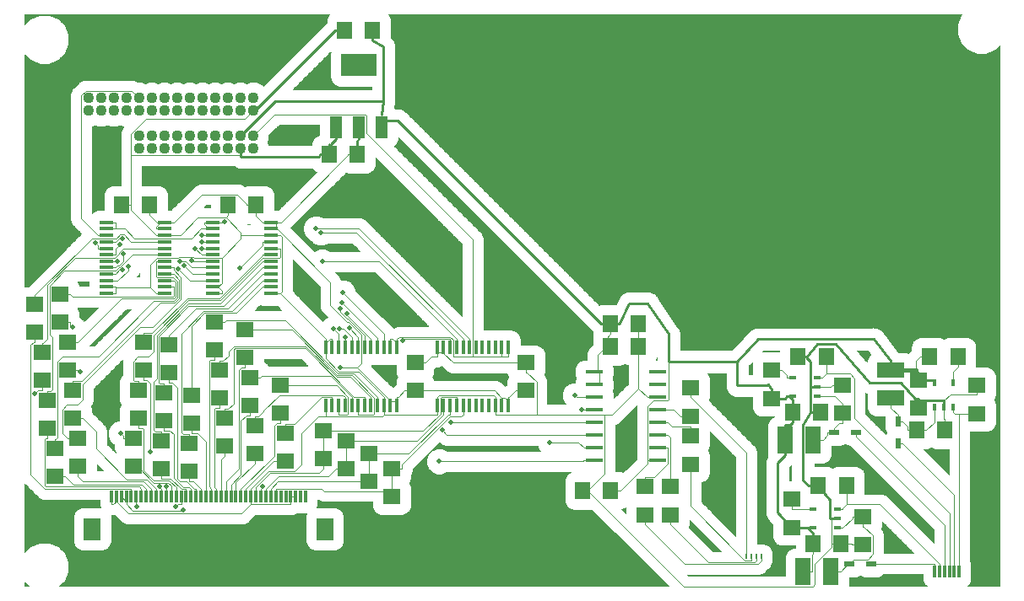
<source format=gtl>
G75*
G70*
%OFA0B0*%
%FSLAX24Y24*%
%IPPOS*%
%LPD*%
%AMOC8*
5,1,8,0,0,1.08239X$1,22.5*
%
%ADD10C,0.0436*%
%ADD11R,0.0140X0.0580*%
%ADD12R,0.0580X0.0140*%
%ADD13R,0.0118X0.0512*%
%ADD14R,0.0709X0.0866*%
%ADD15R,0.0480X0.0880*%
%ADD16R,0.1417X0.0866*%
%ADD17R,0.0315X0.0157*%
%ADD18R,0.0394X0.0236*%
%ADD19R,0.0157X0.0315*%
%ADD20R,0.0236X0.0394*%
%ADD21R,0.0709X0.0138*%
%ADD22R,0.0709X0.0630*%
%ADD23R,0.0630X0.0709*%
%ADD24R,0.0630X0.0710*%
%ADD25R,0.0710X0.0630*%
%ADD26R,0.1063X0.0630*%
%ADD27R,0.0630X0.1063*%
%ADD28R,0.0059X0.0197*%
%ADD29C,0.0030*%
%ADD30C,0.0200*%
%ADD31C,0.0100*%
%ADD32C,0.0160*%
D10*
X005426Y018172D03*
X005926Y018172D03*
X006426Y018172D03*
X006926Y018172D03*
X007426Y018172D03*
X007926Y018172D03*
X008426Y018172D03*
X008926Y018172D03*
X009426Y018172D03*
X009926Y018172D03*
X009926Y018672D03*
X009426Y018672D03*
X008926Y018672D03*
X008426Y018672D03*
X007926Y018672D03*
X007426Y018672D03*
X006926Y018672D03*
X006426Y018672D03*
X005926Y018672D03*
X005426Y018672D03*
X005426Y019672D03*
X005926Y019672D03*
X006426Y019672D03*
X006926Y019672D03*
X007426Y019672D03*
X007926Y019672D03*
X008426Y019672D03*
X008926Y019672D03*
X009426Y019672D03*
X009926Y019672D03*
X009926Y020172D03*
X009426Y020172D03*
X008926Y020172D03*
X008426Y020172D03*
X007926Y020172D03*
X007426Y020172D03*
X006926Y020172D03*
X006426Y020172D03*
X005926Y020172D03*
X005426Y020172D03*
X004926Y020172D03*
X004426Y020172D03*
X004426Y019672D03*
X004926Y019672D03*
X003926Y019672D03*
X003426Y019672D03*
X003426Y020172D03*
X003926Y020172D03*
D11*
X012790Y010300D03*
X013050Y010300D03*
X013300Y010300D03*
X013560Y010300D03*
X013820Y010300D03*
X014070Y010300D03*
X014330Y010300D03*
X014580Y010300D03*
X014840Y010300D03*
X015100Y010300D03*
X015350Y010300D03*
X015610Y010300D03*
X017190Y010300D03*
X017450Y010300D03*
X017700Y010300D03*
X017960Y010300D03*
X018220Y010300D03*
X018470Y010300D03*
X018730Y010300D03*
X018980Y010300D03*
X019240Y010300D03*
X019500Y010300D03*
X019750Y010300D03*
X020010Y010300D03*
X020010Y008000D03*
X019750Y008000D03*
X019500Y008000D03*
X019240Y008000D03*
X018980Y008000D03*
X018730Y008000D03*
X018470Y008000D03*
X018220Y008000D03*
X017960Y008000D03*
X017700Y008000D03*
X017450Y008000D03*
X017190Y008000D03*
X015610Y008000D03*
X015350Y008000D03*
X015100Y008000D03*
X014840Y008000D03*
X014580Y008000D03*
X014330Y008000D03*
X014070Y008000D03*
X013820Y008000D03*
X013560Y008000D03*
X013300Y008000D03*
X013050Y008000D03*
X012790Y008000D03*
D12*
X010650Y012440D03*
X010650Y012700D03*
X010650Y012950D03*
X010650Y013210D03*
X010650Y013470D03*
X010650Y013720D03*
X010650Y013980D03*
X010650Y014230D03*
X010650Y014490D03*
X010650Y014750D03*
X010650Y015000D03*
X010650Y015260D03*
X008350Y015260D03*
X008350Y015000D03*
X008350Y014750D03*
X008350Y014490D03*
X008350Y014230D03*
X008350Y013980D03*
X008350Y013720D03*
X008350Y013470D03*
X008350Y013210D03*
X008350Y012950D03*
X008350Y012700D03*
X008350Y012440D03*
X006450Y012440D03*
X006450Y012700D03*
X006450Y012950D03*
X006450Y013210D03*
X006450Y013470D03*
X006450Y013720D03*
X006450Y013980D03*
X006450Y014230D03*
X006450Y014490D03*
X006450Y014750D03*
X006450Y015000D03*
X006450Y015260D03*
X004150Y015260D03*
X004150Y015000D03*
X004150Y014750D03*
X004150Y014490D03*
X004150Y014230D03*
X004150Y013980D03*
X004150Y013720D03*
X004150Y013470D03*
X004150Y013210D03*
X004150Y012950D03*
X004150Y012700D03*
X004150Y012440D03*
D13*
X004331Y004411D03*
X004528Y004411D03*
X004724Y004411D03*
X004921Y004411D03*
X005118Y004411D03*
X005315Y004411D03*
X005512Y004411D03*
X005709Y004411D03*
X005906Y004411D03*
X006102Y004411D03*
X006299Y004411D03*
X006496Y004411D03*
X006693Y004411D03*
X006890Y004411D03*
X007087Y004411D03*
X007283Y004411D03*
X007480Y004411D03*
X007677Y004411D03*
X007874Y004411D03*
X008071Y004411D03*
X008268Y004411D03*
X008465Y004411D03*
X008661Y004411D03*
X008858Y004411D03*
X009055Y004411D03*
X009252Y004411D03*
X009449Y004411D03*
X009646Y004411D03*
X009843Y004411D03*
X010039Y004411D03*
X010236Y004411D03*
X010433Y004411D03*
X010630Y004411D03*
X010827Y004411D03*
X011024Y004411D03*
X011220Y004411D03*
X011417Y004411D03*
X011614Y004411D03*
X011811Y004411D03*
X012008Y004411D03*
X036831Y001450D03*
X037028Y001450D03*
X037224Y001450D03*
X037421Y001450D03*
X037618Y001450D03*
X037815Y001450D03*
D14*
X012756Y003131D03*
X003583Y003131D03*
D15*
X013190Y019030D03*
X014100Y019030D03*
X015010Y019030D03*
D16*
X014100Y021470D03*
D17*
X031220Y009126D03*
X032197Y009126D03*
X032197Y008752D03*
X032197Y008378D03*
X031220Y008378D03*
X032020Y003926D03*
X032997Y003926D03*
X032997Y003552D03*
X032997Y003178D03*
X032020Y003178D03*
D18*
X033467Y001750D03*
X034333Y001750D03*
X033733Y006950D03*
X032867Y006950D03*
D19*
X036828Y007953D03*
X037202Y007953D03*
X037576Y007953D03*
X037576Y008930D03*
X036828Y008930D03*
D20*
X035400Y007383D03*
X035400Y006517D03*
D21*
X025900Y006350D03*
X025900Y005850D03*
X025900Y006850D03*
X025900Y007350D03*
X025900Y007850D03*
X025900Y008350D03*
X025900Y008850D03*
X025900Y009350D03*
X023400Y009350D03*
X023400Y008850D03*
X023400Y008350D03*
X023400Y007850D03*
X023400Y007350D03*
X023400Y006850D03*
X023400Y006350D03*
X023400Y005850D03*
D22*
X020700Y008599D03*
X020700Y009701D03*
X016320Y009701D03*
X016320Y008599D03*
X013600Y006601D03*
X014500Y006101D03*
X015400Y005501D03*
X014500Y004999D03*
X013600Y005499D03*
X012700Y005899D03*
X011200Y005799D03*
X010000Y006099D03*
X008800Y006399D03*
X010000Y007201D03*
X011000Y007699D03*
X011200Y006901D03*
X012700Y007001D03*
X011000Y008801D03*
X009800Y009101D03*
X009600Y009899D03*
X008600Y009401D03*
X008400Y010199D03*
X009600Y011001D03*
X008400Y011301D03*
X006600Y010401D03*
X005600Y010501D03*
X005600Y009399D03*
X006600Y009299D03*
X006400Y008501D03*
X007500Y008401D03*
X008600Y008299D03*
X008800Y007501D03*
X009800Y007999D03*
X007500Y007299D03*
X006400Y007399D03*
X006300Y006601D03*
X005200Y006701D03*
X005400Y007499D03*
X005400Y008601D03*
X002800Y008601D03*
X002600Y009399D03*
X001600Y008999D03*
X001800Y008201D03*
X002800Y007499D03*
X003000Y006701D03*
X002100Y006301D03*
X001800Y007099D03*
X003000Y005599D03*
X002100Y005199D03*
X005200Y005599D03*
X006300Y005499D03*
X007400Y005399D03*
X007400Y006501D03*
X001600Y010101D03*
X002600Y010501D03*
X002300Y011299D03*
X001300Y010899D03*
X001300Y012001D03*
X002300Y012401D03*
X015400Y004399D03*
X033200Y007699D03*
X033200Y008801D03*
X036200Y009001D03*
X036200Y007899D03*
X034000Y003601D03*
X034000Y002499D03*
D23*
X033151Y002550D03*
X032049Y002550D03*
X036149Y007050D03*
X037251Y007050D03*
X032351Y007750D03*
X031249Y007750D03*
X025151Y010350D03*
X024049Y010350D03*
X024049Y011250D03*
X025151Y011250D03*
X024051Y004650D03*
X022949Y004650D03*
X010051Y015950D03*
X008949Y015950D03*
X005851Y015950D03*
X004749Y015950D03*
X012949Y017950D03*
X014051Y017950D03*
X013549Y022850D03*
X014651Y022850D03*
D24*
X031440Y009950D03*
X032560Y009950D03*
X036640Y009950D03*
X037760Y009950D03*
X033360Y004850D03*
X032240Y004850D03*
D25*
X031200Y004310D03*
X031200Y003190D03*
X027200Y005690D03*
X026400Y004810D03*
X025400Y004810D03*
X025400Y003690D03*
X026400Y003690D03*
X027200Y006810D03*
X027200Y007590D03*
X027200Y008710D03*
X030400Y008290D03*
X030400Y009410D03*
X038500Y008810D03*
X038500Y007690D03*
D26*
X035100Y008299D03*
X035100Y009401D03*
D27*
X032051Y006650D03*
X030949Y006650D03*
X031649Y001450D03*
X032751Y001450D03*
D28*
X029996Y002041D03*
X029799Y002041D03*
X029602Y002041D03*
X029406Y002041D03*
D29*
X001081Y000865D02*
X000915Y000865D01*
X000915Y001031D01*
X001081Y000865D01*
X001068Y000878D02*
X000915Y000878D01*
X000915Y000906D02*
X001040Y000906D01*
X001011Y000935D02*
X000915Y000935D01*
X000915Y000963D02*
X000983Y000963D01*
X000954Y000992D02*
X000915Y000992D01*
X000915Y001020D02*
X000926Y001020D01*
X002281Y000865D02*
X002500Y001084D01*
X002647Y001439D01*
X002647Y001823D01*
X002500Y002178D01*
X002228Y002450D01*
X001873Y002597D01*
X001489Y002597D01*
X001134Y002450D01*
X000915Y002231D01*
X000915Y004916D01*
X001469Y004362D01*
X001624Y004298D01*
X003863Y004298D01*
X003863Y004073D01*
X003905Y003973D01*
X003147Y003973D01*
X002997Y003911D01*
X002882Y003796D01*
X002820Y003645D01*
X002820Y002617D01*
X002882Y002467D01*
X002997Y002352D01*
X003147Y002289D01*
X004018Y002289D01*
X004169Y002352D01*
X004283Y002467D01*
X004346Y002617D01*
X004346Y003645D01*
X004333Y003676D01*
X004463Y003676D01*
X004639Y003500D01*
X004759Y003381D01*
X004914Y003316D01*
X009567Y003316D01*
X009723Y003381D01*
X010018Y003676D01*
X011502Y003676D01*
X011657Y003740D01*
X011663Y003746D01*
X012035Y003746D01*
X011993Y003645D01*
X011993Y002617D01*
X012055Y002467D01*
X012170Y002352D01*
X012320Y002289D01*
X013192Y002289D01*
X013342Y002352D01*
X013457Y002467D01*
X013519Y002617D01*
X013519Y003645D01*
X013457Y003796D01*
X013342Y003911D01*
X013192Y003973D01*
X012434Y003973D01*
X012476Y004073D01*
X012476Y004291D01*
X012501Y004265D01*
X012657Y004201D01*
X014637Y004201D01*
X014637Y004003D01*
X014699Y003852D01*
X014814Y003737D01*
X014964Y003675D01*
X015836Y003675D01*
X015986Y003737D01*
X016101Y003852D01*
X016163Y004003D01*
X016163Y004795D01*
X016101Y004945D01*
X016096Y004950D01*
X016101Y004955D01*
X016163Y005105D01*
X016163Y005256D01*
X016169Y005261D01*
X016233Y005417D01*
X016233Y005508D01*
X017267Y006541D01*
X017286Y006533D01*
X017297Y006533D01*
X017339Y006491D01*
X017495Y006426D01*
X021148Y006426D01*
X021210Y006276D01*
X021259Y006227D01*
X017575Y006227D01*
X017568Y006235D01*
X017381Y006312D01*
X017178Y006312D01*
X016991Y006235D01*
X016848Y006092D01*
X016771Y005905D01*
X016771Y005702D01*
X016848Y005515D01*
X016991Y005372D01*
X017178Y005295D01*
X017381Y005295D01*
X022347Y005295D01*
X022375Y005324D02*
X017450Y005324D01*
X017519Y005352D02*
X022405Y005352D01*
X022402Y005351D02*
X022287Y005236D01*
X022225Y005086D01*
X022225Y004214D01*
X022287Y004064D01*
X022402Y003949D01*
X022553Y003887D01*
X023298Y003887D01*
X026320Y000865D01*
X002281Y000865D01*
X002294Y000878D02*
X026307Y000878D01*
X026279Y000906D02*
X002322Y000906D01*
X002351Y000935D02*
X026250Y000935D01*
X026222Y000963D02*
X002379Y000963D01*
X002408Y000992D02*
X026193Y000992D01*
X026165Y001020D02*
X002436Y001020D01*
X002465Y001049D02*
X026136Y001049D01*
X026108Y001077D02*
X002493Y001077D01*
X002509Y001106D02*
X026079Y001106D01*
X026051Y001134D02*
X002521Y001134D01*
X002533Y001163D02*
X026022Y001163D01*
X025994Y001191D02*
X002545Y001191D01*
X002556Y001220D02*
X025965Y001220D01*
X025937Y001248D02*
X002568Y001248D01*
X002580Y001277D02*
X025908Y001277D01*
X025880Y001305D02*
X002592Y001305D01*
X002604Y001334D02*
X025851Y001334D01*
X025823Y001362D02*
X002615Y001362D01*
X002627Y001391D02*
X025794Y001391D01*
X025766Y001419D02*
X002639Y001419D01*
X002647Y001448D02*
X025737Y001448D01*
X025709Y001476D02*
X002647Y001476D01*
X002647Y001505D02*
X025680Y001505D01*
X025652Y001533D02*
X002647Y001533D01*
X002647Y001562D02*
X025623Y001562D01*
X025595Y001590D02*
X002647Y001590D01*
X002647Y001619D02*
X025566Y001619D01*
X025538Y001647D02*
X002647Y001647D01*
X002647Y001676D02*
X025509Y001676D01*
X025481Y001704D02*
X002647Y001704D01*
X002647Y001733D02*
X025452Y001733D01*
X025424Y001761D02*
X002647Y001761D01*
X002647Y001790D02*
X025395Y001790D01*
X025367Y001818D02*
X002647Y001818D01*
X002638Y001847D02*
X025338Y001847D01*
X025310Y001875D02*
X002626Y001875D01*
X002614Y001904D02*
X025281Y001904D01*
X025253Y001932D02*
X002602Y001932D01*
X002590Y001961D02*
X025224Y001961D01*
X025196Y001989D02*
X002579Y001989D01*
X002567Y002018D02*
X025167Y002018D01*
X025139Y002046D02*
X002555Y002046D01*
X002543Y002075D02*
X025110Y002075D01*
X025082Y002103D02*
X002531Y002103D01*
X002520Y002132D02*
X025053Y002132D01*
X025025Y002160D02*
X002508Y002160D01*
X002490Y002189D02*
X024996Y002189D01*
X024968Y002217D02*
X002462Y002217D01*
X002433Y002246D02*
X024939Y002246D01*
X024911Y002274D02*
X002405Y002274D01*
X002376Y002303D02*
X003115Y002303D01*
X003046Y002331D02*
X002348Y002331D01*
X002319Y002360D02*
X002989Y002360D01*
X002960Y002388D02*
X002291Y002388D01*
X002262Y002417D02*
X002932Y002417D01*
X002903Y002445D02*
X002234Y002445D01*
X002172Y002474D02*
X002879Y002474D01*
X002867Y002502D02*
X002103Y002502D01*
X002034Y002531D02*
X002855Y002531D01*
X002844Y002559D02*
X001966Y002559D01*
X001897Y002588D02*
X002832Y002588D01*
X002820Y002616D02*
X000915Y002616D01*
X000915Y002588D02*
X001465Y002588D01*
X001397Y002559D02*
X000915Y002559D01*
X000915Y002531D02*
X001328Y002531D01*
X001259Y002502D02*
X000915Y002502D01*
X000915Y002474D02*
X001190Y002474D01*
X001129Y002445D02*
X000915Y002445D01*
X000915Y002417D02*
X001100Y002417D01*
X001072Y002388D02*
X000915Y002388D01*
X000915Y002360D02*
X001043Y002360D01*
X001015Y002331D02*
X000915Y002331D01*
X000915Y002303D02*
X000986Y002303D01*
X000958Y002274D02*
X000915Y002274D01*
X000915Y002246D02*
X000929Y002246D01*
X000915Y002645D02*
X002820Y002645D01*
X002820Y002673D02*
X000915Y002673D01*
X000915Y002702D02*
X002820Y002702D01*
X002820Y002730D02*
X000915Y002730D01*
X000915Y002759D02*
X002820Y002759D01*
X002820Y002787D02*
X000915Y002787D01*
X000915Y002816D02*
X002820Y002816D01*
X002820Y002844D02*
X000915Y002844D01*
X000915Y002873D02*
X002820Y002873D01*
X002820Y002901D02*
X000915Y002901D01*
X000915Y002930D02*
X002820Y002930D01*
X002820Y002958D02*
X000915Y002958D01*
X000915Y002987D02*
X002820Y002987D01*
X002820Y003015D02*
X000915Y003015D01*
X000915Y003044D02*
X002820Y003044D01*
X002820Y003072D02*
X000915Y003072D01*
X000915Y003101D02*
X002820Y003101D01*
X002820Y003129D02*
X000915Y003129D01*
X000915Y003158D02*
X002820Y003158D01*
X002820Y003186D02*
X000915Y003186D01*
X000915Y003215D02*
X002820Y003215D01*
X002820Y003243D02*
X000915Y003243D01*
X000915Y003272D02*
X002820Y003272D01*
X002820Y003300D02*
X000915Y003300D01*
X000915Y003329D02*
X002820Y003329D01*
X002820Y003357D02*
X000915Y003357D01*
X000915Y003386D02*
X002820Y003386D01*
X002820Y003414D02*
X000915Y003414D01*
X000915Y003443D02*
X002820Y003443D01*
X002820Y003471D02*
X000915Y003471D01*
X000915Y003500D02*
X002820Y003500D01*
X002820Y003528D02*
X000915Y003528D01*
X000915Y003557D02*
X002820Y003557D01*
X002820Y003585D02*
X000915Y003585D01*
X000915Y003614D02*
X002820Y003614D01*
X002820Y003642D02*
X000915Y003642D01*
X000915Y003671D02*
X002830Y003671D01*
X002842Y003699D02*
X000915Y003699D01*
X000915Y003728D02*
X002854Y003728D01*
X002865Y003756D02*
X000915Y003756D01*
X000915Y003785D02*
X002877Y003785D01*
X002899Y003813D02*
X000915Y003813D01*
X000915Y003842D02*
X002928Y003842D01*
X002956Y003870D02*
X000915Y003870D01*
X000915Y003899D02*
X002985Y003899D01*
X003036Y003927D02*
X000915Y003927D01*
X000915Y003956D02*
X003105Y003956D01*
X003865Y004070D02*
X000915Y004070D01*
X000915Y004098D02*
X003863Y004098D01*
X003863Y004127D02*
X000915Y004127D01*
X000915Y004155D02*
X003863Y004155D01*
X003863Y004184D02*
X000915Y004184D01*
X000915Y004212D02*
X003863Y004212D01*
X003863Y004241D02*
X000915Y004241D01*
X000915Y004269D02*
X003863Y004269D01*
X003863Y004298D02*
X000915Y004298D01*
X000915Y004326D02*
X001556Y004326D01*
X001488Y004355D02*
X000915Y004355D01*
X000915Y004383D02*
X001448Y004383D01*
X001420Y004412D02*
X000915Y004412D01*
X000915Y004440D02*
X001391Y004440D01*
X001363Y004469D02*
X000915Y004469D01*
X000915Y004497D02*
X001334Y004497D01*
X001306Y004526D02*
X000915Y004526D01*
X000915Y004554D02*
X001277Y004554D01*
X001249Y004583D02*
X000915Y004583D01*
X000915Y004611D02*
X001220Y004611D01*
X001192Y004640D02*
X000915Y004640D01*
X000915Y004668D02*
X001163Y004668D01*
X001135Y004697D02*
X000915Y004697D01*
X000915Y004725D02*
X001106Y004725D01*
X001078Y004754D02*
X000915Y004754D01*
X000915Y004782D02*
X001049Y004782D01*
X001021Y004811D02*
X000915Y004811D01*
X000915Y004839D02*
X000992Y004839D01*
X000964Y004868D02*
X000915Y004868D01*
X000915Y004896D02*
X000935Y004896D01*
X001147Y005284D02*
X001147Y010414D01*
X001262Y010529D01*
X001300Y010529D01*
X001300Y010899D01*
X001600Y010471D02*
X001600Y010101D01*
X002191Y009739D02*
X002191Y008825D01*
X002215Y008800D01*
X002215Y006758D01*
X002129Y006671D01*
X002100Y006671D01*
X002100Y006301D01*
X001800Y006729D02*
X001800Y007099D01*
X002391Y006901D02*
X002391Y007861D01*
X002580Y008050D01*
X002996Y008050D01*
X003209Y008263D01*
X003209Y008864D01*
X005461Y011116D01*
X005965Y011116D01*
X007080Y012231D01*
X007080Y013092D01*
X006795Y013377D01*
X006795Y013470D01*
X006450Y013470D01*
X006450Y013720D02*
X006105Y013720D01*
X006105Y013116D01*
X006137Y013085D01*
X006761Y013085D01*
X006939Y012907D01*
X006939Y012288D01*
X006791Y012140D01*
X006015Y012140D01*
X003825Y009950D01*
X002402Y009950D01*
X002191Y009739D01*
X002600Y009399D02*
X003009Y009399D01*
X003031Y009399D01*
X003096Y009334D01*
X003170Y008971D02*
X002800Y008971D01*
X002800Y008601D01*
X003170Y008971D02*
X006269Y012070D01*
X006820Y012070D01*
X007010Y012260D01*
X007010Y012995D01*
X006795Y013210D01*
X006450Y013210D01*
X006450Y012950D02*
X006795Y012950D01*
X006869Y012876D01*
X006869Y012317D01*
X006797Y012245D01*
X004753Y012245D01*
X003009Y010501D01*
X002600Y010501D01*
X002010Y010699D02*
X001891Y010819D01*
X001891Y012751D01*
X002484Y013345D01*
X004494Y013345D01*
X004630Y013481D01*
X004675Y013481D01*
X005174Y013980D01*
X006450Y013980D01*
X006450Y014230D02*
X006105Y014230D01*
X004816Y014230D01*
X004635Y014049D01*
X004635Y014017D01*
X004473Y013855D01*
X002895Y013855D01*
X001810Y012770D01*
X001810Y010646D01*
X001635Y010471D01*
X001600Y010471D01*
X002010Y010699D02*
X002010Y008661D01*
X001920Y008571D01*
X001800Y008571D01*
X001800Y008201D01*
X001443Y008629D02*
X001304Y008489D01*
X001443Y008629D02*
X001600Y008629D01*
X001600Y008999D01*
X003527Y007982D02*
X003569Y008023D01*
X003633Y008179D01*
X003633Y008688D01*
X004767Y009822D01*
X004767Y009215D01*
X004699Y009148D01*
X004637Y008997D01*
X004637Y008205D01*
X004699Y008055D01*
X004704Y008050D01*
X004699Y008045D01*
X004637Y007895D01*
X004637Y007412D01*
X004603Y007412D01*
X004416Y007335D01*
X004273Y007192D01*
X004195Y007005D01*
X004195Y006802D01*
X004273Y006616D01*
X004416Y006472D01*
X004429Y006467D01*
X004431Y006461D01*
X004437Y006456D01*
X004437Y006305D01*
X004499Y006155D01*
X004504Y006150D01*
X004502Y006148D01*
X004161Y006489D01*
X004161Y007055D01*
X004096Y007211D01*
X003563Y007744D01*
X003563Y007895D01*
X003527Y007982D01*
X003530Y007974D02*
X004670Y007974D01*
X004681Y008003D02*
X003548Y008003D01*
X003572Y008031D02*
X004693Y008031D01*
X004697Y008060D02*
X003584Y008060D01*
X003595Y008088D02*
X004685Y008088D01*
X004674Y008117D02*
X003607Y008117D01*
X003619Y008145D02*
X004662Y008145D01*
X004650Y008174D02*
X003631Y008174D01*
X003633Y008202D02*
X004638Y008202D01*
X004637Y008231D02*
X003633Y008231D01*
X003633Y008259D02*
X004637Y008259D01*
X004637Y008288D02*
X003633Y008288D01*
X003633Y008316D02*
X004637Y008316D01*
X004637Y008345D02*
X003633Y008345D01*
X003633Y008373D02*
X004637Y008373D01*
X004637Y008402D02*
X003633Y008402D01*
X003633Y008430D02*
X004637Y008430D01*
X004637Y008459D02*
X003633Y008459D01*
X003633Y008487D02*
X004637Y008487D01*
X004637Y008516D02*
X003633Y008516D01*
X003633Y008544D02*
X004637Y008544D01*
X004637Y008573D02*
X003633Y008573D01*
X003633Y008601D02*
X004637Y008601D01*
X004637Y008630D02*
X003633Y008630D01*
X003633Y008658D02*
X004637Y008658D01*
X004637Y008687D02*
X003633Y008687D01*
X003660Y008715D02*
X004637Y008715D01*
X004637Y008744D02*
X003688Y008744D01*
X003717Y008772D02*
X004637Y008772D01*
X004637Y008801D02*
X003745Y008801D01*
X003774Y008829D02*
X004637Y008829D01*
X004637Y008858D02*
X003802Y008858D01*
X003831Y008886D02*
X004637Y008886D01*
X004637Y008915D02*
X003859Y008915D01*
X003888Y008943D02*
X004637Y008943D01*
X004637Y008972D02*
X003916Y008972D01*
X003945Y009000D02*
X004638Y009000D01*
X004650Y009029D02*
X003973Y009029D01*
X004002Y009057D02*
X004662Y009057D01*
X004673Y009086D02*
X004030Y009086D01*
X004059Y009114D02*
X004685Y009114D01*
X004697Y009143D02*
X004087Y009143D01*
X004116Y009171D02*
X004723Y009171D01*
X004751Y009200D02*
X004144Y009200D01*
X004173Y009228D02*
X004767Y009228D01*
X004767Y009257D02*
X004201Y009257D01*
X004230Y009285D02*
X004767Y009285D01*
X004767Y009314D02*
X004258Y009314D01*
X004287Y009342D02*
X004767Y009342D01*
X004767Y009371D02*
X004315Y009371D01*
X004344Y009399D02*
X004767Y009399D01*
X004767Y009428D02*
X004372Y009428D01*
X004401Y009456D02*
X004767Y009456D01*
X004767Y009485D02*
X004429Y009485D01*
X004458Y009513D02*
X004767Y009513D01*
X004767Y009542D02*
X004486Y009542D01*
X004515Y009570D02*
X004767Y009570D01*
X004767Y009599D02*
X004543Y009599D01*
X004572Y009627D02*
X004767Y009627D01*
X004767Y009656D02*
X004600Y009656D01*
X004629Y009684D02*
X004767Y009684D01*
X004767Y009713D02*
X004657Y009713D01*
X004686Y009741D02*
X004767Y009741D01*
X004767Y009770D02*
X004714Y009770D01*
X004743Y009798D02*
X004767Y009798D01*
X005191Y009761D02*
X005380Y009950D01*
X005796Y009950D01*
X006009Y010163D01*
X006009Y010793D01*
X007384Y012167D01*
X008635Y012167D01*
X010317Y013850D01*
X010959Y013850D01*
X010995Y013886D01*
X010995Y014230D01*
X010650Y014230D01*
X010650Y013980D02*
X010305Y013980D01*
X010305Y013949D01*
X008602Y012246D01*
X007321Y012246D01*
X005947Y010871D01*
X005600Y010871D01*
X005600Y010501D01*
X006121Y010778D02*
X007377Y012035D01*
X008620Y012035D01*
X010305Y013720D01*
X010650Y013720D01*
X010650Y013470D02*
X010305Y013470D01*
X008775Y011940D01*
X007386Y011940D01*
X006191Y010744D01*
X006191Y008924D01*
X006243Y008871D01*
X006400Y008871D01*
X006400Y008501D01*
X006721Y008929D02*
X006924Y008727D01*
X006924Y005124D01*
X007031Y005017D01*
X007313Y005017D01*
X007608Y004722D01*
X007677Y004722D01*
X007677Y004411D01*
X007480Y004411D02*
X007480Y004722D01*
X007410Y004792D01*
X007154Y004792D01*
X006787Y005159D01*
X006787Y006866D01*
X006624Y007029D01*
X006400Y007029D01*
X006400Y007399D01*
X005991Y007049D02*
X005991Y008956D01*
X006121Y009086D01*
X006121Y010778D01*
X006600Y010771D02*
X006600Y010401D01*
X006600Y010771D02*
X007664Y011835D01*
X008930Y011835D01*
X010305Y013210D01*
X010650Y013210D01*
X010650Y012950D02*
X010305Y012950D01*
X009098Y011743D01*
X007985Y011743D01*
X007091Y010848D01*
X007091Y006949D01*
X007168Y006871D01*
X007400Y006871D01*
X007400Y006501D01*
X007500Y006929D02*
X007731Y006929D01*
X008071Y006589D01*
X008071Y004411D01*
X008268Y004411D02*
X008268Y004722D01*
X008191Y004799D01*
X008191Y009776D01*
X008243Y009829D01*
X008400Y009829D01*
X008400Y010199D01*
X008734Y009771D02*
X008958Y009995D01*
X008958Y010140D01*
X009170Y010352D01*
X012012Y010352D01*
X013223Y009141D01*
X013784Y009141D01*
X014580Y008345D01*
X014580Y008000D01*
X014330Y008000D02*
X014330Y008345D01*
X013919Y008345D01*
X011995Y010269D01*
X009199Y010269D01*
X009158Y010227D01*
X009158Y008095D01*
X008934Y007871D01*
X008800Y007871D01*
X008800Y007501D01*
X009442Y007405D02*
X009666Y007629D01*
X009800Y007629D01*
X009800Y007999D01*
X010000Y007571D02*
X010000Y007201D01*
X010756Y007207D02*
X010878Y007329D01*
X011000Y007329D01*
X011000Y007699D01*
X011200Y007271D02*
X011570Y007271D01*
X012644Y008345D01*
X013050Y008345D01*
X013050Y008000D01*
X013300Y008000D02*
X013300Y007655D01*
X013653Y007655D01*
X013685Y007687D01*
X013685Y008345D01*
X013229Y008801D01*
X011000Y008801D01*
X010961Y008423D02*
X013482Y008423D01*
X013560Y008345D01*
X013560Y008000D01*
X013820Y008000D02*
X013820Y008345D01*
X012994Y009171D01*
X010279Y009171D01*
X010209Y009101D01*
X009800Y009101D01*
X009600Y009529D02*
X009478Y009529D01*
X009356Y009407D01*
X009356Y005504D01*
X008858Y005007D01*
X008858Y004411D01*
X008661Y004411D02*
X008661Y005890D01*
X008800Y006029D01*
X008800Y006399D01*
X010000Y006099D02*
X010000Y005729D01*
X009252Y004981D01*
X009252Y004411D01*
X009449Y004411D02*
X009449Y004722D01*
X010756Y006028D01*
X010756Y007207D01*
X011200Y007271D02*
X011200Y006901D01*
X011836Y006917D02*
X011836Y005681D01*
X011584Y005429D01*
X010550Y005429D01*
X009843Y004722D01*
X009843Y004411D01*
X009843Y004100D01*
X011417Y004100D01*
X011417Y004411D01*
X011614Y004411D01*
X011626Y003728D02*
X012027Y003728D01*
X012015Y003699D02*
X011557Y003699D01*
X011993Y003642D02*
X009984Y003642D01*
X009956Y003614D02*
X011993Y003614D01*
X011993Y003585D02*
X009927Y003585D01*
X009899Y003557D02*
X011993Y003557D01*
X011993Y003528D02*
X009870Y003528D01*
X009842Y003500D02*
X011993Y003500D01*
X011993Y003471D02*
X009813Y003471D01*
X009785Y003443D02*
X011993Y003443D01*
X011993Y003414D02*
X009756Y003414D01*
X009728Y003386D02*
X011993Y003386D01*
X011993Y003357D02*
X009666Y003357D01*
X009597Y003329D02*
X011993Y003329D01*
X011993Y003300D02*
X004346Y003300D01*
X004346Y003272D02*
X011993Y003272D01*
X011993Y003243D02*
X004346Y003243D01*
X004346Y003215D02*
X011993Y003215D01*
X011993Y003186D02*
X004346Y003186D01*
X004346Y003158D02*
X011993Y003158D01*
X011993Y003129D02*
X004346Y003129D01*
X004346Y003101D02*
X011993Y003101D01*
X011993Y003072D02*
X004346Y003072D01*
X004346Y003044D02*
X011993Y003044D01*
X011993Y003015D02*
X004346Y003015D01*
X004346Y002987D02*
X011993Y002987D01*
X011993Y002958D02*
X004346Y002958D01*
X004346Y002930D02*
X011993Y002930D01*
X011993Y002901D02*
X004346Y002901D01*
X004346Y002873D02*
X011993Y002873D01*
X011993Y002844D02*
X004346Y002844D01*
X004346Y002816D02*
X011993Y002816D01*
X011993Y002787D02*
X004346Y002787D01*
X004346Y002759D02*
X011993Y002759D01*
X011993Y002730D02*
X004346Y002730D01*
X004346Y002702D02*
X011993Y002702D01*
X011993Y002673D02*
X004346Y002673D01*
X004346Y002645D02*
X011993Y002645D01*
X011993Y002616D02*
X004345Y002616D01*
X004334Y002588D02*
X012005Y002588D01*
X012017Y002559D02*
X004322Y002559D01*
X004310Y002531D02*
X012029Y002531D01*
X012040Y002502D02*
X004298Y002502D01*
X004286Y002474D02*
X012052Y002474D01*
X012077Y002445D02*
X004262Y002445D01*
X004233Y002417D02*
X012105Y002417D01*
X012134Y002388D02*
X004205Y002388D01*
X004176Y002360D02*
X012162Y002360D01*
X012220Y002331D02*
X004119Y002331D01*
X004050Y002303D02*
X012288Y002303D01*
X013223Y002303D02*
X024882Y002303D01*
X024854Y002331D02*
X013292Y002331D01*
X013350Y002360D02*
X024825Y002360D01*
X024797Y002388D02*
X013378Y002388D01*
X013407Y002417D02*
X024768Y002417D01*
X024740Y002445D02*
X013435Y002445D01*
X013460Y002474D02*
X024711Y002474D01*
X024683Y002502D02*
X013471Y002502D01*
X013483Y002531D02*
X024654Y002531D01*
X024626Y002559D02*
X013495Y002559D01*
X013507Y002588D02*
X024597Y002588D01*
X024569Y002616D02*
X013519Y002616D01*
X013519Y002645D02*
X024540Y002645D01*
X024512Y002673D02*
X013519Y002673D01*
X013519Y002702D02*
X024483Y002702D01*
X024455Y002730D02*
X013519Y002730D01*
X013519Y002759D02*
X024426Y002759D01*
X024398Y002787D02*
X013519Y002787D01*
X013519Y002816D02*
X024369Y002816D01*
X024341Y002844D02*
X013519Y002844D01*
X013519Y002873D02*
X024312Y002873D01*
X024284Y002901D02*
X013519Y002901D01*
X013519Y002930D02*
X024255Y002930D01*
X024227Y002958D02*
X013519Y002958D01*
X013519Y002987D02*
X024198Y002987D01*
X024170Y003015D02*
X013519Y003015D01*
X013519Y003044D02*
X024141Y003044D01*
X024113Y003072D02*
X013519Y003072D01*
X013519Y003101D02*
X024084Y003101D01*
X024056Y003129D02*
X013519Y003129D01*
X013519Y003158D02*
X024027Y003158D01*
X023999Y003186D02*
X013519Y003186D01*
X013519Y003215D02*
X023970Y003215D01*
X023942Y003243D02*
X013519Y003243D01*
X013519Y003272D02*
X023913Y003272D01*
X023885Y003300D02*
X013519Y003300D01*
X013519Y003329D02*
X023856Y003329D01*
X023828Y003357D02*
X013519Y003357D01*
X013519Y003386D02*
X023799Y003386D01*
X023771Y003414D02*
X013519Y003414D01*
X013519Y003443D02*
X023742Y003443D01*
X023714Y003471D02*
X013519Y003471D01*
X013519Y003500D02*
X023685Y003500D01*
X023657Y003528D02*
X013519Y003528D01*
X013519Y003557D02*
X023628Y003557D01*
X023600Y003585D02*
X013519Y003585D01*
X013519Y003614D02*
X023571Y003614D01*
X023543Y003642D02*
X013519Y003642D01*
X013509Y003671D02*
X023514Y003671D01*
X023486Y003699D02*
X015893Y003699D01*
X015962Y003728D02*
X023457Y003728D01*
X023429Y003756D02*
X016004Y003756D01*
X016033Y003785D02*
X023400Y003785D01*
X023372Y003813D02*
X016061Y003813D01*
X016090Y003842D02*
X023343Y003842D01*
X023315Y003870D02*
X016108Y003870D01*
X016120Y003899D02*
X022525Y003899D01*
X022456Y003927D02*
X016132Y003927D01*
X016144Y003956D02*
X022396Y003956D01*
X022368Y003984D02*
X016155Y003984D01*
X016163Y004013D02*
X022339Y004013D01*
X022311Y004041D02*
X016163Y004041D01*
X016163Y004070D02*
X022285Y004070D01*
X022273Y004098D02*
X016163Y004098D01*
X016163Y004127D02*
X022262Y004127D01*
X022250Y004155D02*
X016163Y004155D01*
X016163Y004184D02*
X022238Y004184D01*
X022226Y004212D02*
X016163Y004212D01*
X016163Y004241D02*
X022225Y004241D01*
X022225Y004269D02*
X016163Y004269D01*
X016163Y004298D02*
X022225Y004298D01*
X022225Y004326D02*
X016163Y004326D01*
X016163Y004355D02*
X022225Y004355D01*
X022225Y004383D02*
X016163Y004383D01*
X016163Y004412D02*
X022225Y004412D01*
X022225Y004440D02*
X016163Y004440D01*
X016163Y004469D02*
X022225Y004469D01*
X022225Y004497D02*
X016163Y004497D01*
X016163Y004526D02*
X022225Y004526D01*
X022225Y004554D02*
X016163Y004554D01*
X016163Y004583D02*
X022225Y004583D01*
X022225Y004611D02*
X016163Y004611D01*
X016163Y004640D02*
X022225Y004640D01*
X022225Y004668D02*
X016163Y004668D01*
X016163Y004697D02*
X022225Y004697D01*
X022225Y004725D02*
X016163Y004725D01*
X016163Y004754D02*
X022225Y004754D01*
X022225Y004782D02*
X016163Y004782D01*
X016157Y004811D02*
X022225Y004811D01*
X022225Y004839D02*
X016145Y004839D01*
X016133Y004868D02*
X022225Y004868D01*
X022225Y004896D02*
X016121Y004896D01*
X016109Y004925D02*
X022225Y004925D01*
X022225Y004953D02*
X016099Y004953D01*
X016112Y004982D02*
X022225Y004982D01*
X022225Y005010D02*
X016124Y005010D01*
X016136Y005039D02*
X022225Y005039D01*
X022225Y005067D02*
X016147Y005067D01*
X016159Y005096D02*
X022229Y005096D01*
X022241Y005124D02*
X016163Y005124D01*
X016163Y005153D02*
X022253Y005153D01*
X022265Y005181D02*
X016163Y005181D01*
X016163Y005210D02*
X022276Y005210D01*
X022290Y005238D02*
X016163Y005238D01*
X016171Y005267D02*
X022318Y005267D01*
X022402Y005351D02*
X022472Y005380D01*
X017575Y005380D01*
X017568Y005372D01*
X017381Y005295D01*
X017178Y005295D02*
X016183Y005295D01*
X016194Y005324D02*
X017109Y005324D01*
X017040Y005352D02*
X016206Y005352D01*
X016218Y005381D02*
X016983Y005381D01*
X016954Y005409D02*
X016230Y005409D01*
X016233Y005438D02*
X016926Y005438D01*
X016897Y005466D02*
X016233Y005466D01*
X016233Y005495D02*
X016869Y005495D01*
X016845Y005523D02*
X016248Y005523D01*
X016277Y005552D02*
X016833Y005552D01*
X016821Y005580D02*
X016305Y005580D01*
X016334Y005609D02*
X016810Y005609D01*
X016798Y005637D02*
X016362Y005637D01*
X016391Y005666D02*
X016786Y005666D01*
X016774Y005694D02*
X016419Y005694D01*
X016448Y005723D02*
X016771Y005723D01*
X016771Y005751D02*
X016476Y005751D01*
X016505Y005780D02*
X016771Y005780D01*
X016771Y005808D02*
X016533Y005808D01*
X016562Y005837D02*
X016771Y005837D01*
X016771Y005865D02*
X016590Y005865D01*
X016619Y005894D02*
X016771Y005894D01*
X016778Y005922D02*
X016647Y005922D01*
X016676Y005951D02*
X016790Y005951D01*
X016802Y005979D02*
X016704Y005979D01*
X016733Y006008D02*
X016813Y006008D01*
X016825Y006036D02*
X016761Y006036D01*
X016790Y006065D02*
X016837Y006065D01*
X016850Y006093D02*
X016818Y006093D01*
X016847Y006122D02*
X016878Y006122D01*
X016875Y006150D02*
X016907Y006150D01*
X016904Y006179D02*
X016935Y006179D01*
X016932Y006207D02*
X016964Y006207D01*
X016961Y006236D02*
X016993Y006236D01*
X016989Y006264D02*
X017062Y006264D01*
X017018Y006293D02*
X017131Y006293D01*
X017075Y006350D02*
X021180Y006350D01*
X021168Y006378D02*
X017103Y006378D01*
X017132Y006407D02*
X021156Y006407D01*
X021192Y006321D02*
X017046Y006321D01*
X017160Y006435D02*
X017474Y006435D01*
X017405Y006464D02*
X017189Y006464D01*
X017217Y006492D02*
X017338Y006492D01*
X017310Y006521D02*
X017246Y006521D01*
X017428Y006293D02*
X021204Y006293D01*
X021222Y006264D02*
X017497Y006264D01*
X017566Y006236D02*
X021251Y006236D01*
X021642Y006564D02*
X022776Y006564D01*
X022991Y006350D01*
X023400Y006350D01*
X023400Y005850D02*
X022991Y005850D01*
X022944Y005803D01*
X017279Y005803D01*
X016396Y006601D02*
X013600Y006601D01*
X013600Y005499D01*
X013191Y005499D01*
X012903Y005211D01*
X010923Y005211D01*
X010433Y004722D01*
X010433Y004411D01*
X010236Y004411D02*
X010236Y004722D01*
X010296Y004782D01*
X010296Y004808D01*
X010039Y004775D02*
X010615Y005351D01*
X012522Y005351D01*
X012700Y005529D01*
X012700Y005899D01*
X012700Y007001D01*
X013109Y007001D01*
X016639Y007001D01*
X017325Y007687D01*
X017325Y008313D01*
X017357Y008345D01*
X017960Y008345D01*
X017960Y008000D01*
X017700Y008000D02*
X017700Y007655D01*
X017632Y007655D01*
X016078Y006101D01*
X014500Y006101D01*
X014500Y004999D01*
X010907Y004999D01*
X010630Y004722D01*
X010630Y004411D01*
X010827Y004411D02*
X010827Y004722D01*
X012644Y004722D01*
X012741Y004624D01*
X015400Y004624D01*
X015400Y005501D01*
X015809Y005501D01*
X015809Y005683D01*
X017711Y007585D01*
X018150Y007585D01*
X018220Y007655D01*
X018220Y008000D01*
X017450Y008000D02*
X017450Y007655D01*
X016396Y006601D01*
X017387Y007042D02*
X017579Y006850D01*
X023400Y006850D01*
X023400Y007350D02*
X017731Y007350D01*
X017190Y007655D02*
X017190Y008000D01*
X017190Y008345D01*
X017260Y008415D01*
X019430Y008415D01*
X019500Y008345D01*
X019500Y008155D01*
X019500Y008000D01*
X019500Y007655D01*
X021126Y007655D01*
X021126Y008952D01*
X020746Y009331D01*
X020700Y009331D01*
X020700Y009701D01*
X017834Y009701D01*
X017450Y010085D01*
X017450Y010127D01*
X017190Y010127D01*
X017190Y010300D01*
X017190Y010127D02*
X017190Y009955D01*
X016983Y009955D01*
X016729Y009701D01*
X016320Y009701D01*
X015557Y009601D02*
X015557Y009305D01*
X015619Y009155D01*
X015624Y009150D01*
X015619Y009145D01*
X015557Y008995D01*
X015557Y008844D01*
X015450Y008737D01*
X015439Y008733D01*
X014607Y009564D01*
X014619Y009593D01*
X014619Y009601D01*
X014731Y009601D01*
X015557Y009601D01*
X015557Y009599D02*
X014619Y009599D01*
X014609Y009570D02*
X015557Y009570D01*
X015557Y009542D02*
X014630Y009542D01*
X014659Y009513D02*
X015557Y009513D01*
X015557Y009485D02*
X014687Y009485D01*
X014716Y009456D02*
X015557Y009456D01*
X015557Y009428D02*
X014744Y009428D01*
X014773Y009399D02*
X015557Y009399D01*
X015557Y009371D02*
X014801Y009371D01*
X014830Y009342D02*
X015557Y009342D01*
X015557Y009314D02*
X014858Y009314D01*
X014887Y009285D02*
X015565Y009285D01*
X015577Y009257D02*
X014915Y009257D01*
X014944Y009228D02*
X015589Y009228D01*
X015601Y009200D02*
X014972Y009200D01*
X015001Y009171D02*
X015612Y009171D01*
X015618Y009143D02*
X015029Y009143D01*
X015058Y009114D02*
X015606Y009114D01*
X015594Y009086D02*
X015086Y009086D01*
X015115Y009057D02*
X015583Y009057D01*
X015571Y009029D02*
X015143Y009029D01*
X015172Y009000D02*
X015559Y009000D01*
X015557Y008972D02*
X015200Y008972D01*
X015229Y008943D02*
X015557Y008943D01*
X015557Y008915D02*
X015257Y008915D01*
X015286Y008886D02*
X015557Y008886D01*
X015557Y008858D02*
X015314Y008858D01*
X015343Y008829D02*
X015542Y008829D01*
X015513Y008801D02*
X015371Y008801D01*
X015400Y008772D02*
X015485Y008772D01*
X015456Y008744D02*
X015428Y008744D01*
X015610Y008345D02*
X015657Y008345D01*
X015911Y008599D01*
X016320Y008599D01*
X019479Y008599D01*
X019750Y008328D01*
X019750Y008000D01*
X020010Y008000D02*
X020010Y008173D01*
X020010Y008345D01*
X020037Y008345D01*
X020291Y008599D01*
X020700Y008599D01*
X019974Y009086D02*
X017046Y009086D01*
X017034Y009114D02*
X019986Y009114D01*
X019998Y009143D02*
X017022Y009143D01*
X017021Y009145D02*
X017016Y009150D01*
X017021Y009155D01*
X017083Y009305D01*
X017083Y009456D01*
X017159Y009531D01*
X017274Y009531D01*
X017367Y009569D01*
X017594Y009342D01*
X017750Y009277D01*
X017918Y009277D01*
X019948Y009277D01*
X019999Y009155D01*
X020004Y009150D01*
X019999Y009145D01*
X019937Y008995D01*
X019937Y008844D01*
X019885Y008792D01*
X019838Y008839D01*
X019719Y008958D01*
X019563Y009023D01*
X017072Y009023D01*
X017021Y009145D01*
X017028Y009171D02*
X019992Y009171D01*
X019981Y009200D02*
X017039Y009200D01*
X017051Y009228D02*
X019969Y009228D01*
X019957Y009257D02*
X017063Y009257D01*
X017075Y009285D02*
X017731Y009285D01*
X017663Y009314D02*
X017083Y009314D01*
X017083Y009342D02*
X017594Y009342D01*
X017565Y009371D02*
X017083Y009371D01*
X017083Y009399D02*
X017537Y009399D01*
X017508Y009428D02*
X017083Y009428D01*
X017083Y009456D02*
X017480Y009456D01*
X017451Y009485D02*
X017112Y009485D01*
X017140Y009513D02*
X017423Y009513D01*
X017394Y009542D02*
X017299Y009542D01*
X017057Y009057D02*
X019963Y009057D01*
X019951Y009029D02*
X017069Y009029D01*
X015610Y008345D02*
X015610Y008173D01*
X015610Y008000D01*
X015610Y008173D02*
X015350Y008173D01*
X015350Y008000D01*
X015350Y008173D02*
X015350Y008222D01*
X014045Y009527D01*
X014195Y009677D01*
X014195Y010817D01*
X013690Y011322D01*
X013648Y011322D01*
X012978Y011992D01*
X012978Y012878D01*
X010856Y015000D01*
X010823Y015000D01*
X010650Y015000D01*
X010823Y015000D02*
X010823Y015260D01*
X010650Y015260D01*
X010305Y015260D01*
X010051Y015514D01*
X010051Y015541D01*
X010051Y015745D01*
X010051Y015950D01*
X009681Y015950D01*
X009681Y015996D01*
X009317Y016361D01*
X007896Y016361D01*
X006795Y015260D01*
X006450Y015260D01*
X006277Y015260D01*
X006271Y015260D01*
X006201Y015190D01*
X005851Y015541D01*
X005851Y015950D01*
X006575Y015954D02*
X006890Y015954D01*
X006861Y015926D02*
X006575Y015926D01*
X006575Y015897D02*
X006833Y015897D01*
X006804Y015869D02*
X006575Y015869D01*
X006575Y015840D02*
X006776Y015840D01*
X006747Y015812D02*
X006575Y015812D01*
X006575Y015783D02*
X006719Y015783D01*
X006690Y015755D02*
X006575Y015755D01*
X006575Y015739D02*
X006575Y016386D01*
X006513Y016536D01*
X006398Y016651D01*
X006247Y016713D01*
X005543Y016713D01*
X005543Y017475D01*
X009176Y017475D01*
X009190Y017461D01*
X009276Y017426D01*
X009359Y017391D01*
X009451Y017391D01*
X012277Y017390D01*
X012287Y017364D01*
X012402Y017249D01*
X012420Y017242D01*
X010917Y015739D01*
X010775Y015739D01*
X010775Y016386D01*
X010713Y016536D01*
X010598Y016651D01*
X010447Y016713D01*
X009655Y016713D01*
X009590Y016686D01*
X009557Y016720D01*
X009401Y016784D01*
X007811Y016784D01*
X007656Y016720D01*
X006675Y015739D01*
X006575Y015739D01*
X006575Y015983D02*
X006918Y015983D01*
X006947Y016011D02*
X006575Y016011D01*
X006575Y016040D02*
X006975Y016040D01*
X007004Y016068D02*
X006575Y016068D01*
X006575Y016097D02*
X007032Y016097D01*
X007061Y016125D02*
X006575Y016125D01*
X006575Y016154D02*
X007089Y016154D01*
X007118Y016182D02*
X006575Y016182D01*
X006575Y016211D02*
X007146Y016211D01*
X007175Y016239D02*
X006575Y016239D01*
X006575Y016268D02*
X007203Y016268D01*
X007232Y016296D02*
X006575Y016296D01*
X006575Y016325D02*
X007260Y016325D01*
X007289Y016353D02*
X006575Y016353D01*
X006575Y016382D02*
X007317Y016382D01*
X007346Y016410D02*
X006565Y016410D01*
X006553Y016439D02*
X007374Y016439D01*
X007403Y016467D02*
X006541Y016467D01*
X006529Y016496D02*
X007431Y016496D01*
X007460Y016524D02*
X006517Y016524D01*
X006496Y016553D02*
X007488Y016553D01*
X007517Y016581D02*
X006467Y016581D01*
X006439Y016610D02*
X007545Y016610D01*
X007574Y016638D02*
X006410Y016638D01*
X006359Y016667D02*
X007602Y016667D01*
X007631Y016695D02*
X006291Y016695D01*
X005543Y016724D02*
X007665Y016724D01*
X007734Y016752D02*
X005543Y016752D01*
X005543Y016781D02*
X007803Y016781D01*
X008071Y015937D02*
X008225Y015937D01*
X008225Y015855D01*
X007990Y015855D01*
X008071Y015937D01*
X008060Y015926D02*
X008225Y015926D01*
X008225Y015897D02*
X008031Y015897D01*
X008003Y015869D02*
X008225Y015869D01*
X007753Y015432D02*
X007071Y014750D01*
X006450Y014750D01*
X006105Y014750D01*
X005119Y015736D01*
X005119Y015950D01*
X004749Y015950D01*
X005119Y015950D02*
X005119Y017899D01*
X009426Y017899D01*
X009250Y017436D02*
X005543Y017436D01*
X005543Y017408D02*
X009319Y017408D01*
X009359Y017391D02*
X009359Y017391D01*
X009359Y017391D01*
X009190Y017461D02*
X009190Y017461D01*
X009190Y017461D01*
X009187Y017465D02*
X005543Y017465D01*
X005543Y017379D02*
X012281Y017379D01*
X012301Y017351D02*
X005543Y017351D01*
X005543Y017322D02*
X012329Y017322D01*
X012358Y017294D02*
X005543Y017294D01*
X005543Y017265D02*
X012386Y017265D01*
X012415Y017237D02*
X005543Y017237D01*
X005543Y017208D02*
X012386Y017208D01*
X012358Y017180D02*
X005543Y017180D01*
X005543Y017151D02*
X012329Y017151D01*
X012301Y017123D02*
X005543Y017123D01*
X005543Y017094D02*
X012272Y017094D01*
X012244Y017066D02*
X005543Y017066D01*
X005543Y017037D02*
X012215Y017037D01*
X012187Y017009D02*
X005543Y017009D01*
X005543Y016980D02*
X012158Y016980D01*
X012130Y016952D02*
X005543Y016952D01*
X005543Y016923D02*
X012101Y016923D01*
X012073Y016895D02*
X005543Y016895D01*
X005543Y016866D02*
X012044Y016866D01*
X012016Y016838D02*
X005543Y016838D01*
X005543Y016809D02*
X011987Y016809D01*
X011959Y016781D02*
X009410Y016781D01*
X009479Y016752D02*
X011930Y016752D01*
X011902Y016724D02*
X009547Y016724D01*
X009582Y016695D02*
X009612Y016695D01*
X010491Y016695D02*
X011873Y016695D01*
X011845Y016667D02*
X010559Y016667D01*
X010610Y016638D02*
X011816Y016638D01*
X011788Y016610D02*
X010639Y016610D01*
X010667Y016581D02*
X011759Y016581D01*
X011731Y016553D02*
X010696Y016553D01*
X010717Y016524D02*
X011702Y016524D01*
X011674Y016496D02*
X010729Y016496D01*
X010741Y016467D02*
X011645Y016467D01*
X011617Y016439D02*
X010753Y016439D01*
X010765Y016410D02*
X011588Y016410D01*
X011560Y016382D02*
X010775Y016382D01*
X010775Y016353D02*
X011531Y016353D01*
X011503Y016325D02*
X010775Y016325D01*
X010775Y016296D02*
X011474Y016296D01*
X011446Y016268D02*
X010775Y016268D01*
X010775Y016239D02*
X011417Y016239D01*
X011389Y016211D02*
X010775Y016211D01*
X010775Y016182D02*
X011360Y016182D01*
X011332Y016154D02*
X010775Y016154D01*
X010775Y016125D02*
X011303Y016125D01*
X011275Y016097D02*
X010775Y016097D01*
X010775Y016068D02*
X011246Y016068D01*
X011218Y016040D02*
X010775Y016040D01*
X010775Y016011D02*
X011189Y016011D01*
X011161Y015983D02*
X010775Y015983D01*
X010775Y015954D02*
X011132Y015954D01*
X011104Y015926D02*
X010775Y015926D01*
X010775Y015897D02*
X011075Y015897D01*
X011047Y015869D02*
X010775Y015869D01*
X010775Y015840D02*
X011018Y015840D01*
X010990Y015812D02*
X010775Y015812D01*
X010775Y015783D02*
X010961Y015783D01*
X010933Y015755D02*
X010775Y015755D01*
X010823Y015260D02*
X011037Y015260D01*
X013681Y017904D01*
X013681Y017950D01*
X014051Y017950D01*
X014051Y018486D02*
X014100Y018535D01*
X014405Y018768D02*
X018600Y014573D01*
X018600Y009955D01*
X019750Y009955D01*
X020010Y009955D01*
X020010Y010300D01*
X019750Y010300D02*
X019750Y009972D01*
X019750Y009955D01*
X020489Y010425D02*
X020489Y010671D01*
X020426Y010822D01*
X020312Y010936D01*
X020161Y010999D01*
X019024Y010999D01*
X019024Y014658D01*
X018959Y014813D01*
X018840Y014932D01*
X015505Y018267D01*
X015596Y018358D01*
X015659Y018509D01*
X015659Y018622D01*
X023325Y010955D01*
X023325Y010814D01*
X023331Y010800D01*
X023325Y010786D01*
X023325Y010411D01*
X023288Y010373D01*
X023169Y010254D01*
X021394Y010254D01*
X021401Y010248D02*
X021286Y010363D01*
X021136Y010425D01*
X020489Y010425D01*
X023325Y010425D01*
X023325Y010454D02*
X020489Y010454D01*
X020489Y010482D02*
X023325Y010482D01*
X023325Y010511D02*
X020489Y010511D01*
X020489Y010539D02*
X023325Y010539D01*
X023325Y010568D02*
X020489Y010568D01*
X020489Y010596D02*
X023325Y010596D01*
X023325Y010625D02*
X020489Y010625D01*
X020489Y010653D02*
X023325Y010653D01*
X023325Y010682D02*
X020484Y010682D01*
X020473Y010710D02*
X023325Y010710D01*
X023325Y010739D02*
X020461Y010739D01*
X020449Y010767D02*
X023325Y010767D01*
X023329Y010796D02*
X020437Y010796D01*
X020424Y010824D02*
X023325Y010824D01*
X023325Y010853D02*
X020395Y010853D01*
X020367Y010881D02*
X023325Y010881D01*
X023325Y010910D02*
X020338Y010910D01*
X020308Y010938D02*
X023325Y010938D01*
X023314Y010967D02*
X020239Y010967D01*
X020170Y010995D02*
X023285Y010995D01*
X023257Y011024D02*
X019024Y011024D01*
X019024Y011052D02*
X023228Y011052D01*
X023200Y011081D02*
X019024Y011081D01*
X019024Y011109D02*
X023171Y011109D01*
X023143Y011138D02*
X019024Y011138D01*
X019024Y011166D02*
X023114Y011166D01*
X023086Y011195D02*
X019024Y011195D01*
X019024Y011223D02*
X023057Y011223D01*
X023029Y011252D02*
X019024Y011252D01*
X019024Y011280D02*
X023000Y011280D01*
X022972Y011309D02*
X019024Y011309D01*
X019024Y011337D02*
X022943Y011337D01*
X022915Y011366D02*
X019024Y011366D01*
X019024Y011394D02*
X022886Y011394D01*
X022858Y011423D02*
X019024Y011423D01*
X019024Y011451D02*
X022829Y011451D01*
X022801Y011480D02*
X019024Y011480D01*
X019024Y011508D02*
X022772Y011508D01*
X022744Y011537D02*
X019024Y011537D01*
X019024Y011565D02*
X022715Y011565D01*
X022687Y011594D02*
X019024Y011594D01*
X019024Y011622D02*
X022658Y011622D01*
X022630Y011651D02*
X019024Y011651D01*
X019024Y011679D02*
X022601Y011679D01*
X022573Y011708D02*
X019024Y011708D01*
X019024Y011736D02*
X022544Y011736D01*
X022516Y011765D02*
X019024Y011765D01*
X019024Y011793D02*
X022487Y011793D01*
X022459Y011822D02*
X019024Y011822D01*
X019024Y011850D02*
X022430Y011850D01*
X022402Y011879D02*
X019024Y011879D01*
X019024Y011907D02*
X022373Y011907D01*
X022345Y011936D02*
X019024Y011936D01*
X019024Y011964D02*
X022316Y011964D01*
X022288Y011993D02*
X019024Y011993D01*
X019024Y012021D02*
X022259Y012021D01*
X022231Y012050D02*
X019024Y012050D01*
X019024Y012078D02*
X022202Y012078D01*
X022174Y012107D02*
X019024Y012107D01*
X019024Y012135D02*
X022145Y012135D01*
X022117Y012164D02*
X019024Y012164D01*
X019024Y012192D02*
X022088Y012192D01*
X022060Y012221D02*
X019024Y012221D01*
X019024Y012249D02*
X022031Y012249D01*
X022003Y012278D02*
X019024Y012278D01*
X019024Y012306D02*
X021974Y012306D01*
X021946Y012335D02*
X019024Y012335D01*
X019024Y012363D02*
X021917Y012363D01*
X021889Y012392D02*
X019024Y012392D01*
X019024Y012420D02*
X021860Y012420D01*
X021832Y012449D02*
X019024Y012449D01*
X019024Y012477D02*
X021803Y012477D01*
X021775Y012506D02*
X019024Y012506D01*
X019024Y012534D02*
X021746Y012534D01*
X021718Y012563D02*
X019024Y012563D01*
X019024Y012591D02*
X021689Y012591D01*
X021661Y012620D02*
X019024Y012620D01*
X019024Y012648D02*
X021632Y012648D01*
X021604Y012677D02*
X019024Y012677D01*
X019024Y012705D02*
X021575Y012705D01*
X021547Y012734D02*
X019024Y012734D01*
X019024Y012762D02*
X021518Y012762D01*
X021490Y012791D02*
X019024Y012791D01*
X019024Y012819D02*
X021461Y012819D01*
X021433Y012848D02*
X019024Y012848D01*
X019024Y012876D02*
X021404Y012876D01*
X021376Y012905D02*
X019024Y012905D01*
X019024Y012933D02*
X021347Y012933D01*
X021319Y012962D02*
X019024Y012962D01*
X019024Y012990D02*
X021290Y012990D01*
X021262Y013019D02*
X019024Y013019D01*
X019024Y013047D02*
X021233Y013047D01*
X021205Y013076D02*
X019024Y013076D01*
X019024Y013104D02*
X021176Y013104D01*
X021148Y013133D02*
X019024Y013133D01*
X019024Y013161D02*
X021119Y013161D01*
X021091Y013190D02*
X019024Y013190D01*
X019024Y013218D02*
X021062Y013218D01*
X021034Y013247D02*
X019024Y013247D01*
X019024Y013275D02*
X021005Y013275D01*
X020977Y013304D02*
X019024Y013304D01*
X019024Y013332D02*
X020948Y013332D01*
X020920Y013361D02*
X019024Y013361D01*
X019024Y013389D02*
X020891Y013389D01*
X020863Y013418D02*
X019024Y013418D01*
X019024Y013446D02*
X020834Y013446D01*
X020806Y013475D02*
X019024Y013475D01*
X019024Y013503D02*
X020777Y013503D01*
X020749Y013532D02*
X019024Y013532D01*
X019024Y013560D02*
X020720Y013560D01*
X020692Y013589D02*
X019024Y013589D01*
X019024Y013617D02*
X020663Y013617D01*
X020635Y013646D02*
X019024Y013646D01*
X019024Y013674D02*
X020606Y013674D01*
X020578Y013703D02*
X019024Y013703D01*
X019024Y013731D02*
X020549Y013731D01*
X020521Y013760D02*
X019024Y013760D01*
X019024Y013788D02*
X020492Y013788D01*
X020464Y013817D02*
X019024Y013817D01*
X019024Y013845D02*
X020435Y013845D01*
X020407Y013874D02*
X019024Y013874D01*
X019024Y013902D02*
X020378Y013902D01*
X020350Y013931D02*
X019024Y013931D01*
X019024Y013959D02*
X020321Y013959D01*
X020293Y013988D02*
X019024Y013988D01*
X019024Y014016D02*
X020264Y014016D01*
X020235Y014045D02*
X019024Y014045D01*
X019024Y014073D02*
X020207Y014073D01*
X020178Y014102D02*
X019024Y014102D01*
X019024Y014130D02*
X020150Y014130D01*
X020121Y014159D02*
X019024Y014159D01*
X019024Y014187D02*
X020093Y014187D01*
X020064Y014216D02*
X019024Y014216D01*
X019024Y014244D02*
X020036Y014244D01*
X020007Y014273D02*
X019024Y014273D01*
X019024Y014301D02*
X019979Y014301D01*
X019950Y014330D02*
X019024Y014330D01*
X019024Y014358D02*
X019922Y014358D01*
X019893Y014387D02*
X019024Y014387D01*
X019024Y014415D02*
X019865Y014415D01*
X019836Y014444D02*
X019024Y014444D01*
X019024Y014472D02*
X019808Y014472D01*
X019779Y014501D02*
X019024Y014501D01*
X019024Y014529D02*
X019751Y014529D01*
X019722Y014558D02*
X019024Y014558D01*
X019024Y014586D02*
X019694Y014586D01*
X019665Y014615D02*
X019024Y014615D01*
X019024Y014643D02*
X019637Y014643D01*
X019608Y014672D02*
X019018Y014672D01*
X019006Y014700D02*
X019580Y014700D01*
X019551Y014729D02*
X018994Y014729D01*
X018982Y014757D02*
X019523Y014757D01*
X019494Y014786D02*
X018971Y014786D01*
X018958Y014814D02*
X019466Y014814D01*
X019437Y014843D02*
X018930Y014843D01*
X018901Y014871D02*
X019409Y014871D01*
X019380Y014900D02*
X018873Y014900D01*
X018844Y014928D02*
X019352Y014928D01*
X019323Y014957D02*
X018816Y014957D01*
X018787Y014985D02*
X019295Y014985D01*
X019266Y015014D02*
X018759Y015014D01*
X018730Y015042D02*
X019238Y015042D01*
X019209Y015071D02*
X018702Y015071D01*
X018673Y015099D02*
X019181Y015099D01*
X019152Y015128D02*
X018645Y015128D01*
X018616Y015156D02*
X019124Y015156D01*
X019095Y015185D02*
X018588Y015185D01*
X018559Y015213D02*
X019067Y015213D01*
X019038Y015242D02*
X018531Y015242D01*
X018502Y015270D02*
X019010Y015270D01*
X018981Y015299D02*
X018474Y015299D01*
X018445Y015327D02*
X018953Y015327D01*
X018924Y015356D02*
X018417Y015356D01*
X018388Y015384D02*
X018896Y015384D01*
X018867Y015413D02*
X018360Y015413D01*
X018331Y015441D02*
X018839Y015441D01*
X018810Y015470D02*
X018303Y015470D01*
X018274Y015498D02*
X018782Y015498D01*
X018753Y015527D02*
X018246Y015527D01*
X018217Y015555D02*
X018725Y015555D01*
X018696Y015584D02*
X018189Y015584D01*
X018160Y015612D02*
X018668Y015612D01*
X018639Y015641D02*
X018132Y015641D01*
X018103Y015669D02*
X018611Y015669D01*
X018582Y015698D02*
X018075Y015698D01*
X018046Y015726D02*
X018554Y015726D01*
X018525Y015755D02*
X018018Y015755D01*
X017989Y015783D02*
X018497Y015783D01*
X018468Y015812D02*
X017961Y015812D01*
X017932Y015840D02*
X018440Y015840D01*
X018411Y015869D02*
X017904Y015869D01*
X017875Y015897D02*
X018383Y015897D01*
X018354Y015926D02*
X017847Y015926D01*
X017818Y015954D02*
X018326Y015954D01*
X018297Y015983D02*
X017790Y015983D01*
X017761Y016011D02*
X018269Y016011D01*
X018240Y016040D02*
X017733Y016040D01*
X017704Y016068D02*
X018212Y016068D01*
X018183Y016097D02*
X017676Y016097D01*
X017647Y016125D02*
X018155Y016125D01*
X018126Y016154D02*
X017619Y016154D01*
X017590Y016182D02*
X018098Y016182D01*
X018069Y016211D02*
X017562Y016211D01*
X017533Y016239D02*
X018041Y016239D01*
X018012Y016268D02*
X017505Y016268D01*
X017476Y016296D02*
X017984Y016296D01*
X017955Y016325D02*
X017448Y016325D01*
X017419Y016353D02*
X017927Y016353D01*
X017898Y016382D02*
X017391Y016382D01*
X017362Y016410D02*
X017870Y016410D01*
X017841Y016439D02*
X017334Y016439D01*
X017305Y016467D02*
X017813Y016467D01*
X017784Y016496D02*
X017277Y016496D01*
X017248Y016524D02*
X017756Y016524D01*
X017727Y016553D02*
X017220Y016553D01*
X017191Y016581D02*
X017699Y016581D01*
X017670Y016610D02*
X017163Y016610D01*
X017134Y016638D02*
X017642Y016638D01*
X017613Y016667D02*
X017106Y016667D01*
X017077Y016695D02*
X017585Y016695D01*
X017556Y016724D02*
X017049Y016724D01*
X017020Y016752D02*
X017528Y016752D01*
X017499Y016781D02*
X016992Y016781D01*
X016963Y016809D02*
X017471Y016809D01*
X017442Y016838D02*
X016935Y016838D01*
X016906Y016866D02*
X017414Y016866D01*
X017385Y016895D02*
X016878Y016895D01*
X016849Y016923D02*
X017357Y016923D01*
X017328Y016952D02*
X016821Y016952D01*
X016792Y016980D02*
X017300Y016980D01*
X017271Y017009D02*
X016764Y017009D01*
X016735Y017037D02*
X017243Y017037D01*
X017214Y017066D02*
X016707Y017066D01*
X016678Y017094D02*
X017186Y017094D01*
X017157Y017123D02*
X016650Y017123D01*
X016621Y017151D02*
X017129Y017151D01*
X017100Y017180D02*
X016593Y017180D01*
X016564Y017208D02*
X017072Y017208D01*
X017043Y017237D02*
X016536Y017237D01*
X016507Y017265D02*
X017015Y017265D01*
X016986Y017294D02*
X016479Y017294D01*
X016450Y017322D02*
X016958Y017322D01*
X016929Y017351D02*
X016422Y017351D01*
X016393Y017379D02*
X016901Y017379D01*
X016872Y017408D02*
X016365Y017408D01*
X016336Y017436D02*
X016844Y017436D01*
X016815Y017465D02*
X016308Y017465D01*
X016279Y017493D02*
X016787Y017493D01*
X016758Y017522D02*
X016251Y017522D01*
X016222Y017550D02*
X016730Y017550D01*
X016701Y017579D02*
X016194Y017579D01*
X016165Y017607D02*
X016673Y017607D01*
X016644Y017636D02*
X016137Y017636D01*
X016108Y017664D02*
X016616Y017664D01*
X016587Y017693D02*
X016080Y017693D01*
X016051Y017721D02*
X016559Y017721D01*
X016530Y017750D02*
X016023Y017750D01*
X015994Y017778D02*
X016502Y017778D01*
X016473Y017807D02*
X015966Y017807D01*
X015937Y017835D02*
X016445Y017835D01*
X016416Y017864D02*
X015909Y017864D01*
X015880Y017892D02*
X016388Y017892D01*
X016359Y017921D02*
X015852Y017921D01*
X015823Y017949D02*
X016331Y017949D01*
X016302Y017978D02*
X015795Y017978D01*
X015766Y018006D02*
X016274Y018006D01*
X016245Y018035D02*
X015738Y018035D01*
X015709Y018063D02*
X016217Y018063D01*
X016188Y018092D02*
X015681Y018092D01*
X015652Y018120D02*
X016160Y018120D01*
X016131Y018149D02*
X015624Y018149D01*
X015595Y018177D02*
X016103Y018177D01*
X016074Y018206D02*
X015567Y018206D01*
X015538Y018234D02*
X016046Y018234D01*
X016017Y018263D02*
X015510Y018263D01*
X015529Y018291D02*
X015989Y018291D01*
X015960Y018320D02*
X015557Y018320D01*
X015586Y018348D02*
X015932Y018348D01*
X015903Y018377D02*
X015604Y018377D01*
X015616Y018405D02*
X015875Y018405D01*
X015846Y018434D02*
X015627Y018434D01*
X015639Y018462D02*
X015818Y018462D01*
X015789Y018491D02*
X015651Y018491D01*
X015659Y018519D02*
X015761Y018519D01*
X015732Y018548D02*
X015659Y018548D01*
X015659Y018576D02*
X015704Y018576D01*
X015675Y018605D02*
X015659Y018605D01*
X015010Y019030D02*
X015010Y019277D01*
X015010Y019525D01*
X015505Y019792D02*
X015523Y019935D01*
X015534Y019962D01*
X015534Y020025D01*
X015542Y020087D01*
X015534Y020115D01*
X039412Y020115D01*
X039412Y020087D02*
X015542Y020087D01*
X015538Y020058D02*
X039412Y020058D01*
X039412Y020030D02*
X015535Y020030D01*
X015534Y020001D02*
X039412Y020001D01*
X039412Y019973D02*
X015534Y019973D01*
X015527Y019944D02*
X039412Y019944D01*
X039412Y019916D02*
X015521Y019916D01*
X015517Y019887D02*
X039412Y019887D01*
X039412Y019859D02*
X015513Y019859D01*
X015510Y019830D02*
X039412Y019830D01*
X039412Y019802D02*
X015506Y019802D01*
X015505Y019792D02*
X015562Y019736D01*
X015743Y019736D01*
X015911Y019666D01*
X023590Y011987D01*
X023653Y012013D01*
X024254Y012013D01*
X024363Y012240D01*
X024393Y012313D01*
X024402Y012322D01*
X024408Y012334D01*
X024466Y012386D01*
X024522Y012442D01*
X024534Y012447D01*
X024544Y012456D01*
X024618Y012482D01*
X024691Y012512D01*
X024704Y012512D01*
X024716Y012516D01*
X024794Y012512D01*
X025460Y012512D01*
X025504Y012521D01*
X025551Y012512D01*
X025598Y012512D01*
X025639Y012495D01*
X025683Y012486D01*
X025723Y012460D01*
X025766Y012442D01*
X025798Y012410D01*
X025836Y012386D01*
X025862Y012346D01*
X025896Y012313D01*
X025913Y012272D01*
X026683Y011131D01*
X026717Y011098D01*
X026734Y011057D01*
X026759Y011019D01*
X026769Y010973D01*
X026787Y010929D01*
X026787Y010885D01*
X026796Y010841D01*
X026787Y010794D01*
X026787Y010212D01*
X028834Y010212D01*
X029476Y010892D01*
X029479Y010898D01*
X029539Y010958D01*
X029597Y011020D01*
X029603Y011023D01*
X029608Y011028D01*
X029686Y011060D01*
X029763Y011095D01*
X029770Y011095D01*
X029777Y011097D01*
X029861Y011097D01*
X029946Y011100D01*
X029952Y011097D01*
X034372Y011097D01*
X034401Y011105D01*
X034462Y011097D01*
X034524Y011097D01*
X034552Y011086D01*
X034582Y011082D01*
X034636Y011051D01*
X034692Y011028D01*
X034714Y011006D01*
X034740Y010991D01*
X034778Y010942D01*
X034821Y010898D01*
X034833Y010870D01*
X035407Y010125D01*
X035713Y010125D01*
X035805Y010087D01*
X035839Y010124D01*
X035847Y010127D01*
X035916Y010196D01*
X035916Y010386D01*
X035979Y010536D01*
X036094Y010651D01*
X036244Y010714D01*
X037036Y010714D01*
X037187Y010651D01*
X037200Y010638D01*
X037213Y010651D01*
X037364Y010714D01*
X038156Y010714D01*
X038306Y010651D01*
X038421Y010536D01*
X038484Y010386D01*
X038484Y009534D01*
X038936Y009534D01*
X039086Y009471D01*
X039201Y009356D01*
X039264Y009206D01*
X039264Y008414D01*
X039201Y008263D01*
X039188Y008250D01*
X039201Y008237D01*
X039264Y008086D01*
X039264Y007294D01*
X039201Y007144D01*
X039086Y007029D01*
X038936Y006966D01*
X038239Y006966D01*
X038239Y001894D01*
X038283Y001787D01*
X038283Y001113D01*
X038220Y000963D01*
X038123Y000865D01*
X039412Y000865D01*
X039412Y022247D01*
X039236Y022072D01*
X038881Y021925D01*
X038497Y021925D01*
X038142Y022072D01*
X037870Y022344D01*
X037723Y022699D01*
X037723Y023083D01*
X037870Y023438D01*
X037919Y023488D01*
X015261Y023488D01*
X015313Y023436D01*
X015375Y023286D01*
X015375Y022574D01*
X015415Y022526D01*
X015464Y022476D01*
X015473Y022456D01*
X015487Y022439D01*
X015507Y022372D01*
X015534Y022308D01*
X015534Y022286D01*
X015541Y022264D01*
X015534Y022195D01*
X015534Y020115D01*
X015534Y020144D02*
X039412Y020144D01*
X039412Y020172D02*
X015534Y020172D01*
X015534Y020201D02*
X039412Y020201D01*
X039412Y020229D02*
X015534Y020229D01*
X015534Y020258D02*
X039412Y020258D01*
X039412Y020286D02*
X015534Y020286D01*
X015534Y020315D02*
X039412Y020315D01*
X039412Y020343D02*
X015534Y020343D01*
X015534Y020372D02*
X039412Y020372D01*
X039412Y020400D02*
X015534Y020400D01*
X015534Y020429D02*
X039412Y020429D01*
X039412Y020457D02*
X015534Y020457D01*
X015534Y020486D02*
X039412Y020486D01*
X039412Y020514D02*
X015534Y020514D01*
X015534Y020543D02*
X039412Y020543D01*
X039412Y020571D02*
X015534Y020571D01*
X015534Y020600D02*
X039412Y020600D01*
X039412Y020628D02*
X015534Y020628D01*
X015534Y020657D02*
X039412Y020657D01*
X039412Y020685D02*
X015534Y020685D01*
X015534Y020714D02*
X039412Y020714D01*
X039412Y020742D02*
X015534Y020742D01*
X015534Y020771D02*
X039412Y020771D01*
X039412Y020799D02*
X015534Y020799D01*
X015534Y020828D02*
X039412Y020828D01*
X039412Y020856D02*
X015534Y020856D01*
X015534Y020885D02*
X039412Y020885D01*
X039412Y020913D02*
X015534Y020913D01*
X015534Y020942D02*
X039412Y020942D01*
X039412Y020970D02*
X015534Y020970D01*
X015534Y020999D02*
X039412Y020999D01*
X039412Y021027D02*
X015534Y021027D01*
X015534Y021056D02*
X039412Y021056D01*
X039412Y021084D02*
X015534Y021084D01*
X015534Y021113D02*
X039412Y021113D01*
X039412Y021141D02*
X015534Y021141D01*
X015534Y021170D02*
X039412Y021170D01*
X039412Y021198D02*
X015534Y021198D01*
X015534Y021227D02*
X039412Y021227D01*
X039412Y021255D02*
X015534Y021255D01*
X015534Y021284D02*
X039412Y021284D01*
X039412Y021312D02*
X015534Y021312D01*
X015534Y021341D02*
X039412Y021341D01*
X039412Y021369D02*
X015534Y021369D01*
X015534Y021398D02*
X039412Y021398D01*
X039412Y021426D02*
X015534Y021426D01*
X015534Y021455D02*
X039412Y021455D01*
X039412Y021483D02*
X015534Y021483D01*
X015534Y021512D02*
X039412Y021512D01*
X039412Y021540D02*
X015534Y021540D01*
X015534Y021569D02*
X039412Y021569D01*
X039412Y021597D02*
X015534Y021597D01*
X015534Y021626D02*
X039412Y021626D01*
X039412Y021654D02*
X015534Y021654D01*
X015534Y021683D02*
X039412Y021683D01*
X039412Y021711D02*
X015534Y021711D01*
X015534Y021740D02*
X039412Y021740D01*
X039412Y021768D02*
X015534Y021768D01*
X015534Y021797D02*
X039412Y021797D01*
X039412Y021825D02*
X015534Y021825D01*
X015534Y021854D02*
X039412Y021854D01*
X039412Y021882D02*
X015534Y021882D01*
X015534Y021911D02*
X039412Y021911D01*
X039412Y021939D02*
X038916Y021939D01*
X038985Y021968D02*
X039412Y021968D01*
X039412Y021996D02*
X039054Y021996D01*
X039122Y022025D02*
X039412Y022025D01*
X039412Y022053D02*
X039191Y022053D01*
X039246Y022082D02*
X039412Y022082D01*
X039412Y022110D02*
X039275Y022110D01*
X039303Y022139D02*
X039412Y022139D01*
X039412Y022167D02*
X039332Y022167D01*
X039360Y022196D02*
X039412Y022196D01*
X039412Y022224D02*
X039389Y022224D01*
X038462Y021939D02*
X015534Y021939D01*
X015534Y021968D02*
X038393Y021968D01*
X038324Y021996D02*
X015534Y021996D01*
X015534Y022025D02*
X038256Y022025D01*
X038187Y022053D02*
X015534Y022053D01*
X015534Y022082D02*
X038132Y022082D01*
X038103Y022110D02*
X015534Y022110D01*
X015534Y022139D02*
X038075Y022139D01*
X038046Y022167D02*
X015534Y022167D01*
X015534Y022196D02*
X038018Y022196D01*
X037989Y022224D02*
X015537Y022224D01*
X015539Y022253D02*
X037961Y022253D01*
X037932Y022281D02*
X015535Y022281D01*
X015533Y022310D02*
X037904Y022310D01*
X037875Y022338D02*
X015521Y022338D01*
X015510Y022367D02*
X037860Y022367D01*
X037849Y022395D02*
X015500Y022395D01*
X015491Y022424D02*
X037837Y022424D01*
X037825Y022452D02*
X015476Y022452D01*
X015460Y022481D02*
X037813Y022481D01*
X037801Y022509D02*
X015431Y022509D01*
X015405Y022538D02*
X037790Y022538D01*
X037778Y022566D02*
X015381Y022566D01*
X015375Y022595D02*
X037766Y022595D01*
X037754Y022623D02*
X015375Y022623D01*
X015375Y022652D02*
X037742Y022652D01*
X037730Y022680D02*
X015375Y022680D01*
X015375Y022709D02*
X037723Y022709D01*
X037723Y022737D02*
X015375Y022737D01*
X015375Y022766D02*
X037723Y022766D01*
X037723Y022794D02*
X015375Y022794D01*
X015375Y022823D02*
X037723Y022823D01*
X037723Y022851D02*
X015375Y022851D01*
X015375Y022880D02*
X037723Y022880D01*
X037723Y022908D02*
X015375Y022908D01*
X015375Y022937D02*
X037723Y022937D01*
X037723Y022965D02*
X015375Y022965D01*
X015375Y022994D02*
X037723Y022994D01*
X037723Y023022D02*
X015375Y023022D01*
X015375Y023051D02*
X037723Y023051D01*
X037723Y023079D02*
X015375Y023079D01*
X015375Y023108D02*
X037733Y023108D01*
X037745Y023136D02*
X015375Y023136D01*
X015375Y023165D02*
X037757Y023165D01*
X037768Y023193D02*
X015375Y023193D01*
X015375Y023222D02*
X037780Y023222D01*
X037792Y023250D02*
X015375Y023250D01*
X015375Y023279D02*
X037804Y023279D01*
X037816Y023307D02*
X015366Y023307D01*
X015354Y023336D02*
X037827Y023336D01*
X037839Y023364D02*
X015342Y023364D01*
X015330Y023393D02*
X037851Y023393D01*
X037863Y023421D02*
X015319Y023421D01*
X015299Y023450D02*
X037881Y023450D01*
X037910Y023478D02*
X015270Y023478D01*
X012939Y023488D02*
X012887Y023436D01*
X012825Y023286D01*
X012825Y023145D01*
X012790Y023110D01*
X010332Y020652D01*
X010281Y020703D01*
X010051Y020799D01*
X009801Y020799D01*
X009676Y020747D01*
X009551Y020799D01*
X009301Y020799D01*
X009176Y020747D01*
X009051Y020799D01*
X008801Y020799D01*
X008676Y020747D01*
X008551Y020799D01*
X008301Y020799D01*
X008176Y020747D01*
X008051Y020799D01*
X007801Y020799D01*
X007676Y020747D01*
X007551Y020799D01*
X007301Y020799D01*
X007176Y020747D01*
X007051Y020799D01*
X006801Y020799D01*
X006676Y020747D01*
X006551Y020799D01*
X006301Y020799D01*
X006176Y020747D01*
X006051Y020799D01*
X005801Y020799D01*
X005676Y020747D01*
X005551Y020799D01*
X005398Y020799D01*
X010479Y020799D01*
X010451Y020771D02*
X010119Y020771D01*
X010188Y020742D02*
X010422Y020742D01*
X010394Y020714D02*
X010256Y020714D01*
X010299Y020685D02*
X010365Y020685D01*
X010337Y020657D02*
X010328Y020657D01*
X010508Y020828D02*
X005354Y020828D01*
X005381Y020816D02*
X005225Y020881D01*
X003238Y020881D01*
X003082Y020816D01*
X002963Y020697D01*
X002779Y020513D01*
X002714Y020358D01*
X002714Y015333D01*
X002779Y015177D01*
X002898Y015058D01*
X003143Y014813D01*
X001060Y012730D01*
X001054Y012725D01*
X000915Y012725D01*
X000915Y021897D01*
X001134Y021678D01*
X001489Y021531D01*
X001873Y021531D01*
X002228Y021678D01*
X002500Y021950D01*
X002647Y022305D01*
X002647Y022689D01*
X002500Y023045D01*
X002228Y023316D01*
X001873Y023463D01*
X001489Y023463D01*
X001134Y023316D01*
X000915Y023098D01*
X000915Y023488D01*
X012939Y023488D01*
X012930Y023478D02*
X000915Y023478D01*
X000915Y023450D02*
X001456Y023450D01*
X001387Y023421D02*
X000915Y023421D01*
X000915Y023393D02*
X001318Y023393D01*
X001249Y023364D02*
X000915Y023364D01*
X000915Y023336D02*
X001181Y023336D01*
X001125Y023307D02*
X000915Y023307D01*
X000915Y023279D02*
X001096Y023279D01*
X001068Y023250D02*
X000915Y023250D01*
X000915Y023222D02*
X001039Y023222D01*
X001011Y023193D02*
X000915Y023193D01*
X000915Y023165D02*
X000982Y023165D01*
X000954Y023136D02*
X000915Y023136D01*
X000915Y023108D02*
X000925Y023108D01*
X001906Y023450D02*
X012901Y023450D01*
X012881Y023421D02*
X001975Y023421D01*
X002044Y023393D02*
X012870Y023393D01*
X012858Y023364D02*
X002113Y023364D01*
X002182Y023336D02*
X012846Y023336D01*
X012834Y023307D02*
X002238Y023307D01*
X002266Y023279D02*
X012825Y023279D01*
X012825Y023250D02*
X002295Y023250D01*
X002323Y023222D02*
X012825Y023222D01*
X012825Y023193D02*
X002352Y023193D01*
X002380Y023165D02*
X012825Y023165D01*
X012816Y023136D02*
X002409Y023136D01*
X002437Y023108D02*
X012788Y023108D01*
X012759Y023079D02*
X002466Y023079D01*
X002494Y023051D02*
X012731Y023051D01*
X012702Y023022D02*
X002509Y023022D01*
X002521Y022994D02*
X012674Y022994D01*
X012645Y022965D02*
X002533Y022965D01*
X002545Y022937D02*
X012617Y022937D01*
X012588Y022908D02*
X002557Y022908D01*
X002568Y022880D02*
X012560Y022880D01*
X012531Y022851D02*
X002580Y022851D01*
X002592Y022823D02*
X012503Y022823D01*
X012474Y022794D02*
X002604Y022794D01*
X002616Y022766D02*
X012446Y022766D01*
X012417Y022737D02*
X002627Y022737D01*
X002639Y022709D02*
X012389Y022709D01*
X012360Y022680D02*
X002647Y022680D01*
X002647Y022652D02*
X012332Y022652D01*
X012303Y022623D02*
X002647Y022623D01*
X002647Y022595D02*
X012275Y022595D01*
X012246Y022566D02*
X002647Y022566D01*
X002647Y022538D02*
X012218Y022538D01*
X012189Y022509D02*
X002647Y022509D01*
X002647Y022481D02*
X012161Y022481D01*
X012132Y022452D02*
X002647Y022452D01*
X002647Y022424D02*
X012104Y022424D01*
X012075Y022395D02*
X002647Y022395D01*
X002647Y022367D02*
X012047Y022367D01*
X012018Y022338D02*
X002647Y022338D01*
X002647Y022310D02*
X011990Y022310D01*
X011961Y022281D02*
X002637Y022281D01*
X002626Y022253D02*
X011933Y022253D01*
X011904Y022224D02*
X002614Y022224D01*
X002602Y022196D02*
X011876Y022196D01*
X011847Y022167D02*
X002590Y022167D01*
X002578Y022139D02*
X011819Y022139D01*
X011790Y022110D02*
X002567Y022110D01*
X002555Y022082D02*
X011762Y022082D01*
X011733Y022053D02*
X002543Y022053D01*
X002531Y022025D02*
X011705Y022025D01*
X011676Y021996D02*
X002519Y021996D01*
X002508Y021968D02*
X011648Y021968D01*
X011619Y021939D02*
X002489Y021939D01*
X002461Y021911D02*
X011591Y021911D01*
X011562Y021882D02*
X002432Y021882D01*
X002404Y021854D02*
X011534Y021854D01*
X011505Y021825D02*
X002375Y021825D01*
X002347Y021797D02*
X011477Y021797D01*
X011448Y021768D02*
X002318Y021768D01*
X002290Y021740D02*
X011420Y021740D01*
X011391Y021711D02*
X002261Y021711D01*
X002233Y021683D02*
X011363Y021683D01*
X011334Y021654D02*
X002171Y021654D01*
X002102Y021626D02*
X011306Y021626D01*
X011277Y021597D02*
X002033Y021597D01*
X001964Y021569D02*
X011249Y021569D01*
X011220Y021540D02*
X001895Y021540D01*
X001467Y021540D02*
X000915Y021540D01*
X000915Y021512D02*
X011192Y021512D01*
X011163Y021483D02*
X000915Y021483D01*
X000915Y021455D02*
X011135Y021455D01*
X011106Y021426D02*
X000915Y021426D01*
X000915Y021398D02*
X011078Y021398D01*
X011049Y021369D02*
X000915Y021369D01*
X000915Y021341D02*
X011021Y021341D01*
X010992Y021312D02*
X000915Y021312D01*
X000915Y021284D02*
X010964Y021284D01*
X010935Y021255D02*
X000915Y021255D01*
X000915Y021227D02*
X010907Y021227D01*
X010878Y021198D02*
X000915Y021198D01*
X000915Y021170D02*
X010850Y021170D01*
X010821Y021141D02*
X000915Y021141D01*
X000915Y021113D02*
X010793Y021113D01*
X010764Y021084D02*
X000915Y021084D01*
X000915Y021056D02*
X010736Y021056D01*
X010707Y021027D02*
X000915Y021027D01*
X000915Y020999D02*
X010679Y020999D01*
X010650Y020970D02*
X000915Y020970D01*
X000915Y020942D02*
X010622Y020942D01*
X010593Y020913D02*
X000915Y020913D01*
X000915Y020885D02*
X010565Y020885D01*
X010536Y020856D02*
X005285Y020856D01*
X005381Y020816D02*
X005398Y020799D01*
X005619Y020771D02*
X005733Y020771D01*
X006119Y020771D02*
X006233Y020771D01*
X006619Y020771D02*
X006733Y020771D01*
X007119Y020771D02*
X007233Y020771D01*
X007619Y020771D02*
X007733Y020771D01*
X008119Y020771D02*
X008233Y020771D01*
X008619Y020771D02*
X008733Y020771D01*
X009119Y020771D02*
X009233Y020771D01*
X009619Y020771D02*
X009733Y020771D01*
X009926Y019672D02*
X010001Y019672D01*
X009926Y019672D02*
X009594Y019340D01*
X005705Y019340D01*
X005119Y018754D01*
X005119Y017899D01*
X004695Y017892D02*
X003562Y017892D01*
X003562Y017864D02*
X004695Y017864D01*
X004695Y017835D02*
X003562Y017835D01*
X003562Y017807D02*
X004695Y017807D01*
X004695Y017778D02*
X003562Y017778D01*
X003562Y017750D02*
X004695Y017750D01*
X004695Y017721D02*
X003562Y017721D01*
X003562Y017693D02*
X004695Y017693D01*
X004695Y017664D02*
X003562Y017664D01*
X003562Y017636D02*
X004695Y017636D01*
X004695Y017607D02*
X003562Y017607D01*
X003562Y017579D02*
X004695Y017579D01*
X004695Y017550D02*
X003562Y017550D01*
X003562Y017522D02*
X004695Y017522D01*
X004695Y017493D02*
X003562Y017493D01*
X003562Y017465D02*
X004695Y017465D01*
X004695Y017436D02*
X003562Y017436D01*
X003562Y017408D02*
X004695Y017408D01*
X004695Y017379D02*
X003562Y017379D01*
X003562Y017351D02*
X004695Y017351D01*
X004695Y017322D02*
X003562Y017322D01*
X003562Y017294D02*
X004695Y017294D01*
X004695Y017265D02*
X003562Y017265D01*
X003562Y017237D02*
X004695Y017237D01*
X004695Y017208D02*
X003562Y017208D01*
X003562Y017180D02*
X004695Y017180D01*
X004695Y017151D02*
X003562Y017151D01*
X003562Y017123D02*
X004695Y017123D01*
X004695Y017094D02*
X003562Y017094D01*
X003562Y017066D02*
X004695Y017066D01*
X004695Y017037D02*
X003562Y017037D01*
X003562Y017009D02*
X004695Y017009D01*
X004695Y016980D02*
X003562Y016980D01*
X003562Y016952D02*
X004695Y016952D01*
X004695Y016923D02*
X003562Y016923D01*
X003562Y016895D02*
X004695Y016895D01*
X004695Y016866D02*
X003562Y016866D01*
X003562Y016838D02*
X004695Y016838D01*
X004695Y016809D02*
X003562Y016809D01*
X003562Y016781D02*
X004695Y016781D01*
X004695Y016752D02*
X003562Y016752D01*
X003562Y016724D02*
X004695Y016724D01*
X004695Y016713D02*
X004353Y016713D01*
X004202Y016651D01*
X004087Y016536D01*
X004025Y016386D01*
X004025Y015739D01*
X003779Y015739D01*
X003628Y015676D01*
X003562Y015610D01*
X003562Y019050D01*
X003676Y019097D01*
X003801Y019045D01*
X004051Y019045D01*
X004176Y019097D01*
X004301Y019045D01*
X004551Y019045D01*
X004676Y019097D01*
X004801Y019045D01*
X004810Y019045D01*
X004760Y018994D01*
X004695Y018839D01*
X004695Y016713D01*
X004309Y016695D02*
X003562Y016695D01*
X003562Y016667D02*
X004241Y016667D01*
X004190Y016638D02*
X003562Y016638D01*
X003562Y016610D02*
X004161Y016610D01*
X004133Y016581D02*
X003562Y016581D01*
X003562Y016553D02*
X004104Y016553D01*
X004083Y016524D02*
X003562Y016524D01*
X003562Y016496D02*
X004071Y016496D01*
X004059Y016467D02*
X003562Y016467D01*
X003562Y016439D02*
X004047Y016439D01*
X004035Y016410D02*
X003562Y016410D01*
X003562Y016382D02*
X004025Y016382D01*
X004025Y016353D02*
X003562Y016353D01*
X003562Y016325D02*
X004025Y016325D01*
X004025Y016296D02*
X003562Y016296D01*
X003562Y016268D02*
X004025Y016268D01*
X004025Y016239D02*
X003562Y016239D01*
X003562Y016211D02*
X004025Y016211D01*
X004025Y016182D02*
X003562Y016182D01*
X003562Y016154D02*
X004025Y016154D01*
X004025Y016125D02*
X003562Y016125D01*
X003562Y016097D02*
X004025Y016097D01*
X004025Y016068D02*
X003562Y016068D01*
X003562Y016040D02*
X004025Y016040D01*
X004025Y016011D02*
X003562Y016011D01*
X003562Y015983D02*
X004025Y015983D01*
X004025Y015954D02*
X003562Y015954D01*
X003562Y015926D02*
X004025Y015926D01*
X004025Y015897D02*
X003562Y015897D01*
X003562Y015869D02*
X004025Y015869D01*
X004025Y015840D02*
X003562Y015840D01*
X003562Y015812D02*
X004025Y015812D01*
X004025Y015783D02*
X003562Y015783D01*
X003562Y015755D02*
X004025Y015755D01*
X003748Y015726D02*
X003562Y015726D01*
X003562Y015698D02*
X003680Y015698D01*
X003621Y015669D02*
X003562Y015669D01*
X003562Y015641D02*
X003593Y015641D01*
X003564Y015612D02*
X003562Y015612D01*
X003138Y015417D02*
X003138Y020273D01*
X003322Y020457D01*
X005141Y020457D01*
X005426Y020172D01*
X004764Y019061D02*
X004588Y019061D01*
X004657Y019089D02*
X004695Y019089D01*
X004769Y019004D02*
X003562Y019004D01*
X003562Y019032D02*
X004797Y019032D01*
X004752Y018975D02*
X003562Y018975D01*
X003562Y018947D02*
X004740Y018947D01*
X004728Y018918D02*
X003562Y018918D01*
X003562Y018890D02*
X004716Y018890D01*
X004704Y018861D02*
X003562Y018861D01*
X003562Y018833D02*
X004695Y018833D01*
X004695Y018804D02*
X003562Y018804D01*
X003562Y018776D02*
X004695Y018776D01*
X004695Y018747D02*
X003562Y018747D01*
X003562Y018719D02*
X004695Y018719D01*
X004695Y018690D02*
X003562Y018690D01*
X003562Y018662D02*
X004695Y018662D01*
X004695Y018633D02*
X003562Y018633D01*
X003562Y018605D02*
X004695Y018605D01*
X004695Y018576D02*
X003562Y018576D01*
X003562Y018548D02*
X004695Y018548D01*
X004695Y018519D02*
X003562Y018519D01*
X003562Y018491D02*
X004695Y018491D01*
X004695Y018462D02*
X003562Y018462D01*
X003562Y018434D02*
X004695Y018434D01*
X004695Y018405D02*
X003562Y018405D01*
X003562Y018377D02*
X004695Y018377D01*
X004695Y018348D02*
X003562Y018348D01*
X003562Y018320D02*
X004695Y018320D01*
X004695Y018291D02*
X003562Y018291D01*
X003562Y018263D02*
X004695Y018263D01*
X004695Y018234D02*
X003562Y018234D01*
X003562Y018206D02*
X004695Y018206D01*
X004695Y018177D02*
X003562Y018177D01*
X003562Y018149D02*
X004695Y018149D01*
X004695Y018120D02*
X003562Y018120D01*
X003562Y018092D02*
X004695Y018092D01*
X004695Y018063D02*
X003562Y018063D01*
X003562Y018035D02*
X004695Y018035D01*
X004695Y018006D02*
X003562Y018006D01*
X003562Y017978D02*
X004695Y017978D01*
X004695Y017949D02*
X003562Y017949D01*
X003562Y017921D02*
X004695Y017921D01*
X004264Y019061D02*
X004088Y019061D01*
X004157Y019089D02*
X004195Y019089D01*
X003764Y019061D02*
X003588Y019061D01*
X003657Y019089D02*
X003695Y019089D01*
X002714Y019089D02*
X000915Y019089D01*
X000915Y019061D02*
X002714Y019061D01*
X002714Y019032D02*
X000915Y019032D01*
X000915Y019004D02*
X002714Y019004D01*
X002714Y018975D02*
X000915Y018975D01*
X000915Y018947D02*
X002714Y018947D01*
X002714Y018918D02*
X000915Y018918D01*
X000915Y018890D02*
X002714Y018890D01*
X002714Y018861D02*
X000915Y018861D01*
X000915Y018833D02*
X002714Y018833D01*
X002714Y018804D02*
X000915Y018804D01*
X000915Y018776D02*
X002714Y018776D01*
X002714Y018747D02*
X000915Y018747D01*
X000915Y018719D02*
X002714Y018719D01*
X002714Y018690D02*
X000915Y018690D01*
X000915Y018662D02*
X002714Y018662D01*
X002714Y018633D02*
X000915Y018633D01*
X000915Y018605D02*
X002714Y018605D01*
X002714Y018576D02*
X000915Y018576D01*
X000915Y018548D02*
X002714Y018548D01*
X002714Y018519D02*
X000915Y018519D01*
X000915Y018491D02*
X002714Y018491D01*
X002714Y018462D02*
X000915Y018462D01*
X000915Y018434D02*
X002714Y018434D01*
X002714Y018405D02*
X000915Y018405D01*
X000915Y018377D02*
X002714Y018377D01*
X002714Y018348D02*
X000915Y018348D01*
X000915Y018320D02*
X002714Y018320D01*
X002714Y018291D02*
X000915Y018291D01*
X000915Y018263D02*
X002714Y018263D01*
X002714Y018234D02*
X000915Y018234D01*
X000915Y018206D02*
X002714Y018206D01*
X002714Y018177D02*
X000915Y018177D01*
X000915Y018149D02*
X002714Y018149D01*
X002714Y018120D02*
X000915Y018120D01*
X000915Y018092D02*
X002714Y018092D01*
X002714Y018063D02*
X000915Y018063D01*
X000915Y018035D02*
X002714Y018035D01*
X002714Y018006D02*
X000915Y018006D01*
X000915Y017978D02*
X002714Y017978D01*
X002714Y017949D02*
X000915Y017949D01*
X000915Y017921D02*
X002714Y017921D01*
X002714Y017892D02*
X000915Y017892D01*
X000915Y017864D02*
X002714Y017864D01*
X002714Y017835D02*
X000915Y017835D01*
X000915Y017807D02*
X002714Y017807D01*
X002714Y017778D02*
X000915Y017778D01*
X000915Y017750D02*
X002714Y017750D01*
X002714Y017721D02*
X000915Y017721D01*
X000915Y017693D02*
X002714Y017693D01*
X002714Y017664D02*
X000915Y017664D01*
X000915Y017636D02*
X002714Y017636D01*
X002714Y017607D02*
X000915Y017607D01*
X000915Y017579D02*
X002714Y017579D01*
X002714Y017550D02*
X000915Y017550D01*
X000915Y017522D02*
X002714Y017522D01*
X002714Y017493D02*
X000915Y017493D01*
X000915Y017465D02*
X002714Y017465D01*
X002714Y017436D02*
X000915Y017436D01*
X000915Y017408D02*
X002714Y017408D01*
X002714Y017379D02*
X000915Y017379D01*
X000915Y017351D02*
X002714Y017351D01*
X002714Y017322D02*
X000915Y017322D01*
X000915Y017294D02*
X002714Y017294D01*
X002714Y017265D02*
X000915Y017265D01*
X000915Y017237D02*
X002714Y017237D01*
X002714Y017208D02*
X000915Y017208D01*
X000915Y017180D02*
X002714Y017180D01*
X002714Y017151D02*
X000915Y017151D01*
X000915Y017123D02*
X002714Y017123D01*
X002714Y017094D02*
X000915Y017094D01*
X000915Y017066D02*
X002714Y017066D01*
X002714Y017037D02*
X000915Y017037D01*
X000915Y017009D02*
X002714Y017009D01*
X002714Y016980D02*
X000915Y016980D01*
X000915Y016952D02*
X002714Y016952D01*
X002714Y016923D02*
X000915Y016923D01*
X000915Y016895D02*
X002714Y016895D01*
X002714Y016866D02*
X000915Y016866D01*
X000915Y016838D02*
X002714Y016838D01*
X002714Y016809D02*
X000915Y016809D01*
X000915Y016781D02*
X002714Y016781D01*
X002714Y016752D02*
X000915Y016752D01*
X000915Y016724D02*
X002714Y016724D01*
X002714Y016695D02*
X000915Y016695D01*
X000915Y016667D02*
X002714Y016667D01*
X002714Y016638D02*
X000915Y016638D01*
X000915Y016610D02*
X002714Y016610D01*
X002714Y016581D02*
X000915Y016581D01*
X000915Y016553D02*
X002714Y016553D01*
X002714Y016524D02*
X000915Y016524D01*
X000915Y016496D02*
X002714Y016496D01*
X002714Y016467D02*
X000915Y016467D01*
X000915Y016439D02*
X002714Y016439D01*
X002714Y016410D02*
X000915Y016410D01*
X000915Y016382D02*
X002714Y016382D01*
X002714Y016353D02*
X000915Y016353D01*
X000915Y016325D02*
X002714Y016325D01*
X002714Y016296D02*
X000915Y016296D01*
X000915Y016268D02*
X002714Y016268D01*
X002714Y016239D02*
X000915Y016239D01*
X000915Y016211D02*
X002714Y016211D01*
X002714Y016182D02*
X000915Y016182D01*
X000915Y016154D02*
X002714Y016154D01*
X002714Y016125D02*
X000915Y016125D01*
X000915Y016097D02*
X002714Y016097D01*
X002714Y016068D02*
X000915Y016068D01*
X000915Y016040D02*
X002714Y016040D01*
X002714Y016011D02*
X000915Y016011D01*
X000915Y015983D02*
X002714Y015983D01*
X002714Y015954D02*
X000915Y015954D01*
X000915Y015926D02*
X002714Y015926D01*
X002714Y015897D02*
X000915Y015897D01*
X000915Y015869D02*
X002714Y015869D01*
X002714Y015840D02*
X000915Y015840D01*
X000915Y015812D02*
X002714Y015812D01*
X002714Y015783D02*
X000915Y015783D01*
X000915Y015755D02*
X002714Y015755D01*
X002714Y015726D02*
X000915Y015726D01*
X000915Y015698D02*
X002714Y015698D01*
X002714Y015669D02*
X000915Y015669D01*
X000915Y015641D02*
X002714Y015641D01*
X002714Y015612D02*
X000915Y015612D01*
X000915Y015584D02*
X002714Y015584D01*
X002714Y015555D02*
X000915Y015555D01*
X000915Y015527D02*
X002714Y015527D01*
X002714Y015498D02*
X000915Y015498D01*
X000915Y015470D02*
X002714Y015470D01*
X002714Y015441D02*
X000915Y015441D01*
X000915Y015413D02*
X002714Y015413D01*
X002714Y015384D02*
X000915Y015384D01*
X000915Y015356D02*
X002714Y015356D01*
X002717Y015327D02*
X000915Y015327D01*
X000915Y015299D02*
X002728Y015299D01*
X002740Y015270D02*
X000915Y015270D01*
X000915Y015242D02*
X002752Y015242D01*
X002764Y015213D02*
X000915Y015213D01*
X000915Y015185D02*
X002776Y015185D01*
X002800Y015156D02*
X000915Y015156D01*
X000915Y015128D02*
X002828Y015128D01*
X002857Y015099D02*
X000915Y015099D01*
X000915Y015071D02*
X002885Y015071D01*
X002914Y015042D02*
X000915Y015042D01*
X000915Y015014D02*
X002942Y015014D01*
X002971Y014985D02*
X000915Y014985D01*
X000915Y014957D02*
X002999Y014957D01*
X003028Y014928D02*
X000915Y014928D01*
X000915Y014900D02*
X003056Y014900D01*
X003085Y014871D02*
X000915Y014871D01*
X000915Y014843D02*
X003113Y014843D01*
X003142Y014814D02*
X000915Y014814D01*
X000915Y014786D02*
X003115Y014786D01*
X003087Y014757D02*
X000915Y014757D01*
X000915Y014729D02*
X003058Y014729D01*
X003030Y014700D02*
X000915Y014700D01*
X000915Y014672D02*
X003001Y014672D01*
X002973Y014643D02*
X000915Y014643D01*
X000915Y014615D02*
X002944Y014615D01*
X002916Y014586D02*
X000915Y014586D01*
X000915Y014558D02*
X002887Y014558D01*
X002859Y014529D02*
X000915Y014529D01*
X000915Y014501D02*
X002830Y014501D01*
X002802Y014472D02*
X000915Y014472D01*
X000915Y014444D02*
X002773Y014444D01*
X002745Y014415D02*
X000915Y014415D01*
X000915Y014387D02*
X002716Y014387D01*
X002688Y014358D02*
X000915Y014358D01*
X000915Y014330D02*
X002659Y014330D01*
X002631Y014301D02*
X000915Y014301D01*
X000915Y014273D02*
X002602Y014273D01*
X002574Y014244D02*
X000915Y014244D01*
X000915Y014216D02*
X002545Y014216D01*
X002517Y014187D02*
X000915Y014187D01*
X000915Y014159D02*
X002488Y014159D01*
X002460Y014130D02*
X000915Y014130D01*
X000915Y014102D02*
X002431Y014102D01*
X002403Y014073D02*
X000915Y014073D01*
X000915Y014045D02*
X002374Y014045D01*
X002346Y014016D02*
X000915Y014016D01*
X000915Y013988D02*
X002317Y013988D01*
X002289Y013959D02*
X000915Y013959D01*
X000915Y013931D02*
X002260Y013931D01*
X002232Y013902D02*
X000915Y013902D01*
X000915Y013874D02*
X002203Y013874D01*
X002175Y013845D02*
X000915Y013845D01*
X000915Y013817D02*
X002146Y013817D01*
X002118Y013788D02*
X000915Y013788D01*
X000915Y013760D02*
X002089Y013760D01*
X002061Y013731D02*
X000915Y013731D01*
X000915Y013703D02*
X002032Y013703D01*
X002004Y013674D02*
X000915Y013674D01*
X000915Y013646D02*
X001975Y013646D01*
X001947Y013617D02*
X000915Y013617D01*
X000915Y013589D02*
X001918Y013589D01*
X001890Y013560D02*
X000915Y013560D01*
X000915Y013532D02*
X001861Y013532D01*
X001833Y013503D02*
X000915Y013503D01*
X000915Y013475D02*
X001804Y013475D01*
X001776Y013446D02*
X000915Y013446D01*
X000915Y013418D02*
X001747Y013418D01*
X001719Y013389D02*
X000915Y013389D01*
X000915Y013361D02*
X001690Y013361D01*
X001662Y013332D02*
X000915Y013332D01*
X000915Y013304D02*
X001633Y013304D01*
X001605Y013275D02*
X000915Y013275D01*
X000915Y013247D02*
X001576Y013247D01*
X001548Y013218D02*
X000915Y013218D01*
X000915Y013190D02*
X001519Y013190D01*
X001491Y013161D02*
X000915Y013161D01*
X000915Y013133D02*
X001462Y013133D01*
X001434Y013104D02*
X000915Y013104D01*
X000915Y013076D02*
X001405Y013076D01*
X001377Y013047D02*
X000915Y013047D01*
X000915Y013019D02*
X001348Y013019D01*
X001320Y012990D02*
X000915Y012990D01*
X000915Y012962D02*
X001291Y012962D01*
X001263Y012933D02*
X000915Y012933D01*
X000915Y012905D02*
X001234Y012905D01*
X001206Y012876D02*
X000915Y012876D01*
X000915Y012848D02*
X001177Y012848D01*
X001149Y012819D02*
X000915Y012819D01*
X000915Y012791D02*
X001120Y012791D01*
X001092Y012762D02*
X000915Y012762D01*
X000915Y012734D02*
X001063Y012734D01*
X001060Y012730D02*
X001060Y012730D01*
X001300Y012371D02*
X003554Y014625D01*
X004531Y014625D01*
X004686Y014780D01*
X004824Y014780D01*
X005115Y014490D01*
X006450Y014490D01*
X006450Y015000D02*
X006105Y015000D01*
X006105Y015094D01*
X006201Y015190D01*
X005246Y014625D02*
X004871Y015000D01*
X004495Y015000D01*
X004150Y015000D01*
X004150Y014750D02*
X003805Y014750D01*
X003138Y015417D01*
X004150Y015260D02*
X004495Y015260D01*
X004495Y015000D01*
X004630Y014625D02*
X004761Y014625D01*
X004761Y014625D01*
X004630Y014625D02*
X004495Y014490D01*
X004150Y014490D01*
X004150Y014230D02*
X003805Y014230D01*
X003805Y014351D01*
X003715Y014441D01*
X004150Y013980D02*
X004495Y013980D01*
X004495Y014201D01*
X004669Y014375D01*
X004819Y014006D02*
X004819Y013725D01*
X004646Y013551D01*
X004576Y013551D01*
X004495Y013470D01*
X004150Y013470D01*
X004150Y013720D02*
X004568Y013720D01*
X004582Y013706D01*
X004652Y013367D02*
X004780Y013367D01*
X004652Y013367D02*
X004495Y013210D01*
X004150Y013210D01*
X004150Y012950D02*
X004582Y012950D01*
X004991Y013359D01*
X004991Y013501D01*
X005366Y013157D02*
X005422Y013213D01*
X005434Y013241D01*
X005434Y013111D01*
X005343Y013111D01*
X005350Y013119D01*
X005366Y013157D01*
X005370Y013161D02*
X005434Y013161D01*
X005434Y013133D02*
X005356Y013133D01*
X005399Y013190D02*
X005434Y013190D01*
X005434Y013218D02*
X005424Y013218D01*
X005858Y013584D02*
X005858Y012687D01*
X004495Y012687D01*
X004495Y012440D01*
X004150Y012440D01*
X004150Y012700D02*
X004495Y012700D01*
X004495Y012687D01*
X004929Y011821D02*
X005097Y011821D01*
X003649Y010374D01*
X003481Y010374D01*
X004929Y011821D01*
X004900Y011793D02*
X005069Y011793D01*
X005040Y011765D02*
X004872Y011765D01*
X004843Y011736D02*
X005012Y011736D01*
X004983Y011708D02*
X004815Y011708D01*
X004786Y011679D02*
X004955Y011679D01*
X004926Y011651D02*
X004758Y011651D01*
X004729Y011622D02*
X004898Y011622D01*
X004869Y011594D02*
X004701Y011594D01*
X004672Y011565D02*
X004841Y011565D01*
X004812Y011537D02*
X004644Y011537D01*
X004615Y011508D02*
X004784Y011508D01*
X004755Y011480D02*
X004587Y011480D01*
X004558Y011451D02*
X004727Y011451D01*
X004698Y011423D02*
X004530Y011423D01*
X004501Y011394D02*
X004670Y011394D01*
X004641Y011366D02*
X004473Y011366D01*
X004444Y011337D02*
X004613Y011337D01*
X004584Y011309D02*
X004416Y011309D01*
X004387Y011280D02*
X004556Y011280D01*
X004527Y011252D02*
X004359Y011252D01*
X004330Y011223D02*
X004499Y011223D01*
X004470Y011195D02*
X004302Y011195D01*
X004273Y011166D02*
X004442Y011166D01*
X004413Y011138D02*
X004245Y011138D01*
X004216Y011109D02*
X004385Y011109D01*
X004356Y011081D02*
X004188Y011081D01*
X004159Y011052D02*
X004328Y011052D01*
X004299Y011024D02*
X004131Y011024D01*
X004102Y010995D02*
X004271Y010995D01*
X004242Y010967D02*
X004074Y010967D01*
X004045Y010938D02*
X004214Y010938D01*
X004185Y010910D02*
X004017Y010910D01*
X003988Y010881D02*
X004157Y010881D01*
X004128Y010853D02*
X003960Y010853D01*
X003931Y010824D02*
X004100Y010824D01*
X004071Y010796D02*
X003903Y010796D01*
X003874Y010767D02*
X004043Y010767D01*
X004014Y010739D02*
X003846Y010739D01*
X003817Y010710D02*
X003986Y010710D01*
X003957Y010682D02*
X003789Y010682D01*
X003760Y010653D02*
X003929Y010653D01*
X003900Y010625D02*
X003732Y010625D01*
X003703Y010596D02*
X003872Y010596D01*
X003843Y010568D02*
X003675Y010568D01*
X003646Y010539D02*
X003815Y010539D01*
X003786Y010511D02*
X003618Y010511D01*
X003589Y010482D02*
X003758Y010482D01*
X003729Y010454D02*
X003561Y010454D01*
X003532Y010425D02*
X003701Y010425D01*
X003672Y010397D02*
X003504Y010397D01*
X002797Y011100D02*
X002709Y011188D01*
X002709Y011299D01*
X002300Y011299D01*
X003063Y011544D02*
X003063Y011695D01*
X003001Y011845D01*
X002996Y011850D01*
X003001Y011855D01*
X003016Y011891D01*
X003800Y011891D01*
X003248Y011339D01*
X003228Y011388D01*
X003085Y011531D01*
X003069Y011538D01*
X003069Y011539D01*
X003063Y011544D01*
X003072Y011537D02*
X003446Y011537D01*
X003474Y011565D02*
X003063Y011565D01*
X003063Y011594D02*
X003503Y011594D01*
X003531Y011622D02*
X003063Y011622D01*
X003063Y011651D02*
X003560Y011651D01*
X003588Y011679D02*
X003063Y011679D01*
X003058Y011708D02*
X003617Y011708D01*
X003645Y011736D02*
X003046Y011736D01*
X003034Y011765D02*
X003674Y011765D01*
X003702Y011793D02*
X003022Y011793D01*
X003011Y011822D02*
X003731Y011822D01*
X003759Y011850D02*
X002996Y011850D01*
X003011Y011879D02*
X003788Y011879D01*
X003417Y011508D02*
X003108Y011508D01*
X003137Y011480D02*
X003389Y011480D01*
X003360Y011451D02*
X003165Y011451D01*
X003194Y011423D02*
X003332Y011423D01*
X003303Y011394D02*
X003222Y011394D01*
X003238Y011366D02*
X003275Y011366D01*
X002796Y012315D02*
X002709Y012401D01*
X002300Y012401D01*
X002796Y012315D02*
X006767Y012315D01*
X006795Y012343D01*
X006795Y012700D01*
X006450Y012700D01*
X006450Y012440D02*
X006105Y012440D01*
X005858Y012687D01*
X006985Y013407D02*
X007441Y012950D01*
X008350Y012950D01*
X008350Y012700D02*
X008523Y012700D01*
X008549Y012700D01*
X008706Y012857D01*
X008706Y013855D01*
X009452Y014601D01*
X009452Y014750D01*
X010305Y014750D01*
X010480Y014750D01*
X010650Y014750D01*
X010995Y014750D01*
X011068Y014677D01*
X011068Y012513D01*
X010995Y012440D01*
X010650Y012440D01*
X010650Y012700D02*
X010305Y012700D01*
X009278Y011673D01*
X008014Y011673D01*
X007500Y011159D01*
X007500Y008401D01*
X006721Y008929D02*
X006600Y008929D01*
X006600Y009299D01*
X005863Y008897D02*
X005732Y009029D01*
X005600Y009029D01*
X005600Y009399D01*
X005191Y009761D02*
X005191Y009024D01*
X005243Y008971D01*
X005400Y008971D01*
X005400Y008601D01*
X005863Y008897D02*
X005863Y006168D01*
X006300Y006601D02*
X006300Y006971D01*
X006068Y006971D01*
X005991Y007049D01*
X005609Y007076D02*
X005557Y007129D01*
X005400Y007129D01*
X005400Y007499D01*
X005609Y007076D02*
X005609Y005442D01*
X005996Y005056D01*
X006605Y005056D01*
X006890Y004771D01*
X006890Y004722D01*
X006890Y004411D01*
X007087Y004411D02*
X007087Y004100D01*
X006954Y004100D01*
X006867Y004012D01*
X007114Y003848D02*
X005173Y003848D01*
X004921Y004100D01*
X004921Y004255D01*
X004921Y004411D01*
X004921Y004255D02*
X004880Y004255D01*
X004724Y004411D01*
X004528Y004411D02*
X004528Y004255D01*
X004528Y004211D01*
X004999Y003740D01*
X009483Y003740D01*
X009843Y004100D01*
X010039Y004411D02*
X010039Y004722D01*
X010039Y004775D01*
X009646Y004722D02*
X010723Y005799D01*
X011200Y005799D01*
X012522Y005351D02*
X012522Y005351D01*
X012476Y004269D02*
X012497Y004269D01*
X012476Y004241D02*
X012561Y004241D01*
X012630Y004212D02*
X012476Y004212D01*
X012476Y004184D02*
X014637Y004184D01*
X014637Y004155D02*
X012476Y004155D01*
X012476Y004127D02*
X014637Y004127D01*
X014637Y004098D02*
X012476Y004098D01*
X012474Y004070D02*
X014637Y004070D01*
X014637Y004041D02*
X012462Y004041D01*
X012450Y004013D02*
X014637Y004013D01*
X014645Y003984D02*
X012439Y003984D01*
X012003Y003671D02*
X010013Y003671D01*
X009646Y004411D02*
X009646Y004722D01*
X009442Y005270D02*
X009442Y007405D01*
X010000Y007571D02*
X010139Y007571D01*
X010344Y007776D01*
X010344Y007805D01*
X010961Y008423D01*
X010523Y009595D02*
X010501Y009648D01*
X010386Y009763D01*
X010363Y009772D01*
X010363Y009845D01*
X011820Y009845D01*
X012070Y009595D01*
X010523Y009595D01*
X010521Y009599D02*
X012066Y009599D01*
X012038Y009627D02*
X010509Y009627D01*
X010493Y009656D02*
X012009Y009656D01*
X011981Y009684D02*
X010464Y009684D01*
X010436Y009713D02*
X011952Y009713D01*
X011924Y009741D02*
X010407Y009741D01*
X010369Y009770D02*
X011895Y009770D01*
X011867Y009798D02*
X010363Y009798D01*
X010363Y009827D02*
X011838Y009827D01*
X012790Y009870D02*
X013310Y009351D01*
X014094Y009351D01*
X015100Y008345D01*
X015100Y008000D01*
X015100Y007655D01*
X017190Y007655D01*
X015100Y007655D02*
X015030Y007585D01*
X012790Y007585D01*
X012790Y007655D01*
X012790Y008000D01*
X012790Y007585D02*
X012504Y007585D01*
X011836Y006917D01*
X014070Y007655D02*
X014070Y008000D01*
X014070Y007655D02*
X014673Y007655D01*
X014705Y007687D01*
X014705Y008331D01*
X013826Y009211D01*
X013252Y009211D01*
X011461Y011001D01*
X009600Y011001D01*
X008879Y011371D02*
X011190Y011371D01*
X013281Y009281D01*
X013904Y009281D01*
X014840Y008345D01*
X014840Y008000D01*
X014024Y009506D02*
X013374Y009506D01*
X012790Y009870D02*
X012790Y009955D01*
X012790Y010300D01*
X012790Y010473D01*
X012790Y010645D01*
X010995Y012440D01*
X010875Y011961D02*
X011041Y011795D01*
X009999Y011795D01*
X010199Y011994D01*
X010279Y011961D01*
X010875Y011961D01*
X010900Y011936D02*
X010140Y011936D01*
X010168Y011964D02*
X010272Y011964D01*
X010203Y011993D02*
X010197Y011993D01*
X010111Y011907D02*
X010929Y011907D01*
X010957Y011879D02*
X010083Y011879D01*
X010054Y011850D02*
X010986Y011850D01*
X011014Y011822D02*
X010026Y011822D01*
X008879Y011371D02*
X008809Y011301D01*
X008400Y011301D01*
X008350Y012440D02*
X008695Y012440D01*
X008695Y012538D01*
X008533Y012700D01*
X008523Y012700D01*
X008350Y013210D02*
X008005Y013210D01*
X007538Y013210D01*
X007210Y013538D01*
X007262Y013704D02*
X007037Y013704D01*
X006968Y013855D02*
X006129Y013855D01*
X005858Y013584D01*
X006968Y013855D02*
X007007Y013894D01*
X007575Y013894D01*
X007614Y013855D01*
X008706Y013855D01*
X008350Y013980D02*
X007896Y013980D01*
X007646Y014230D01*
X007889Y014230D02*
X008005Y014230D01*
X008350Y014230D01*
X008350Y014490D02*
X007890Y014490D01*
X007918Y014752D02*
X008003Y014752D01*
X008005Y014750D01*
X008350Y014750D01*
X008350Y015000D02*
X008177Y015000D01*
X008005Y015000D01*
X007875Y015000D01*
X007500Y014625D01*
X005246Y014625D01*
X007262Y013704D02*
X007497Y013470D01*
X008005Y013470D01*
X008350Y013470D01*
X008350Y013720D02*
X007529Y013720D01*
X007510Y013739D01*
X008171Y015000D02*
X008005Y015166D01*
X008005Y015260D01*
X008350Y015260D01*
X008695Y015260D01*
X008708Y015273D01*
X008791Y015273D01*
X008856Y015432D02*
X008856Y015448D01*
X008949Y015541D01*
X008949Y015950D01*
X008856Y015432D02*
X009452Y014836D01*
X009452Y014750D01*
X009713Y015174D02*
X009700Y015187D01*
X009779Y015187D01*
X009792Y015174D01*
X009713Y015174D01*
X009702Y015185D02*
X009781Y015185D01*
X008856Y015432D02*
X007753Y015432D01*
X008171Y015000D02*
X008177Y015000D01*
X009412Y013464D02*
X010305Y014357D01*
X010305Y014490D01*
X010650Y014490D01*
X011416Y015039D02*
X013590Y017214D01*
X013655Y017187D01*
X014447Y017187D01*
X014598Y017249D01*
X014713Y017364D01*
X014775Y017514D01*
X014775Y017799D01*
X018176Y014398D01*
X018176Y011538D01*
X014462Y015252D01*
X014343Y015371D01*
X014187Y015436D01*
X012709Y015436D01*
X012701Y015443D01*
X012514Y015521D01*
X012312Y015521D01*
X012125Y015443D01*
X011982Y015300D01*
X011904Y015113D01*
X011904Y014911D01*
X011982Y014724D01*
X012125Y014581D01*
X012167Y014563D01*
X012168Y014561D01*
X012311Y014418D01*
X012498Y014341D01*
X012701Y014341D01*
X012887Y014418D01*
X012895Y014426D01*
X013840Y014426D01*
X014140Y014126D01*
X012950Y014126D01*
X012942Y014133D01*
X012755Y014211D01*
X012553Y014211D01*
X012366Y014133D01*
X012344Y014111D01*
X011416Y015039D01*
X011419Y015042D02*
X011904Y015042D01*
X011904Y015014D02*
X011442Y015014D01*
X011470Y014985D02*
X011904Y014985D01*
X011904Y014957D02*
X011499Y014957D01*
X011527Y014928D02*
X011904Y014928D01*
X011909Y014900D02*
X011556Y014900D01*
X011584Y014871D02*
X011921Y014871D01*
X011932Y014843D02*
X011613Y014843D01*
X011641Y014814D02*
X011944Y014814D01*
X011956Y014786D02*
X011670Y014786D01*
X011698Y014757D02*
X011968Y014757D01*
X011980Y014729D02*
X011727Y014729D01*
X011755Y014700D02*
X012005Y014700D01*
X012034Y014672D02*
X011784Y014672D01*
X011812Y014643D02*
X012062Y014643D01*
X012091Y014615D02*
X011841Y014615D01*
X011869Y014586D02*
X012119Y014586D01*
X012172Y014558D02*
X011898Y014558D01*
X011926Y014529D02*
X012200Y014529D01*
X012229Y014501D02*
X011955Y014501D01*
X011983Y014472D02*
X012257Y014472D01*
X012286Y014444D02*
X012012Y014444D01*
X012040Y014415D02*
X012319Y014415D01*
X012388Y014387D02*
X012069Y014387D01*
X012097Y014358D02*
X012456Y014358D01*
X012495Y014187D02*
X012268Y014187D01*
X012240Y014216D02*
X014050Y014216D01*
X014022Y014244D02*
X012211Y014244D01*
X012183Y014273D02*
X013993Y014273D01*
X013965Y014301D02*
X012154Y014301D01*
X012126Y014330D02*
X013936Y014330D01*
X013908Y014358D02*
X012742Y014358D01*
X012811Y014387D02*
X013879Y014387D01*
X013851Y014415D02*
X012880Y014415D01*
X012813Y014187D02*
X014079Y014187D01*
X014107Y014159D02*
X012881Y014159D01*
X012945Y014130D02*
X014136Y014130D01*
X014903Y013702D02*
X012654Y013702D01*
X011982Y013275D02*
X011492Y013275D01*
X011492Y013247D02*
X012010Y013247D01*
X012039Y013218D02*
X011492Y013218D01*
X011492Y013190D02*
X012067Y013190D01*
X012096Y013161D02*
X011492Y013161D01*
X011492Y013133D02*
X012124Y013133D01*
X012153Y013104D02*
X011492Y013104D01*
X011492Y013076D02*
X012181Y013076D01*
X012210Y013047D02*
X011492Y013047D01*
X011492Y013019D02*
X012238Y013019D01*
X012267Y012990D02*
X011492Y012990D01*
X011492Y012962D02*
X012295Y012962D01*
X012324Y012933D02*
X011492Y012933D01*
X011492Y012905D02*
X012352Y012905D01*
X012381Y012876D02*
X011492Y012876D01*
X011492Y012848D02*
X012409Y012848D01*
X012438Y012819D02*
X011492Y012819D01*
X011492Y012791D02*
X012466Y012791D01*
X012495Y012762D02*
X011492Y012762D01*
X011492Y012734D02*
X012523Y012734D01*
X012552Y012705D02*
X011492Y012705D01*
X011492Y012677D02*
X012555Y012677D01*
X012555Y012702D02*
X012555Y011907D01*
X012127Y011907D01*
X012099Y011936D02*
X012555Y011936D01*
X012555Y011964D02*
X012070Y011964D01*
X012042Y011993D02*
X012555Y011993D01*
X012555Y012021D02*
X012013Y012021D01*
X011985Y012050D02*
X012555Y012050D01*
X012555Y012078D02*
X011956Y012078D01*
X011928Y012107D02*
X012555Y012107D01*
X012555Y012135D02*
X011899Y012135D01*
X011871Y012164D02*
X012555Y012164D01*
X012555Y012192D02*
X011842Y012192D01*
X011814Y012221D02*
X012555Y012221D01*
X012555Y012249D02*
X011785Y012249D01*
X011757Y012278D02*
X012555Y012278D01*
X012555Y012306D02*
X011728Y012306D01*
X011700Y012335D02*
X012555Y012335D01*
X012555Y012363D02*
X011671Y012363D01*
X011643Y012392D02*
X012555Y012392D01*
X012555Y012420D02*
X011614Y012420D01*
X011586Y012449D02*
X012555Y012449D01*
X012555Y012477D02*
X011557Y012477D01*
X011529Y012506D02*
X012555Y012506D01*
X012555Y012534D02*
X011500Y012534D01*
X011492Y012543D02*
X011492Y013765D01*
X012555Y012702D01*
X012555Y012648D02*
X011492Y012648D01*
X011492Y012620D02*
X012555Y012620D01*
X012555Y012591D02*
X011492Y012591D01*
X011492Y012563D02*
X012555Y012563D01*
X013478Y012472D02*
X015100Y010850D01*
X015100Y010300D01*
X015350Y010300D02*
X015350Y010645D01*
X015444Y010645D01*
X015610Y010479D01*
X015610Y010473D01*
X015610Y010300D01*
X015610Y010473D02*
X015610Y010645D01*
X015696Y010731D01*
X017713Y010731D01*
X017835Y010609D01*
X017835Y009964D01*
X017844Y009955D01*
X018600Y009955D01*
X018470Y010300D02*
X018470Y010645D01*
X014103Y015012D01*
X012413Y015012D01*
X012599Y014850D02*
X014016Y014850D01*
X018220Y010645D01*
X018220Y010300D01*
X017960Y010300D02*
X017960Y010645D01*
X014903Y013702D01*
X014727Y013279D02*
X013177Y013279D01*
X013218Y013237D01*
X013338Y013118D01*
X013394Y012981D01*
X013579Y012981D01*
X013766Y012903D01*
X013909Y012760D01*
X013986Y012573D01*
X013986Y012563D01*
X015443Y012563D01*
X015415Y012591D02*
X013979Y012591D01*
X013986Y012563D02*
X015458Y011091D01*
X015612Y011155D01*
X016851Y011155D01*
X014727Y013279D01*
X014731Y013275D02*
X013180Y013275D01*
X013209Y013247D02*
X014759Y013247D01*
X014788Y013218D02*
X013237Y013218D01*
X013266Y013190D02*
X014816Y013190D01*
X014845Y013161D02*
X013294Y013161D01*
X013323Y013133D02*
X014873Y013133D01*
X014902Y013104D02*
X013343Y013104D01*
X013355Y013076D02*
X014930Y013076D01*
X014959Y013047D02*
X013367Y013047D01*
X013379Y013019D02*
X014987Y013019D01*
X015016Y012990D02*
X013390Y012990D01*
X013625Y012962D02*
X015044Y012962D01*
X015073Y012933D02*
X013694Y012933D01*
X013763Y012905D02*
X015101Y012905D01*
X015130Y012876D02*
X013793Y012876D01*
X013821Y012848D02*
X015158Y012848D01*
X015187Y012819D02*
X013850Y012819D01*
X013878Y012791D02*
X015215Y012791D01*
X015244Y012762D02*
X013907Y012762D01*
X013920Y012734D02*
X015272Y012734D01*
X015301Y012705D02*
X013932Y012705D01*
X013944Y012677D02*
X015329Y012677D01*
X015358Y012648D02*
X013955Y012648D01*
X013967Y012620D02*
X015386Y012620D01*
X015472Y012534D02*
X014015Y012534D01*
X014043Y012506D02*
X015500Y012506D01*
X015529Y012477D02*
X014072Y012477D01*
X014100Y012449D02*
X015557Y012449D01*
X015586Y012420D02*
X014129Y012420D01*
X014157Y012392D02*
X015614Y012392D01*
X015643Y012363D02*
X014186Y012363D01*
X014214Y012335D02*
X015671Y012335D01*
X015700Y012306D02*
X014243Y012306D01*
X014271Y012278D02*
X015728Y012278D01*
X015757Y012249D02*
X014300Y012249D01*
X014328Y012221D02*
X015785Y012221D01*
X015814Y012192D02*
X014357Y012192D01*
X014385Y012164D02*
X015842Y012164D01*
X015871Y012135D02*
X014414Y012135D01*
X014442Y012107D02*
X015899Y012107D01*
X015928Y012078D02*
X014471Y012078D01*
X014499Y012050D02*
X015956Y012050D01*
X015985Y012021D02*
X014528Y012021D01*
X014556Y011993D02*
X016013Y011993D01*
X016042Y011964D02*
X014585Y011964D01*
X014613Y011936D02*
X016070Y011936D01*
X016099Y011907D02*
X014642Y011907D01*
X014670Y011879D02*
X016127Y011879D01*
X016156Y011850D02*
X014699Y011850D01*
X014727Y011822D02*
X016184Y011822D01*
X016213Y011793D02*
X014756Y011793D01*
X014784Y011765D02*
X016241Y011765D01*
X016270Y011736D02*
X014813Y011736D01*
X014841Y011708D02*
X016298Y011708D01*
X016327Y011679D02*
X014870Y011679D01*
X014898Y011651D02*
X016355Y011651D01*
X016384Y011622D02*
X014927Y011622D01*
X014955Y011594D02*
X016412Y011594D01*
X016441Y011565D02*
X014984Y011565D01*
X015012Y011537D02*
X016469Y011537D01*
X016498Y011508D02*
X015041Y011508D01*
X015069Y011480D02*
X016526Y011480D01*
X016555Y011451D02*
X015098Y011451D01*
X015126Y011423D02*
X016583Y011423D01*
X016612Y011394D02*
X015155Y011394D01*
X015183Y011366D02*
X016640Y011366D01*
X016669Y011337D02*
X015212Y011337D01*
X015240Y011309D02*
X016697Y011309D01*
X016726Y011280D02*
X015269Y011280D01*
X015297Y011252D02*
X016754Y011252D01*
X016783Y011223D02*
X015326Y011223D01*
X015354Y011195D02*
X016811Y011195D01*
X016840Y011166D02*
X015383Y011166D01*
X015411Y011138D02*
X015570Y011138D01*
X015501Y011109D02*
X015440Y011109D01*
X014840Y010679D02*
X013442Y012077D01*
X013356Y011834D02*
X013356Y011716D01*
X013627Y011446D01*
X013668Y011446D01*
X014330Y010784D01*
X014330Y010300D01*
X014580Y010300D02*
X014580Y010645D01*
X013634Y011591D01*
X013634Y011659D01*
X013723Y011065D02*
X014070Y010717D01*
X014070Y010300D01*
X013820Y010300D02*
X013820Y010716D01*
X013498Y011037D01*
X013327Y011037D01*
X013300Y010834D02*
X013087Y011047D01*
X013300Y010834D02*
X013300Y010300D01*
X013050Y010300D02*
X013050Y010645D01*
X012956Y010645D01*
X012790Y010479D01*
X012790Y010473D01*
X013560Y010645D02*
X013560Y010300D01*
X013560Y010645D02*
X013560Y010708D01*
X013583Y010731D01*
X012865Y011506D02*
X012799Y011478D01*
X012677Y011357D01*
X011492Y012543D01*
X011492Y013304D02*
X011953Y013304D01*
X011925Y013332D02*
X011492Y013332D01*
X011492Y013361D02*
X011896Y013361D01*
X011868Y013389D02*
X011492Y013389D01*
X011492Y013418D02*
X011839Y013418D01*
X011811Y013446D02*
X011492Y013446D01*
X011492Y013475D02*
X011782Y013475D01*
X011754Y013503D02*
X011492Y013503D01*
X011492Y013532D02*
X011725Y013532D01*
X011697Y013560D02*
X011492Y013560D01*
X011492Y013589D02*
X011668Y013589D01*
X011640Y013617D02*
X011492Y013617D01*
X011492Y013646D02*
X011611Y013646D01*
X011583Y013674D02*
X011492Y013674D01*
X011492Y013703D02*
X011554Y013703D01*
X011526Y013731D02*
X011492Y013731D01*
X011492Y013760D02*
X011497Y013760D01*
X012297Y014159D02*
X012427Y014159D01*
X012362Y014130D02*
X012325Y014130D01*
X011904Y015071D02*
X011447Y015071D01*
X011476Y015099D02*
X011904Y015099D01*
X011910Y015128D02*
X011504Y015128D01*
X011533Y015156D02*
X011922Y015156D01*
X011934Y015185D02*
X011561Y015185D01*
X011590Y015213D02*
X011946Y015213D01*
X011957Y015242D02*
X011618Y015242D01*
X011647Y015270D02*
X011969Y015270D01*
X011981Y015299D02*
X011675Y015299D01*
X011704Y015327D02*
X012009Y015327D01*
X012037Y015356D02*
X011732Y015356D01*
X011761Y015384D02*
X012066Y015384D01*
X012094Y015413D02*
X011789Y015413D01*
X011818Y015441D02*
X012123Y015441D01*
X012189Y015470D02*
X011846Y015470D01*
X011875Y015498D02*
X012257Y015498D01*
X012074Y015698D02*
X016876Y015698D01*
X016848Y015726D02*
X012103Y015726D01*
X012131Y015755D02*
X016819Y015755D01*
X016791Y015783D02*
X012160Y015783D01*
X012188Y015812D02*
X016762Y015812D01*
X016734Y015840D02*
X012217Y015840D01*
X012245Y015869D02*
X016705Y015869D01*
X016677Y015897D02*
X012274Y015897D01*
X012302Y015926D02*
X016648Y015926D01*
X016620Y015954D02*
X012331Y015954D01*
X012359Y015983D02*
X016591Y015983D01*
X016563Y016011D02*
X012388Y016011D01*
X012416Y016040D02*
X016534Y016040D01*
X016506Y016068D02*
X012445Y016068D01*
X012473Y016097D02*
X016477Y016097D01*
X016449Y016125D02*
X012502Y016125D01*
X012530Y016154D02*
X016420Y016154D01*
X016392Y016182D02*
X012559Y016182D01*
X012587Y016211D02*
X016363Y016211D01*
X016335Y016239D02*
X012616Y016239D01*
X012644Y016268D02*
X016306Y016268D01*
X016278Y016296D02*
X012673Y016296D01*
X012701Y016325D02*
X016249Y016325D01*
X016221Y016353D02*
X012730Y016353D01*
X012758Y016382D02*
X016192Y016382D01*
X016164Y016410D02*
X012787Y016410D01*
X012815Y016439D02*
X016135Y016439D01*
X016107Y016467D02*
X012844Y016467D01*
X012872Y016496D02*
X016078Y016496D01*
X016050Y016524D02*
X012901Y016524D01*
X012929Y016553D02*
X016021Y016553D01*
X015993Y016581D02*
X012958Y016581D01*
X012986Y016610D02*
X015964Y016610D01*
X015936Y016638D02*
X013015Y016638D01*
X013043Y016667D02*
X015907Y016667D01*
X015879Y016695D02*
X013072Y016695D01*
X013100Y016724D02*
X015850Y016724D01*
X015822Y016752D02*
X013129Y016752D01*
X013157Y016781D02*
X015793Y016781D01*
X015765Y016809D02*
X013186Y016809D01*
X013214Y016838D02*
X015736Y016838D01*
X015708Y016866D02*
X013243Y016866D01*
X013271Y016895D02*
X015679Y016895D01*
X015651Y016923D02*
X013300Y016923D01*
X013328Y016952D02*
X015622Y016952D01*
X015594Y016980D02*
X013357Y016980D01*
X013385Y017009D02*
X015565Y017009D01*
X015537Y017037D02*
X013414Y017037D01*
X013442Y017066D02*
X015508Y017066D01*
X015480Y017094D02*
X013471Y017094D01*
X013499Y017123D02*
X015451Y017123D01*
X015423Y017151D02*
X013528Y017151D01*
X013556Y017180D02*
X015394Y017180D01*
X015366Y017208D02*
X014499Y017208D01*
X014567Y017237D02*
X015337Y017237D01*
X015309Y017265D02*
X014614Y017265D01*
X014642Y017294D02*
X015280Y017294D01*
X015252Y017322D02*
X014671Y017322D01*
X014699Y017351D02*
X015223Y017351D01*
X015195Y017379D02*
X014719Y017379D01*
X014731Y017408D02*
X015166Y017408D01*
X015138Y017436D02*
X014742Y017436D01*
X014754Y017465D02*
X015109Y017465D01*
X015081Y017493D02*
X014766Y017493D01*
X014775Y017522D02*
X015052Y017522D01*
X015024Y017550D02*
X014775Y017550D01*
X014775Y017579D02*
X014995Y017579D01*
X014967Y017607D02*
X014775Y017607D01*
X014775Y017636D02*
X014938Y017636D01*
X014910Y017664D02*
X014775Y017664D01*
X014775Y017693D02*
X014881Y017693D01*
X014853Y017721D02*
X014775Y017721D01*
X014775Y017750D02*
X014824Y017750D01*
X014796Y017778D02*
X014775Y017778D01*
X013604Y017208D02*
X013585Y017208D01*
X013015Y018359D02*
X012949Y018359D01*
X012541Y018708D02*
X012402Y018651D01*
X012287Y018536D01*
X012225Y018386D01*
X012225Y018308D01*
X010548Y018308D01*
X010501Y018422D01*
X010553Y018547D01*
X010553Y018700D01*
X010961Y019108D01*
X012541Y019108D01*
X012541Y018708D01*
X012541Y018719D02*
X010572Y018719D01*
X010553Y018690D02*
X012497Y018690D01*
X012541Y018747D02*
X010600Y018747D01*
X010629Y018776D02*
X012541Y018776D01*
X012541Y018804D02*
X010657Y018804D01*
X010686Y018833D02*
X012541Y018833D01*
X012541Y018861D02*
X010714Y018861D01*
X010743Y018890D02*
X012541Y018890D01*
X012541Y018918D02*
X010771Y018918D01*
X010800Y018947D02*
X012541Y018947D01*
X012541Y018975D02*
X010828Y018975D01*
X010857Y019004D02*
X012541Y019004D01*
X012541Y019032D02*
X010885Y019032D01*
X010914Y019061D02*
X012541Y019061D01*
X012541Y019089D02*
X010942Y019089D01*
X010785Y019531D02*
X014356Y019531D01*
X014405Y019483D01*
X014405Y018768D01*
X015553Y019745D02*
X039412Y019745D01*
X039412Y019773D02*
X015525Y019773D01*
X015791Y019716D02*
X039412Y019716D01*
X039412Y019688D02*
X015860Y019688D01*
X015918Y019659D02*
X039412Y019659D01*
X039412Y019631D02*
X015947Y019631D01*
X015975Y019602D02*
X039412Y019602D01*
X039412Y019574D02*
X016004Y019574D01*
X016032Y019545D02*
X039412Y019545D01*
X039412Y019517D02*
X016061Y019517D01*
X016089Y019488D02*
X039412Y019488D01*
X039412Y019460D02*
X016118Y019460D01*
X016146Y019431D02*
X039412Y019431D01*
X039412Y019403D02*
X016175Y019403D01*
X016203Y019374D02*
X039412Y019374D01*
X039412Y019346D02*
X016232Y019346D01*
X016260Y019317D02*
X039412Y019317D01*
X039412Y019289D02*
X016289Y019289D01*
X016317Y019260D02*
X039412Y019260D01*
X039412Y019232D02*
X016346Y019232D01*
X016374Y019203D02*
X039412Y019203D01*
X039412Y019175D02*
X016403Y019175D01*
X016431Y019146D02*
X039412Y019146D01*
X039412Y019118D02*
X016460Y019118D01*
X016488Y019089D02*
X039412Y019089D01*
X039412Y019061D02*
X016517Y019061D01*
X016545Y019032D02*
X039412Y019032D01*
X039412Y019004D02*
X016574Y019004D01*
X016602Y018975D02*
X039412Y018975D01*
X039412Y018947D02*
X016631Y018947D01*
X016659Y018918D02*
X039412Y018918D01*
X039412Y018890D02*
X016688Y018890D01*
X016716Y018861D02*
X039412Y018861D01*
X039412Y018833D02*
X016745Y018833D01*
X016773Y018804D02*
X039412Y018804D01*
X039412Y018776D02*
X016802Y018776D01*
X016830Y018747D02*
X039412Y018747D01*
X039412Y018719D02*
X016859Y018719D01*
X016887Y018690D02*
X039412Y018690D01*
X039412Y018662D02*
X016916Y018662D01*
X016944Y018633D02*
X039412Y018633D01*
X039412Y018605D02*
X016973Y018605D01*
X017001Y018576D02*
X039412Y018576D01*
X039412Y018548D02*
X017030Y018548D01*
X017058Y018519D02*
X039412Y018519D01*
X039412Y018491D02*
X017087Y018491D01*
X017115Y018462D02*
X039412Y018462D01*
X039412Y018434D02*
X017144Y018434D01*
X017172Y018405D02*
X039412Y018405D01*
X039412Y018377D02*
X017201Y018377D01*
X017229Y018348D02*
X039412Y018348D01*
X039412Y018320D02*
X017258Y018320D01*
X017286Y018291D02*
X039412Y018291D01*
X039412Y018263D02*
X017315Y018263D01*
X017343Y018234D02*
X039412Y018234D01*
X039412Y018206D02*
X017372Y018206D01*
X017400Y018177D02*
X039412Y018177D01*
X039412Y018149D02*
X017429Y018149D01*
X017457Y018120D02*
X039412Y018120D01*
X039412Y018092D02*
X017486Y018092D01*
X017514Y018063D02*
X039412Y018063D01*
X039412Y018035D02*
X017543Y018035D01*
X017571Y018006D02*
X039412Y018006D01*
X039412Y017978D02*
X017600Y017978D01*
X017628Y017949D02*
X039412Y017949D01*
X039412Y017921D02*
X017657Y017921D01*
X017685Y017892D02*
X039412Y017892D01*
X039412Y017864D02*
X017714Y017864D01*
X017742Y017835D02*
X039412Y017835D01*
X039412Y017807D02*
X017771Y017807D01*
X017799Y017778D02*
X039412Y017778D01*
X039412Y017750D02*
X017828Y017750D01*
X017856Y017721D02*
X039412Y017721D01*
X039412Y017693D02*
X017885Y017693D01*
X017913Y017664D02*
X039412Y017664D01*
X039412Y017636D02*
X017942Y017636D01*
X017970Y017607D02*
X039412Y017607D01*
X039412Y017579D02*
X017999Y017579D01*
X018027Y017550D02*
X039412Y017550D01*
X039412Y017522D02*
X018056Y017522D01*
X018084Y017493D02*
X039412Y017493D01*
X039412Y017465D02*
X018113Y017465D01*
X018141Y017436D02*
X039412Y017436D01*
X039412Y017408D02*
X018170Y017408D01*
X018198Y017379D02*
X039412Y017379D01*
X039412Y017351D02*
X018227Y017351D01*
X018255Y017322D02*
X039412Y017322D01*
X039412Y017294D02*
X018284Y017294D01*
X018312Y017265D02*
X039412Y017265D01*
X039412Y017237D02*
X018341Y017237D01*
X018369Y017208D02*
X039412Y017208D01*
X039412Y017180D02*
X018398Y017180D01*
X018426Y017151D02*
X039412Y017151D01*
X039412Y017123D02*
X018455Y017123D01*
X018483Y017094D02*
X039412Y017094D01*
X039412Y017066D02*
X018512Y017066D01*
X018540Y017037D02*
X039412Y017037D01*
X039412Y017009D02*
X018569Y017009D01*
X018597Y016980D02*
X039412Y016980D01*
X039412Y016952D02*
X018626Y016952D01*
X018654Y016923D02*
X039412Y016923D01*
X039412Y016895D02*
X018683Y016895D01*
X018711Y016866D02*
X039412Y016866D01*
X039412Y016838D02*
X018740Y016838D01*
X018768Y016809D02*
X039412Y016809D01*
X039412Y016781D02*
X018797Y016781D01*
X018825Y016752D02*
X039412Y016752D01*
X039412Y016724D02*
X018854Y016724D01*
X018882Y016695D02*
X039412Y016695D01*
X039412Y016667D02*
X018911Y016667D01*
X018939Y016638D02*
X039412Y016638D01*
X039412Y016610D02*
X018968Y016610D01*
X018996Y016581D02*
X039412Y016581D01*
X039412Y016553D02*
X019025Y016553D01*
X019053Y016524D02*
X039412Y016524D01*
X039412Y016496D02*
X019082Y016496D01*
X019110Y016467D02*
X039412Y016467D01*
X039412Y016439D02*
X019139Y016439D01*
X019167Y016410D02*
X039412Y016410D01*
X039412Y016382D02*
X019196Y016382D01*
X019224Y016353D02*
X039412Y016353D01*
X039412Y016325D02*
X019253Y016325D01*
X019281Y016296D02*
X039412Y016296D01*
X039412Y016268D02*
X019310Y016268D01*
X019338Y016239D02*
X039412Y016239D01*
X039412Y016211D02*
X019367Y016211D01*
X019395Y016182D02*
X039412Y016182D01*
X039412Y016154D02*
X019424Y016154D01*
X019452Y016125D02*
X039412Y016125D01*
X039412Y016097D02*
X019481Y016097D01*
X019509Y016068D02*
X039412Y016068D01*
X039412Y016040D02*
X019538Y016040D01*
X019566Y016011D02*
X039412Y016011D01*
X039412Y015983D02*
X019595Y015983D01*
X019623Y015954D02*
X039412Y015954D01*
X039412Y015926D02*
X019652Y015926D01*
X019680Y015897D02*
X039412Y015897D01*
X039412Y015869D02*
X019709Y015869D01*
X019737Y015840D02*
X039412Y015840D01*
X039412Y015812D02*
X019766Y015812D01*
X019794Y015783D02*
X039412Y015783D01*
X039412Y015755D02*
X019823Y015755D01*
X019851Y015726D02*
X039412Y015726D01*
X039412Y015698D02*
X019880Y015698D01*
X019908Y015669D02*
X039412Y015669D01*
X039412Y015641D02*
X019937Y015641D01*
X019965Y015612D02*
X039412Y015612D01*
X039412Y015584D02*
X019994Y015584D01*
X020022Y015555D02*
X039412Y015555D01*
X039412Y015527D02*
X020051Y015527D01*
X020079Y015498D02*
X039412Y015498D01*
X039412Y015470D02*
X020108Y015470D01*
X020136Y015441D02*
X039412Y015441D01*
X039412Y015413D02*
X020165Y015413D01*
X020193Y015384D02*
X039412Y015384D01*
X039412Y015356D02*
X020222Y015356D01*
X020250Y015327D02*
X039412Y015327D01*
X039412Y015299D02*
X020279Y015299D01*
X020307Y015270D02*
X039412Y015270D01*
X039412Y015242D02*
X020336Y015242D01*
X020364Y015213D02*
X039412Y015213D01*
X039412Y015185D02*
X020393Y015185D01*
X020421Y015156D02*
X039412Y015156D01*
X039412Y015128D02*
X020450Y015128D01*
X020478Y015099D02*
X039412Y015099D01*
X039412Y015071D02*
X020507Y015071D01*
X020535Y015042D02*
X039412Y015042D01*
X039412Y015014D02*
X020564Y015014D01*
X020592Y014985D02*
X039412Y014985D01*
X039412Y014957D02*
X020621Y014957D01*
X020649Y014928D02*
X039412Y014928D01*
X039412Y014900D02*
X020678Y014900D01*
X020706Y014871D02*
X039412Y014871D01*
X039412Y014843D02*
X020735Y014843D01*
X020763Y014814D02*
X039412Y014814D01*
X039412Y014786D02*
X020792Y014786D01*
X020820Y014757D02*
X039412Y014757D01*
X039412Y014729D02*
X020849Y014729D01*
X020877Y014700D02*
X039412Y014700D01*
X039412Y014672D02*
X020906Y014672D01*
X020934Y014643D02*
X039412Y014643D01*
X039412Y014615D02*
X020963Y014615D01*
X020991Y014586D02*
X039412Y014586D01*
X039412Y014558D02*
X021020Y014558D01*
X021048Y014529D02*
X039412Y014529D01*
X039412Y014501D02*
X021077Y014501D01*
X021105Y014472D02*
X039412Y014472D01*
X039412Y014444D02*
X021134Y014444D01*
X021162Y014415D02*
X039412Y014415D01*
X039412Y014387D02*
X021191Y014387D01*
X021219Y014358D02*
X039412Y014358D01*
X039412Y014330D02*
X021248Y014330D01*
X021276Y014301D02*
X039412Y014301D01*
X039412Y014273D02*
X021305Y014273D01*
X021333Y014244D02*
X039412Y014244D01*
X039412Y014216D02*
X021362Y014216D01*
X021390Y014187D02*
X039412Y014187D01*
X039412Y014159D02*
X021419Y014159D01*
X021447Y014130D02*
X039412Y014130D01*
X039412Y014102D02*
X021476Y014102D01*
X021504Y014073D02*
X039412Y014073D01*
X039412Y014045D02*
X021533Y014045D01*
X021561Y014016D02*
X039412Y014016D01*
X039412Y013988D02*
X021590Y013988D01*
X021618Y013959D02*
X039412Y013959D01*
X039412Y013931D02*
X021647Y013931D01*
X021675Y013902D02*
X039412Y013902D01*
X039412Y013874D02*
X021704Y013874D01*
X021732Y013845D02*
X039412Y013845D01*
X039412Y013817D02*
X021761Y013817D01*
X021789Y013788D02*
X039412Y013788D01*
X039412Y013760D02*
X021818Y013760D01*
X021846Y013731D02*
X039412Y013731D01*
X039412Y013703D02*
X021875Y013703D01*
X021903Y013674D02*
X039412Y013674D01*
X039412Y013646D02*
X021932Y013646D01*
X021960Y013617D02*
X039412Y013617D01*
X039412Y013589D02*
X021989Y013589D01*
X022017Y013560D02*
X039412Y013560D01*
X039412Y013532D02*
X022046Y013532D01*
X022074Y013503D02*
X039412Y013503D01*
X039412Y013475D02*
X022103Y013475D01*
X022131Y013446D02*
X039412Y013446D01*
X039412Y013418D02*
X022160Y013418D01*
X022188Y013389D02*
X039412Y013389D01*
X039412Y013361D02*
X022217Y013361D01*
X022245Y013332D02*
X039412Y013332D01*
X039412Y013304D02*
X022274Y013304D01*
X022302Y013275D02*
X039412Y013275D01*
X039412Y013247D02*
X022331Y013247D01*
X022359Y013218D02*
X039412Y013218D01*
X039412Y013190D02*
X022388Y013190D01*
X022416Y013161D02*
X039412Y013161D01*
X039412Y013133D02*
X022445Y013133D01*
X022473Y013104D02*
X039412Y013104D01*
X039412Y013076D02*
X022502Y013076D01*
X022530Y013047D02*
X039412Y013047D01*
X039412Y013019D02*
X022559Y013019D01*
X022587Y012990D02*
X039412Y012990D01*
X039412Y012962D02*
X022616Y012962D01*
X022644Y012933D02*
X039412Y012933D01*
X039412Y012905D02*
X022673Y012905D01*
X022701Y012876D02*
X039412Y012876D01*
X039412Y012848D02*
X022730Y012848D01*
X022758Y012819D02*
X039412Y012819D01*
X039412Y012791D02*
X022787Y012791D01*
X022815Y012762D02*
X039412Y012762D01*
X039412Y012734D02*
X022844Y012734D01*
X022872Y012705D02*
X039412Y012705D01*
X039412Y012677D02*
X022901Y012677D01*
X022929Y012648D02*
X039412Y012648D01*
X039412Y012620D02*
X022958Y012620D01*
X022986Y012591D02*
X039412Y012591D01*
X039412Y012563D02*
X023015Y012563D01*
X023043Y012534D02*
X039412Y012534D01*
X039412Y012506D02*
X025613Y012506D01*
X025697Y012477D02*
X039412Y012477D01*
X039412Y012449D02*
X025750Y012449D01*
X025788Y012420D02*
X039412Y012420D01*
X039412Y012392D02*
X025826Y012392D01*
X025851Y012363D02*
X039412Y012363D01*
X039412Y012335D02*
X025874Y012335D01*
X025898Y012306D02*
X039412Y012306D01*
X039412Y012278D02*
X025910Y012278D01*
X025928Y012249D02*
X039412Y012249D01*
X039412Y012221D02*
X025947Y012221D01*
X025966Y012192D02*
X039412Y012192D01*
X039412Y012164D02*
X025986Y012164D01*
X026005Y012135D02*
X039412Y012135D01*
X039412Y012107D02*
X026024Y012107D01*
X026043Y012078D02*
X039412Y012078D01*
X039412Y012050D02*
X026063Y012050D01*
X026082Y012021D02*
X039412Y012021D01*
X039412Y011993D02*
X026101Y011993D01*
X026120Y011964D02*
X039412Y011964D01*
X039412Y011936D02*
X026140Y011936D01*
X026159Y011907D02*
X039412Y011907D01*
X039412Y011879D02*
X026178Y011879D01*
X026198Y011850D02*
X039412Y011850D01*
X039412Y011822D02*
X026217Y011822D01*
X026236Y011793D02*
X039412Y011793D01*
X039412Y011765D02*
X026255Y011765D01*
X026275Y011736D02*
X039412Y011736D01*
X039412Y011708D02*
X026294Y011708D01*
X026313Y011679D02*
X039412Y011679D01*
X039412Y011651D02*
X026332Y011651D01*
X026352Y011622D02*
X039412Y011622D01*
X039412Y011594D02*
X026371Y011594D01*
X026390Y011565D02*
X039412Y011565D01*
X039412Y011537D02*
X026409Y011537D01*
X026429Y011508D02*
X039412Y011508D01*
X039412Y011480D02*
X026448Y011480D01*
X026467Y011451D02*
X039412Y011451D01*
X039412Y011423D02*
X026487Y011423D01*
X026506Y011394D02*
X039412Y011394D01*
X039412Y011366D02*
X026525Y011366D01*
X026544Y011337D02*
X039412Y011337D01*
X039412Y011309D02*
X026564Y011309D01*
X026583Y011280D02*
X039412Y011280D01*
X039412Y011252D02*
X026602Y011252D01*
X026621Y011223D02*
X039412Y011223D01*
X039412Y011195D02*
X026641Y011195D01*
X026660Y011166D02*
X039412Y011166D01*
X039412Y011138D02*
X026679Y011138D01*
X026706Y011109D02*
X039412Y011109D01*
X039412Y011081D02*
X034584Y011081D01*
X034634Y011052D02*
X039412Y011052D01*
X039412Y011024D02*
X034696Y011024D01*
X034733Y010995D02*
X039412Y010995D01*
X039412Y010967D02*
X034759Y010967D01*
X034782Y010938D02*
X039412Y010938D01*
X039412Y010910D02*
X034810Y010910D01*
X034829Y010881D02*
X039412Y010881D01*
X039412Y010853D02*
X034847Y010853D01*
X034869Y010824D02*
X039412Y010824D01*
X039412Y010796D02*
X034891Y010796D01*
X034912Y010767D02*
X039412Y010767D01*
X039412Y010739D02*
X034934Y010739D01*
X034956Y010710D02*
X036235Y010710D01*
X036167Y010682D02*
X034978Y010682D01*
X035000Y010653D02*
X036098Y010653D01*
X036067Y010625D02*
X035022Y010625D01*
X035044Y010596D02*
X036038Y010596D01*
X036010Y010568D02*
X035066Y010568D01*
X035088Y010539D02*
X035981Y010539D01*
X035968Y010511D02*
X035110Y010511D01*
X035132Y010482D02*
X035956Y010482D01*
X035944Y010454D02*
X035154Y010454D01*
X035176Y010425D02*
X035933Y010425D01*
X035921Y010397D02*
X035198Y010397D01*
X035219Y010368D02*
X035916Y010368D01*
X035916Y010340D02*
X035241Y010340D01*
X035263Y010311D02*
X035916Y010311D01*
X035916Y010283D02*
X035285Y010283D01*
X035307Y010254D02*
X035916Y010254D01*
X035916Y010226D02*
X035329Y010226D01*
X035351Y010197D02*
X035916Y010197D01*
X035889Y010169D02*
X035373Y010169D01*
X035395Y010140D02*
X035860Y010140D01*
X035828Y010112D02*
X035745Y010112D01*
X036091Y009772D02*
X036270Y009950D01*
X036640Y009950D01*
X036091Y009772D02*
X036102Y009401D01*
X036102Y009400D01*
X037576Y009356D02*
X037576Y008930D01*
X037576Y009356D02*
X037760Y009540D01*
X037760Y009950D01*
X038484Y009941D02*
X039412Y009941D01*
X039412Y009969D02*
X038484Y009969D01*
X038484Y009998D02*
X039412Y009998D01*
X039412Y010026D02*
X038484Y010026D01*
X038484Y010055D02*
X039412Y010055D01*
X039412Y010083D02*
X038484Y010083D01*
X038484Y010112D02*
X039412Y010112D01*
X039412Y010140D02*
X038484Y010140D01*
X038484Y010169D02*
X039412Y010169D01*
X039412Y010197D02*
X038484Y010197D01*
X038484Y010226D02*
X039412Y010226D01*
X039412Y010254D02*
X038484Y010254D01*
X038484Y010283D02*
X039412Y010283D01*
X039412Y010311D02*
X038484Y010311D01*
X038484Y010340D02*
X039412Y010340D01*
X039412Y010368D02*
X038484Y010368D01*
X038479Y010397D02*
X039412Y010397D01*
X039412Y010425D02*
X038467Y010425D01*
X038456Y010454D02*
X039412Y010454D01*
X039412Y010482D02*
X038444Y010482D01*
X038432Y010511D02*
X039412Y010511D01*
X039412Y010539D02*
X038419Y010539D01*
X038390Y010568D02*
X039412Y010568D01*
X039412Y010596D02*
X038362Y010596D01*
X038333Y010625D02*
X039412Y010625D01*
X039412Y010653D02*
X038302Y010653D01*
X038233Y010682D02*
X039412Y010682D01*
X039412Y010710D02*
X038165Y010710D01*
X037355Y010710D02*
X037045Y010710D01*
X037114Y010682D02*
X037286Y010682D01*
X037217Y010653D02*
X037183Y010653D01*
X038484Y009912D02*
X039412Y009912D01*
X039412Y009884D02*
X038484Y009884D01*
X038484Y009855D02*
X039412Y009855D01*
X039412Y009827D02*
X038484Y009827D01*
X038484Y009798D02*
X039412Y009798D01*
X039412Y009770D02*
X038484Y009770D01*
X038484Y009741D02*
X039412Y009741D01*
X039412Y009713D02*
X038484Y009713D01*
X038484Y009684D02*
X039412Y009684D01*
X039412Y009656D02*
X038484Y009656D01*
X038484Y009627D02*
X039412Y009627D01*
X039412Y009599D02*
X038484Y009599D01*
X038484Y009570D02*
X039412Y009570D01*
X039412Y009542D02*
X038484Y009542D01*
X038986Y009513D02*
X039412Y009513D01*
X039412Y009485D02*
X039054Y009485D01*
X039102Y009456D02*
X039412Y009456D01*
X039412Y009428D02*
X039130Y009428D01*
X039159Y009399D02*
X039412Y009399D01*
X039412Y009371D02*
X039187Y009371D01*
X039207Y009342D02*
X039412Y009342D01*
X039412Y009314D02*
X039219Y009314D01*
X039231Y009285D02*
X039412Y009285D01*
X039412Y009257D02*
X039243Y009257D01*
X039255Y009228D02*
X039412Y009228D01*
X039412Y009200D02*
X039264Y009200D01*
X039264Y009171D02*
X039412Y009171D01*
X039412Y009143D02*
X039264Y009143D01*
X039264Y009114D02*
X039412Y009114D01*
X039412Y009086D02*
X039264Y009086D01*
X039264Y009057D02*
X039412Y009057D01*
X039412Y009029D02*
X039264Y009029D01*
X039264Y009000D02*
X039412Y009000D01*
X039412Y008972D02*
X039264Y008972D01*
X039264Y008943D02*
X039412Y008943D01*
X039412Y008915D02*
X039264Y008915D01*
X039264Y008886D02*
X039412Y008886D01*
X039412Y008858D02*
X039264Y008858D01*
X039264Y008829D02*
X039412Y008829D01*
X039412Y008801D02*
X039264Y008801D01*
X039264Y008772D02*
X039412Y008772D01*
X039412Y008744D02*
X039264Y008744D01*
X039264Y008715D02*
X039412Y008715D01*
X039412Y008687D02*
X039264Y008687D01*
X039264Y008658D02*
X039412Y008658D01*
X039412Y008630D02*
X039264Y008630D01*
X039264Y008601D02*
X039412Y008601D01*
X039412Y008573D02*
X039264Y008573D01*
X039264Y008544D02*
X039412Y008544D01*
X039412Y008516D02*
X039264Y008516D01*
X039264Y008487D02*
X039412Y008487D01*
X039412Y008459D02*
X039264Y008459D01*
X039264Y008430D02*
X039412Y008430D01*
X039412Y008402D02*
X039259Y008402D01*
X039247Y008373D02*
X039412Y008373D01*
X039412Y008345D02*
X039235Y008345D01*
X039223Y008316D02*
X039412Y008316D01*
X039412Y008288D02*
X039211Y008288D01*
X039197Y008259D02*
X039412Y008259D01*
X039412Y008231D02*
X039204Y008231D01*
X039216Y008202D02*
X039412Y008202D01*
X039412Y008174D02*
X039228Y008174D01*
X039239Y008145D02*
X039412Y008145D01*
X039412Y008117D02*
X039251Y008117D01*
X039263Y008088D02*
X039412Y008088D01*
X039412Y008060D02*
X039264Y008060D01*
X039264Y008031D02*
X039412Y008031D01*
X039412Y008003D02*
X039264Y008003D01*
X039264Y007974D02*
X039412Y007974D01*
X039412Y007946D02*
X039264Y007946D01*
X039264Y007917D02*
X039412Y007917D01*
X039412Y007889D02*
X039264Y007889D01*
X039264Y007860D02*
X039412Y007860D01*
X039412Y007832D02*
X039264Y007832D01*
X039264Y007803D02*
X039412Y007803D01*
X039412Y007775D02*
X039264Y007775D01*
X039264Y007746D02*
X039412Y007746D01*
X039412Y007718D02*
X039264Y007718D01*
X039264Y007689D02*
X039412Y007689D01*
X039412Y007661D02*
X039264Y007661D01*
X039264Y007632D02*
X039412Y007632D01*
X039412Y007604D02*
X039264Y007604D01*
X039264Y007575D02*
X039412Y007575D01*
X039412Y007547D02*
X039264Y007547D01*
X039264Y007518D02*
X039412Y007518D01*
X039412Y007490D02*
X039264Y007490D01*
X039264Y007461D02*
X039412Y007461D01*
X039412Y007433D02*
X039264Y007433D01*
X039264Y007404D02*
X039412Y007404D01*
X039412Y007376D02*
X039264Y007376D01*
X039264Y007347D02*
X039412Y007347D01*
X039412Y007319D02*
X039264Y007319D01*
X039262Y007290D02*
X039412Y007290D01*
X039412Y007262D02*
X039250Y007262D01*
X039238Y007233D02*
X039412Y007233D01*
X039412Y007205D02*
X039227Y007205D01*
X039215Y007176D02*
X039412Y007176D01*
X039412Y007148D02*
X039203Y007148D01*
X039177Y007119D02*
X039412Y007119D01*
X039412Y007091D02*
X039148Y007091D01*
X039120Y007062D02*
X039412Y007062D01*
X039412Y007034D02*
X039091Y007034D01*
X039029Y007005D02*
X039412Y007005D01*
X039412Y006977D02*
X038961Y006977D01*
X039412Y006948D02*
X038239Y006948D01*
X038239Y006920D02*
X039412Y006920D01*
X039412Y006891D02*
X038239Y006891D01*
X038239Y006863D02*
X039412Y006863D01*
X039412Y006834D02*
X038239Y006834D01*
X038239Y006806D02*
X039412Y006806D01*
X039412Y006777D02*
X038239Y006777D01*
X038239Y006749D02*
X039412Y006749D01*
X039412Y006720D02*
X038239Y006720D01*
X038239Y006692D02*
X039412Y006692D01*
X039412Y006663D02*
X038239Y006663D01*
X038239Y006635D02*
X039412Y006635D01*
X039412Y006606D02*
X038239Y006606D01*
X038239Y006578D02*
X039412Y006578D01*
X039412Y006549D02*
X038239Y006549D01*
X038239Y006521D02*
X039412Y006521D01*
X039412Y006492D02*
X038239Y006492D01*
X038239Y006464D02*
X039412Y006464D01*
X039412Y006435D02*
X038239Y006435D01*
X038239Y006407D02*
X039412Y006407D01*
X039412Y006378D02*
X038239Y006378D01*
X038239Y006350D02*
X039412Y006350D01*
X039412Y006321D02*
X038239Y006321D01*
X038239Y006293D02*
X039412Y006293D01*
X039412Y006264D02*
X038239Y006264D01*
X038239Y006236D02*
X039412Y006236D01*
X039412Y006207D02*
X038239Y006207D01*
X038239Y006179D02*
X039412Y006179D01*
X039412Y006150D02*
X038239Y006150D01*
X038239Y006122D02*
X039412Y006122D01*
X039412Y006093D02*
X038239Y006093D01*
X038239Y006065D02*
X039412Y006065D01*
X039412Y006036D02*
X038239Y006036D01*
X038239Y006008D02*
X039412Y006008D01*
X039412Y005979D02*
X038239Y005979D01*
X038239Y005951D02*
X039412Y005951D01*
X039412Y005922D02*
X038239Y005922D01*
X038239Y005894D02*
X039412Y005894D01*
X039412Y005865D02*
X038239Y005865D01*
X038239Y005837D02*
X039412Y005837D01*
X039412Y005808D02*
X038239Y005808D01*
X038239Y005780D02*
X039412Y005780D01*
X039412Y005751D02*
X038239Y005751D01*
X038239Y005723D02*
X039412Y005723D01*
X039412Y005694D02*
X038239Y005694D01*
X038239Y005666D02*
X039412Y005666D01*
X039412Y005637D02*
X038239Y005637D01*
X038239Y005609D02*
X039412Y005609D01*
X039412Y005580D02*
X038239Y005580D01*
X038239Y005552D02*
X039412Y005552D01*
X039412Y005523D02*
X038239Y005523D01*
X038239Y005495D02*
X039412Y005495D01*
X039412Y005466D02*
X038239Y005466D01*
X038239Y005438D02*
X039412Y005438D01*
X039412Y005409D02*
X038239Y005409D01*
X038239Y005381D02*
X039412Y005381D01*
X039412Y005352D02*
X038239Y005352D01*
X038239Y005324D02*
X039412Y005324D01*
X039412Y005295D02*
X038239Y005295D01*
X038239Y005267D02*
X039412Y005267D01*
X039412Y005238D02*
X038239Y005238D01*
X038239Y005210D02*
X039412Y005210D01*
X039412Y005181D02*
X038239Y005181D01*
X038239Y005153D02*
X039412Y005153D01*
X039412Y005124D02*
X038239Y005124D01*
X038239Y005096D02*
X039412Y005096D01*
X039412Y005067D02*
X038239Y005067D01*
X038239Y005039D02*
X039412Y005039D01*
X039412Y005010D02*
X038239Y005010D01*
X038239Y004982D02*
X039412Y004982D01*
X039412Y004953D02*
X038239Y004953D01*
X038239Y004925D02*
X039412Y004925D01*
X039412Y004896D02*
X038239Y004896D01*
X038239Y004868D02*
X039412Y004868D01*
X039412Y004839D02*
X038239Y004839D01*
X038239Y004811D02*
X039412Y004811D01*
X039412Y004782D02*
X038239Y004782D01*
X038239Y004754D02*
X039412Y004754D01*
X039412Y004725D02*
X038239Y004725D01*
X038239Y004697D02*
X039412Y004697D01*
X039412Y004668D02*
X038239Y004668D01*
X038239Y004640D02*
X039412Y004640D01*
X039412Y004611D02*
X038239Y004611D01*
X038239Y004583D02*
X039412Y004583D01*
X039412Y004554D02*
X038239Y004554D01*
X038239Y004526D02*
X039412Y004526D01*
X039412Y004497D02*
X038239Y004497D01*
X038239Y004469D02*
X039412Y004469D01*
X039412Y004440D02*
X038239Y004440D01*
X038239Y004412D02*
X039412Y004412D01*
X039412Y004383D02*
X038239Y004383D01*
X038239Y004355D02*
X039412Y004355D01*
X039412Y004326D02*
X038239Y004326D01*
X038239Y004298D02*
X039412Y004298D01*
X039412Y004269D02*
X038239Y004269D01*
X038239Y004241D02*
X039412Y004241D01*
X039412Y004212D02*
X038239Y004212D01*
X038239Y004184D02*
X039412Y004184D01*
X039412Y004155D02*
X038239Y004155D01*
X038239Y004127D02*
X039412Y004127D01*
X039412Y004098D02*
X038239Y004098D01*
X038239Y004070D02*
X039412Y004070D01*
X039412Y004041D02*
X038239Y004041D01*
X038239Y004013D02*
X039412Y004013D01*
X039412Y003984D02*
X038239Y003984D01*
X038239Y003956D02*
X039412Y003956D01*
X039412Y003927D02*
X038239Y003927D01*
X038239Y003899D02*
X039412Y003899D01*
X039412Y003870D02*
X038239Y003870D01*
X038239Y003842D02*
X039412Y003842D01*
X039412Y003813D02*
X038239Y003813D01*
X038239Y003785D02*
X039412Y003785D01*
X039412Y003756D02*
X038239Y003756D01*
X038239Y003728D02*
X039412Y003728D01*
X039412Y003699D02*
X038239Y003699D01*
X038239Y003671D02*
X039412Y003671D01*
X039412Y003642D02*
X038239Y003642D01*
X038239Y003614D02*
X039412Y003614D01*
X039412Y003585D02*
X038239Y003585D01*
X038239Y003557D02*
X039412Y003557D01*
X039412Y003528D02*
X038239Y003528D01*
X038239Y003500D02*
X039412Y003500D01*
X039412Y003471D02*
X038239Y003471D01*
X038239Y003443D02*
X039412Y003443D01*
X039412Y003414D02*
X038239Y003414D01*
X038239Y003386D02*
X039412Y003386D01*
X039412Y003357D02*
X038239Y003357D01*
X038239Y003329D02*
X039412Y003329D01*
X039412Y003300D02*
X038239Y003300D01*
X038239Y003272D02*
X039412Y003272D01*
X039412Y003243D02*
X038239Y003243D01*
X038239Y003215D02*
X039412Y003215D01*
X039412Y003186D02*
X038239Y003186D01*
X038239Y003158D02*
X039412Y003158D01*
X039412Y003129D02*
X038239Y003129D01*
X038239Y003101D02*
X039412Y003101D01*
X039412Y003072D02*
X038239Y003072D01*
X038239Y003044D02*
X039412Y003044D01*
X039412Y003015D02*
X038239Y003015D01*
X038239Y002987D02*
X039412Y002987D01*
X039412Y002958D02*
X038239Y002958D01*
X038239Y002930D02*
X039412Y002930D01*
X039412Y002901D02*
X038239Y002901D01*
X038239Y002873D02*
X039412Y002873D01*
X039412Y002844D02*
X038239Y002844D01*
X038239Y002816D02*
X039412Y002816D01*
X039412Y002787D02*
X038239Y002787D01*
X038239Y002759D02*
X039412Y002759D01*
X039412Y002730D02*
X038239Y002730D01*
X038239Y002702D02*
X039412Y002702D01*
X039412Y002673D02*
X038239Y002673D01*
X038239Y002645D02*
X039412Y002645D01*
X039412Y002616D02*
X038239Y002616D01*
X038239Y002588D02*
X039412Y002588D01*
X039412Y002559D02*
X038239Y002559D01*
X038239Y002531D02*
X039412Y002531D01*
X039412Y002502D02*
X038239Y002502D01*
X038239Y002474D02*
X039412Y002474D01*
X039412Y002445D02*
X038239Y002445D01*
X038239Y002417D02*
X039412Y002417D01*
X039412Y002388D02*
X038239Y002388D01*
X038239Y002360D02*
X039412Y002360D01*
X039412Y002331D02*
X038239Y002331D01*
X038239Y002303D02*
X039412Y002303D01*
X039412Y002274D02*
X038239Y002274D01*
X038239Y002246D02*
X039412Y002246D01*
X039412Y002217D02*
X038239Y002217D01*
X038239Y002189D02*
X039412Y002189D01*
X039412Y002160D02*
X038239Y002160D01*
X038239Y002132D02*
X039412Y002132D01*
X039412Y002103D02*
X038239Y002103D01*
X038239Y002075D02*
X039412Y002075D01*
X039412Y002046D02*
X038239Y002046D01*
X038239Y002018D02*
X039412Y002018D01*
X039412Y001989D02*
X038239Y001989D01*
X038239Y001961D02*
X039412Y001961D01*
X039412Y001932D02*
X038239Y001932D01*
X038239Y001904D02*
X039412Y001904D01*
X039412Y001875D02*
X038246Y001875D01*
X038258Y001847D02*
X039412Y001847D01*
X039412Y001818D02*
X038270Y001818D01*
X038282Y001790D02*
X039412Y001790D01*
X039412Y001761D02*
X038283Y001761D01*
X038283Y001733D02*
X039412Y001733D01*
X039412Y001704D02*
X038283Y001704D01*
X038283Y001676D02*
X039412Y001676D01*
X039412Y001647D02*
X038283Y001647D01*
X038283Y001619D02*
X039412Y001619D01*
X039412Y001590D02*
X038283Y001590D01*
X038283Y001562D02*
X039412Y001562D01*
X039412Y001533D02*
X038283Y001533D01*
X038283Y001505D02*
X039412Y001505D01*
X039412Y001476D02*
X038283Y001476D01*
X038283Y001448D02*
X039412Y001448D01*
X039412Y001419D02*
X038283Y001419D01*
X038283Y001391D02*
X039412Y001391D01*
X039412Y001362D02*
X038283Y001362D01*
X038283Y001334D02*
X039412Y001334D01*
X039412Y001305D02*
X038283Y001305D01*
X038283Y001277D02*
X039412Y001277D01*
X039412Y001248D02*
X038283Y001248D01*
X038283Y001220D02*
X039412Y001220D01*
X039412Y001191D02*
X038283Y001191D01*
X038283Y001163D02*
X039412Y001163D01*
X039412Y001134D02*
X038283Y001134D01*
X038280Y001106D02*
X039412Y001106D01*
X039412Y001077D02*
X038268Y001077D01*
X038256Y001049D02*
X039412Y001049D01*
X039412Y001020D02*
X038244Y001020D01*
X038232Y000992D02*
X039412Y000992D01*
X039412Y000963D02*
X038221Y000963D01*
X038192Y000935D02*
X039412Y000935D01*
X039412Y000906D02*
X038164Y000906D01*
X038135Y000878D02*
X039412Y000878D01*
X037815Y001450D02*
X037815Y001761D01*
X037815Y007690D01*
X038335Y007690D01*
X038500Y007690D01*
X037815Y007690D02*
X037626Y007690D01*
X037576Y007741D01*
X037576Y007953D01*
X037202Y007953D02*
X037202Y007509D01*
X037251Y007459D01*
X037251Y007050D01*
X036828Y007359D02*
X036519Y007050D01*
X036149Y007050D01*
X035779Y007050D01*
X035779Y007177D01*
X035573Y007383D01*
X035400Y007383D01*
X035400Y007635D01*
X035394Y007635D01*
X035100Y007929D01*
X035100Y008299D01*
X034854Y007575D02*
X034487Y007575D01*
X034337Y007637D01*
X034222Y007752D01*
X034160Y007903D01*
X034160Y008474D01*
X034148Y008479D01*
X034132Y008480D01*
X034091Y008500D01*
X034091Y007689D01*
X034906Y006874D01*
X034935Y006945D01*
X034940Y006950D01*
X034935Y006955D01*
X034873Y007105D01*
X034873Y007556D01*
X034854Y007575D01*
X034855Y007575D02*
X034205Y007575D01*
X034177Y007604D02*
X034419Y007604D01*
X034350Y007632D02*
X034148Y007632D01*
X034120Y007661D02*
X034314Y007661D01*
X034285Y007689D02*
X034091Y007689D01*
X034091Y007718D02*
X034257Y007718D01*
X034228Y007746D02*
X034091Y007746D01*
X034091Y007775D02*
X034213Y007775D01*
X034201Y007803D02*
X034091Y007803D01*
X034091Y007832D02*
X034189Y007832D01*
X034177Y007860D02*
X034091Y007860D01*
X034091Y007889D02*
X034166Y007889D01*
X034160Y007917D02*
X034091Y007917D01*
X034091Y007946D02*
X034160Y007946D01*
X034160Y007974D02*
X034091Y007974D01*
X034091Y008003D02*
X034160Y008003D01*
X034160Y008031D02*
X034091Y008031D01*
X034091Y008060D02*
X034160Y008060D01*
X034160Y008088D02*
X034091Y008088D01*
X034091Y008117D02*
X034160Y008117D01*
X034160Y008145D02*
X034091Y008145D01*
X034091Y008174D02*
X034160Y008174D01*
X034160Y008202D02*
X034091Y008202D01*
X034091Y008231D02*
X034160Y008231D01*
X034160Y008259D02*
X034091Y008259D01*
X034091Y008288D02*
X034160Y008288D01*
X034160Y008316D02*
X034091Y008316D01*
X034091Y008345D02*
X034160Y008345D01*
X034160Y008373D02*
X034091Y008373D01*
X034091Y008402D02*
X034160Y008402D01*
X034160Y008430D02*
X034091Y008430D01*
X034091Y008459D02*
X034160Y008459D01*
X034117Y008487D02*
X034091Y008487D01*
X033200Y008801D02*
X032791Y008801D01*
X032741Y008752D01*
X032197Y008752D01*
X032197Y008378D02*
X032891Y008378D01*
X033200Y008069D01*
X033200Y007699D01*
X033200Y007329D01*
X033073Y007329D01*
X032867Y007123D01*
X032867Y006950D01*
X032615Y006950D01*
X032615Y006844D01*
X032421Y006650D01*
X032051Y006650D01*
X032775Y006404D02*
X032775Y006037D01*
X032713Y005887D01*
X032598Y005772D01*
X032447Y005710D01*
X032090Y005710D01*
X032090Y005614D01*
X032636Y005614D01*
X032787Y005551D01*
X032800Y005538D01*
X032813Y005551D01*
X032964Y005614D01*
X033756Y005614D01*
X033906Y005551D01*
X034021Y005436D01*
X034084Y005286D01*
X034084Y004531D01*
X034765Y004531D01*
X034921Y004467D01*
X036801Y002587D01*
X036801Y003110D01*
X033488Y006423D01*
X033455Y006423D01*
X033305Y006485D01*
X033300Y006490D01*
X033295Y006485D01*
X033145Y006423D01*
X032794Y006423D01*
X032775Y006404D01*
X032777Y006407D02*
X033504Y006407D01*
X033533Y006378D02*
X032775Y006378D01*
X032775Y006350D02*
X033561Y006350D01*
X033590Y006321D02*
X032775Y006321D01*
X032775Y006293D02*
X033618Y006293D01*
X033647Y006264D02*
X032775Y006264D01*
X032775Y006236D02*
X033675Y006236D01*
X033704Y006207D02*
X032775Y006207D01*
X032775Y006179D02*
X033732Y006179D01*
X033761Y006150D02*
X032775Y006150D01*
X032775Y006122D02*
X033789Y006122D01*
X033818Y006093D02*
X032775Y006093D01*
X032775Y006065D02*
X033846Y006065D01*
X033875Y006036D02*
X032774Y006036D01*
X032763Y006008D02*
X033903Y006008D01*
X033932Y005979D02*
X032751Y005979D01*
X032739Y005951D02*
X033960Y005951D01*
X033989Y005922D02*
X032727Y005922D01*
X032715Y005894D02*
X034017Y005894D01*
X034046Y005865D02*
X032691Y005865D01*
X032662Y005837D02*
X034074Y005837D01*
X034103Y005808D02*
X032634Y005808D01*
X032605Y005780D02*
X034131Y005780D01*
X034160Y005751D02*
X032547Y005751D01*
X032478Y005723D02*
X034188Y005723D01*
X034217Y005694D02*
X032090Y005694D01*
X032090Y005666D02*
X034245Y005666D01*
X034274Y005637D02*
X032090Y005637D01*
X032649Y005609D02*
X032951Y005609D01*
X032883Y005580D02*
X032717Y005580D01*
X032786Y005552D02*
X032814Y005552D01*
X033768Y005609D02*
X034302Y005609D01*
X034331Y005580D02*
X033837Y005580D01*
X033906Y005552D02*
X034359Y005552D01*
X034388Y005523D02*
X033935Y005523D01*
X033963Y005495D02*
X034416Y005495D01*
X034445Y005466D02*
X033992Y005466D01*
X034020Y005438D02*
X034473Y005438D01*
X034502Y005409D02*
X034033Y005409D01*
X034044Y005381D02*
X034530Y005381D01*
X034559Y005352D02*
X034056Y005352D01*
X034068Y005324D02*
X034587Y005324D01*
X034616Y005295D02*
X034080Y005295D01*
X034084Y005267D02*
X034644Y005267D01*
X034673Y005238D02*
X034084Y005238D01*
X034084Y005210D02*
X034701Y005210D01*
X034730Y005181D02*
X034084Y005181D01*
X034084Y005153D02*
X034758Y005153D01*
X034787Y005124D02*
X034084Y005124D01*
X034084Y005096D02*
X034815Y005096D01*
X034844Y005067D02*
X034084Y005067D01*
X034084Y005039D02*
X034872Y005039D01*
X034901Y005010D02*
X034084Y005010D01*
X034084Y004982D02*
X034929Y004982D01*
X034958Y004953D02*
X034084Y004953D01*
X034084Y004925D02*
X034986Y004925D01*
X035015Y004896D02*
X034084Y004896D01*
X034084Y004868D02*
X035043Y004868D01*
X035072Y004839D02*
X034084Y004839D01*
X034084Y004811D02*
X035100Y004811D01*
X035129Y004782D02*
X034084Y004782D01*
X034084Y004754D02*
X035157Y004754D01*
X035186Y004725D02*
X034084Y004725D01*
X034084Y004697D02*
X035214Y004697D01*
X035243Y004668D02*
X034084Y004668D01*
X034084Y004640D02*
X035271Y004640D01*
X035300Y004611D02*
X034084Y004611D01*
X034084Y004583D02*
X035328Y004583D01*
X035357Y004554D02*
X034084Y004554D01*
X034779Y004526D02*
X035385Y004526D01*
X035414Y004497D02*
X034848Y004497D01*
X034917Y004469D02*
X035442Y004469D01*
X035471Y004440D02*
X034948Y004440D01*
X034976Y004412D02*
X035499Y004412D01*
X035528Y004383D02*
X035005Y004383D01*
X035033Y004355D02*
X035556Y004355D01*
X035585Y004326D02*
X035062Y004326D01*
X035090Y004298D02*
X035613Y004298D01*
X035642Y004269D02*
X035119Y004269D01*
X035147Y004241D02*
X035670Y004241D01*
X035699Y004212D02*
X035176Y004212D01*
X035204Y004184D02*
X035727Y004184D01*
X035756Y004155D02*
X035233Y004155D01*
X035261Y004127D02*
X035784Y004127D01*
X035813Y004098D02*
X035290Y004098D01*
X035318Y004070D02*
X035841Y004070D01*
X035870Y004041D02*
X035347Y004041D01*
X035375Y004013D02*
X035898Y004013D01*
X035927Y003984D02*
X035404Y003984D01*
X035432Y003956D02*
X035955Y003956D01*
X035984Y003927D02*
X035461Y003927D01*
X035489Y003899D02*
X036012Y003899D01*
X036041Y003870D02*
X035518Y003870D01*
X035546Y003842D02*
X036069Y003842D01*
X036098Y003813D02*
X035575Y003813D01*
X035603Y003785D02*
X036126Y003785D01*
X036155Y003756D02*
X035632Y003756D01*
X035660Y003728D02*
X036183Y003728D01*
X036212Y003699D02*
X035689Y003699D01*
X035717Y003671D02*
X036240Y003671D01*
X036269Y003642D02*
X035746Y003642D01*
X035774Y003614D02*
X036297Y003614D01*
X036326Y003585D02*
X035803Y003585D01*
X035831Y003557D02*
X036354Y003557D01*
X036383Y003528D02*
X035860Y003528D01*
X035888Y003500D02*
X036411Y003500D01*
X036440Y003471D02*
X035917Y003471D01*
X035945Y003443D02*
X036468Y003443D01*
X036497Y003414D02*
X035974Y003414D01*
X036002Y003386D02*
X036525Y003386D01*
X036554Y003357D02*
X036031Y003357D01*
X036059Y003329D02*
X036582Y003329D01*
X036611Y003300D02*
X036088Y003300D01*
X036116Y003272D02*
X036639Y003272D01*
X036668Y003243D02*
X036145Y003243D01*
X036173Y003215D02*
X036696Y003215D01*
X036725Y003186D02*
X036202Y003186D01*
X036230Y003158D02*
X036753Y003158D01*
X036782Y003129D02*
X036259Y003129D01*
X036287Y003101D02*
X036801Y003101D01*
X036801Y003072D02*
X036316Y003072D01*
X036344Y003044D02*
X036801Y003044D01*
X036801Y003015D02*
X036373Y003015D01*
X036401Y002987D02*
X036801Y002987D01*
X036801Y002958D02*
X036430Y002958D01*
X036458Y002930D02*
X036801Y002930D01*
X036801Y002901D02*
X036487Y002901D01*
X036515Y002873D02*
X036801Y002873D01*
X036801Y002844D02*
X036544Y002844D01*
X036572Y002816D02*
X036801Y002816D01*
X036801Y002787D02*
X036601Y002787D01*
X036629Y002759D02*
X036801Y002759D01*
X036801Y002730D02*
X036658Y002730D01*
X036686Y002702D02*
X036801Y002702D01*
X036801Y002673D02*
X036715Y002673D01*
X036743Y002645D02*
X036801Y002645D01*
X036801Y002616D02*
X036772Y002616D01*
X036800Y002588D02*
X036801Y002588D01*
X036005Y002185D02*
X034833Y002185D01*
X034833Y002952D01*
X034769Y003108D01*
X034736Y003140D01*
X034763Y003205D01*
X034763Y003426D01*
X036005Y002185D01*
X036001Y002189D02*
X034833Y002189D01*
X034833Y002217D02*
X035972Y002217D01*
X035944Y002246D02*
X034833Y002246D01*
X034833Y002274D02*
X035915Y002274D01*
X035887Y002303D02*
X034833Y002303D01*
X034833Y002331D02*
X035858Y002331D01*
X035830Y002360D02*
X034833Y002360D01*
X034833Y002388D02*
X035801Y002388D01*
X035773Y002417D02*
X034833Y002417D01*
X034833Y002445D02*
X035744Y002445D01*
X035716Y002474D02*
X034833Y002474D01*
X034833Y002502D02*
X035687Y002502D01*
X035659Y002531D02*
X034833Y002531D01*
X034833Y002559D02*
X035630Y002559D01*
X035602Y002588D02*
X034833Y002588D01*
X034833Y002616D02*
X035573Y002616D01*
X035545Y002645D02*
X034833Y002645D01*
X034833Y002673D02*
X035516Y002673D01*
X035488Y002702D02*
X034833Y002702D01*
X034833Y002730D02*
X035459Y002730D01*
X035431Y002759D02*
X034833Y002759D01*
X034833Y002787D02*
X035402Y002787D01*
X035374Y002816D02*
X034833Y002816D01*
X034833Y002844D02*
X035345Y002844D01*
X035317Y002873D02*
X034833Y002873D01*
X034833Y002901D02*
X035288Y002901D01*
X035260Y002930D02*
X034833Y002930D01*
X034831Y002958D02*
X035231Y002958D01*
X035203Y002987D02*
X034819Y002987D01*
X034807Y003015D02*
X035174Y003015D01*
X035146Y003044D02*
X034795Y003044D01*
X034784Y003072D02*
X035117Y003072D01*
X035089Y003101D02*
X034772Y003101D01*
X034748Y003129D02*
X035060Y003129D01*
X035032Y003158D02*
X034743Y003158D01*
X034755Y003186D02*
X035003Y003186D01*
X034975Y003215D02*
X034763Y003215D01*
X034763Y003243D02*
X034946Y003243D01*
X034918Y003272D02*
X034763Y003272D01*
X034763Y003300D02*
X034889Y003300D01*
X034861Y003329D02*
X034763Y003329D01*
X034763Y003357D02*
X034832Y003357D01*
X034804Y003386D02*
X034763Y003386D01*
X034763Y003414D02*
X034775Y003414D01*
X034409Y002868D02*
X034409Y002137D01*
X034196Y001923D01*
X033647Y001923D01*
X033467Y001743D01*
X033414Y001743D01*
X033121Y001450D01*
X032751Y001450D01*
X033475Y001204D02*
X033480Y001210D01*
X033494Y001223D01*
X033745Y001223D01*
X033895Y001285D01*
X033900Y001290D01*
X033905Y001285D01*
X034055Y001223D01*
X034611Y001223D01*
X034761Y001285D01*
X034813Y001337D01*
X036363Y001337D01*
X036363Y001113D01*
X036425Y000963D01*
X033475Y000963D01*
X033475Y000935D02*
X036453Y000935D01*
X036425Y000963D02*
X036523Y000865D01*
X033475Y000865D01*
X033475Y001204D01*
X033480Y001210D02*
X033480Y001210D01*
X033490Y001220D02*
X036363Y001220D01*
X036363Y001248D02*
X034671Y001248D01*
X034740Y001277D02*
X036363Y001277D01*
X036363Y001305D02*
X034781Y001305D01*
X034810Y001334D02*
X036363Y001334D01*
X036363Y001191D02*
X033475Y001191D01*
X033475Y001163D02*
X036363Y001163D01*
X036363Y001134D02*
X033475Y001134D01*
X033475Y001106D02*
X036366Y001106D01*
X036378Y001077D02*
X033475Y001077D01*
X033475Y001049D02*
X036390Y001049D01*
X036401Y001020D02*
X033475Y001020D01*
X033475Y000992D02*
X036413Y000992D01*
X036482Y000906D02*
X033475Y000906D01*
X033475Y000878D02*
X036510Y000878D01*
X036831Y001450D02*
X036831Y001761D01*
X034596Y001761D01*
X034585Y001750D01*
X034333Y001750D01*
X033995Y001248D02*
X033805Y001248D01*
X033874Y001277D02*
X033926Y001277D01*
X033467Y001743D02*
X033467Y001750D01*
X033591Y002499D02*
X033539Y002550D01*
X033151Y002550D01*
X033119Y002550D01*
X032781Y002550D01*
X032781Y002418D01*
X032119Y001756D01*
X032119Y000955D01*
X032028Y000863D01*
X026920Y000863D01*
X023134Y004650D01*
X022949Y004650D01*
X023134Y004650D02*
X023810Y005326D01*
X023810Y007655D01*
X021126Y007655D01*
X021549Y008079D02*
X021549Y009036D01*
X021485Y009192D01*
X021436Y009240D01*
X021463Y009305D01*
X021463Y010097D01*
X021401Y010248D01*
X021410Y010226D02*
X023157Y010226D01*
X023169Y010254D02*
X023104Y010098D01*
X023104Y009828D01*
X022964Y009828D01*
X022814Y009765D01*
X022699Y009650D01*
X022637Y009500D01*
X022637Y009200D01*
X022678Y009100D01*
X022637Y009000D01*
X021549Y009000D01*
X021549Y008972D02*
X022637Y008972D01*
X022637Y009000D02*
X022637Y008931D01*
X022532Y008931D01*
X022345Y008854D01*
X022202Y008710D01*
X022124Y008524D01*
X022124Y008321D01*
X022202Y008134D01*
X022257Y008079D01*
X021549Y008079D01*
X021549Y008088D02*
X022248Y008088D01*
X022220Y008117D02*
X021549Y008117D01*
X021549Y008145D02*
X022197Y008145D01*
X022186Y008174D02*
X021549Y008174D01*
X021549Y008202D02*
X022174Y008202D01*
X022162Y008231D02*
X021549Y008231D01*
X021549Y008259D02*
X022150Y008259D01*
X022138Y008288D02*
X021549Y008288D01*
X021549Y008316D02*
X022127Y008316D01*
X022124Y008345D02*
X021549Y008345D01*
X021549Y008373D02*
X022124Y008373D01*
X022124Y008402D02*
X021549Y008402D01*
X021549Y008430D02*
X022124Y008430D01*
X022124Y008459D02*
X021549Y008459D01*
X021549Y008487D02*
X022124Y008487D01*
X022124Y008516D02*
X021549Y008516D01*
X021549Y008544D02*
X022133Y008544D01*
X022145Y008573D02*
X021549Y008573D01*
X021549Y008601D02*
X022157Y008601D01*
X022168Y008630D02*
X021549Y008630D01*
X021549Y008658D02*
X022180Y008658D01*
X022192Y008687D02*
X021549Y008687D01*
X021549Y008715D02*
X022207Y008715D01*
X022235Y008744D02*
X021549Y008744D01*
X021549Y008772D02*
X022264Y008772D01*
X022292Y008801D02*
X021549Y008801D01*
X021549Y008829D02*
X022321Y008829D01*
X022355Y008858D02*
X021549Y008858D01*
X021549Y008886D02*
X022423Y008886D01*
X022492Y008915D02*
X021549Y008915D01*
X021549Y008943D02*
X022637Y008943D01*
X022649Y009029D02*
X021549Y009029D01*
X021541Y009057D02*
X022661Y009057D01*
X022672Y009086D02*
X021529Y009086D01*
X021517Y009114D02*
X022672Y009114D01*
X022661Y009143D02*
X021505Y009143D01*
X021493Y009171D02*
X022649Y009171D01*
X022637Y009200D02*
X021477Y009200D01*
X021449Y009228D02*
X022637Y009228D01*
X022637Y009257D02*
X021443Y009257D01*
X021455Y009285D02*
X022637Y009285D01*
X022637Y009314D02*
X021463Y009314D01*
X021463Y009342D02*
X022637Y009342D01*
X022637Y009371D02*
X021463Y009371D01*
X021463Y009399D02*
X022637Y009399D01*
X022637Y009428D02*
X021463Y009428D01*
X021463Y009456D02*
X022637Y009456D01*
X022637Y009485D02*
X021463Y009485D01*
X021463Y009513D02*
X022642Y009513D01*
X022654Y009542D02*
X021463Y009542D01*
X021463Y009570D02*
X022666Y009570D01*
X022678Y009599D02*
X021463Y009599D01*
X021463Y009627D02*
X022690Y009627D01*
X022704Y009656D02*
X021463Y009656D01*
X021463Y009684D02*
X022733Y009684D01*
X022761Y009713D02*
X021463Y009713D01*
X021463Y009741D02*
X022790Y009741D01*
X022824Y009770D02*
X021463Y009770D01*
X021463Y009798D02*
X022893Y009798D01*
X022962Y009827D02*
X021463Y009827D01*
X021463Y009855D02*
X023104Y009855D01*
X023104Y009884D02*
X021463Y009884D01*
X021463Y009912D02*
X023104Y009912D01*
X023104Y009941D02*
X021463Y009941D01*
X021463Y009969D02*
X023104Y009969D01*
X023104Y009998D02*
X021463Y009998D01*
X021463Y010026D02*
X023104Y010026D01*
X023104Y010055D02*
X021463Y010055D01*
X021463Y010083D02*
X023104Y010083D01*
X023110Y010112D02*
X021457Y010112D01*
X021445Y010140D02*
X023122Y010140D01*
X023133Y010169D02*
X021434Y010169D01*
X021422Y010197D02*
X023145Y010197D01*
X023197Y010283D02*
X021366Y010283D01*
X021337Y010311D02*
X023226Y010311D01*
X023254Y010340D02*
X021309Y010340D01*
X021273Y010368D02*
X023283Y010368D01*
X023311Y010397D02*
X021204Y010397D01*
X023528Y010014D02*
X023528Y009350D01*
X023502Y009350D01*
X023400Y009350D01*
X023528Y009350D02*
X023605Y009273D01*
X023605Y008850D01*
X023400Y008850D01*
X023400Y008350D02*
X022706Y008350D01*
X022633Y008422D01*
X022903Y007850D02*
X022991Y007850D01*
X023400Y007850D01*
X023810Y007655D02*
X024117Y007655D01*
X025151Y008689D01*
X025491Y008350D01*
X025900Y008350D01*
X025752Y008226D02*
X025491Y007965D01*
X025491Y005850D01*
X025900Y005850D01*
X025491Y005850D02*
X025491Y005850D01*
X025491Y005719D01*
X024421Y004650D01*
X024051Y004650D01*
X024482Y003901D02*
X024598Y003949D01*
X024636Y003988D01*
X024636Y003747D01*
X024482Y003901D01*
X024484Y003899D02*
X024636Y003899D01*
X024636Y003927D02*
X024544Y003927D01*
X024513Y003870D02*
X024636Y003870D01*
X024636Y003842D02*
X024541Y003842D01*
X024570Y003813D02*
X024636Y003813D01*
X024636Y003785D02*
X024598Y003785D01*
X024627Y003756D02*
X024636Y003756D01*
X024636Y003956D02*
X024604Y003956D01*
X024632Y003984D02*
X024636Y003984D01*
X025400Y003690D02*
X025400Y003320D01*
X026973Y001747D01*
X029856Y001747D01*
X029996Y001887D01*
X029996Y002041D01*
X029799Y002041D02*
X029799Y001887D01*
X029729Y001817D01*
X027903Y001817D01*
X026400Y003320D01*
X026400Y003690D01*
X027164Y003477D02*
X027164Y003294D01*
X027123Y003196D01*
X028079Y002241D01*
X028400Y002241D01*
X027164Y003477D01*
X027164Y003471D02*
X027170Y003471D01*
X027164Y003443D02*
X027199Y003443D01*
X027227Y003414D02*
X027164Y003414D01*
X027164Y003386D02*
X027256Y003386D01*
X027284Y003357D02*
X027164Y003357D01*
X027164Y003329D02*
X027313Y003329D01*
X027341Y003300D02*
X027164Y003300D01*
X027154Y003272D02*
X027370Y003272D01*
X027398Y003243D02*
X027143Y003243D01*
X027131Y003215D02*
X027427Y003215D01*
X027455Y003186D02*
X027133Y003186D01*
X027162Y003158D02*
X027484Y003158D01*
X027512Y003129D02*
X027190Y003129D01*
X027219Y003101D02*
X027541Y003101D01*
X027569Y003072D02*
X027247Y003072D01*
X027276Y003044D02*
X027598Y003044D01*
X027626Y003015D02*
X027304Y003015D01*
X027333Y002987D02*
X027655Y002987D01*
X027683Y002958D02*
X027361Y002958D01*
X027390Y002930D02*
X027712Y002930D01*
X027740Y002901D02*
X027418Y002901D01*
X027447Y002873D02*
X027769Y002873D01*
X027797Y002844D02*
X027475Y002844D01*
X027504Y002816D02*
X027826Y002816D01*
X027854Y002787D02*
X027532Y002787D01*
X027561Y002759D02*
X027883Y002759D01*
X027911Y002730D02*
X027589Y002730D01*
X027618Y002702D02*
X027940Y002702D01*
X027968Y002673D02*
X027646Y002673D01*
X027675Y002645D02*
X027997Y002645D01*
X028025Y002616D02*
X027703Y002616D01*
X027732Y002588D02*
X028054Y002588D01*
X028082Y002559D02*
X027760Y002559D01*
X027789Y002531D02*
X028111Y002531D01*
X028139Y002502D02*
X027817Y002502D01*
X027846Y002474D02*
X028168Y002474D01*
X028196Y002445D02*
X027874Y002445D01*
X027903Y002417D02*
X028225Y002417D01*
X028253Y002388D02*
X027931Y002388D01*
X027960Y002360D02*
X028282Y002360D01*
X028310Y002331D02*
X027988Y002331D01*
X028017Y002303D02*
X028339Y002303D01*
X028367Y002274D02*
X028045Y002274D01*
X028074Y002246D02*
X028396Y002246D01*
X028982Y002858D02*
X027624Y004216D01*
X027624Y004966D01*
X027636Y004966D01*
X027786Y005029D01*
X027901Y005144D01*
X027964Y005294D01*
X027964Y006086D01*
X027901Y006237D01*
X027888Y006250D01*
X027901Y006263D01*
X027964Y006414D01*
X027964Y006977D01*
X028982Y005959D01*
X028982Y002858D01*
X028982Y002873D02*
X028967Y002873D01*
X028982Y002901D02*
X028938Y002901D01*
X028910Y002930D02*
X028982Y002930D01*
X028982Y002958D02*
X028881Y002958D01*
X028853Y002987D02*
X028982Y002987D01*
X028982Y003015D02*
X028824Y003015D01*
X028796Y003044D02*
X028982Y003044D01*
X028982Y003072D02*
X028767Y003072D01*
X028739Y003101D02*
X028982Y003101D01*
X028982Y003129D02*
X028710Y003129D01*
X028682Y003158D02*
X028982Y003158D01*
X028982Y003186D02*
X028653Y003186D01*
X028625Y003215D02*
X028982Y003215D01*
X028982Y003243D02*
X028596Y003243D01*
X028568Y003272D02*
X028982Y003272D01*
X028982Y003300D02*
X028539Y003300D01*
X028511Y003329D02*
X028982Y003329D01*
X028982Y003357D02*
X028482Y003357D01*
X028454Y003386D02*
X028982Y003386D01*
X028982Y003414D02*
X028425Y003414D01*
X028397Y003443D02*
X028982Y003443D01*
X028982Y003471D02*
X028368Y003471D01*
X028340Y003500D02*
X028982Y003500D01*
X028982Y003528D02*
X028311Y003528D01*
X028283Y003557D02*
X028982Y003557D01*
X028982Y003585D02*
X028254Y003585D01*
X028226Y003614D02*
X028982Y003614D01*
X028982Y003642D02*
X028197Y003642D01*
X028169Y003671D02*
X028982Y003671D01*
X028982Y003699D02*
X028140Y003699D01*
X028112Y003728D02*
X028982Y003728D01*
X028982Y003756D02*
X028083Y003756D01*
X028055Y003785D02*
X028982Y003785D01*
X028982Y003813D02*
X028026Y003813D01*
X027998Y003842D02*
X028982Y003842D01*
X028982Y003870D02*
X027969Y003870D01*
X027941Y003899D02*
X028982Y003899D01*
X028982Y003927D02*
X027912Y003927D01*
X027884Y003956D02*
X028982Y003956D01*
X028982Y003984D02*
X027855Y003984D01*
X027827Y004013D02*
X028982Y004013D01*
X028982Y004041D02*
X027798Y004041D01*
X027770Y004070D02*
X028982Y004070D01*
X028982Y004098D02*
X027741Y004098D01*
X027713Y004127D02*
X028982Y004127D01*
X028982Y004155D02*
X027684Y004155D01*
X027656Y004184D02*
X028982Y004184D01*
X028982Y004212D02*
X027627Y004212D01*
X027624Y004241D02*
X028982Y004241D01*
X028982Y004269D02*
X027624Y004269D01*
X027624Y004298D02*
X028982Y004298D01*
X028982Y004326D02*
X027624Y004326D01*
X027624Y004355D02*
X028982Y004355D01*
X028982Y004383D02*
X027624Y004383D01*
X027624Y004412D02*
X028982Y004412D01*
X028982Y004440D02*
X027624Y004440D01*
X027624Y004469D02*
X028982Y004469D01*
X028982Y004497D02*
X027624Y004497D01*
X027624Y004526D02*
X028982Y004526D01*
X028982Y004554D02*
X027624Y004554D01*
X027624Y004583D02*
X028982Y004583D01*
X028982Y004611D02*
X027624Y004611D01*
X027624Y004640D02*
X028982Y004640D01*
X028982Y004668D02*
X027624Y004668D01*
X027624Y004697D02*
X028982Y004697D01*
X028982Y004725D02*
X027624Y004725D01*
X027624Y004754D02*
X028982Y004754D01*
X028982Y004782D02*
X027624Y004782D01*
X027624Y004811D02*
X028982Y004811D01*
X028982Y004839D02*
X027624Y004839D01*
X027624Y004868D02*
X028982Y004868D01*
X028982Y004896D02*
X027624Y004896D01*
X027624Y004925D02*
X028982Y004925D01*
X028982Y004953D02*
X027624Y004953D01*
X027673Y004982D02*
X028982Y004982D01*
X028982Y005010D02*
X027741Y005010D01*
X027796Y005039D02*
X028982Y005039D01*
X028982Y005067D02*
X027825Y005067D01*
X027853Y005096D02*
X028982Y005096D01*
X028982Y005124D02*
X027882Y005124D01*
X027905Y005153D02*
X028982Y005153D01*
X028982Y005181D02*
X027917Y005181D01*
X027929Y005210D02*
X028982Y005210D01*
X028982Y005238D02*
X027940Y005238D01*
X027952Y005267D02*
X028982Y005267D01*
X028982Y005295D02*
X027964Y005295D01*
X027964Y005324D02*
X028982Y005324D01*
X028982Y005352D02*
X027964Y005352D01*
X027964Y005381D02*
X028982Y005381D01*
X028982Y005409D02*
X027964Y005409D01*
X027964Y005438D02*
X028982Y005438D01*
X028982Y005466D02*
X027964Y005466D01*
X027964Y005495D02*
X028982Y005495D01*
X028982Y005523D02*
X027964Y005523D01*
X027964Y005552D02*
X028982Y005552D01*
X028982Y005580D02*
X027964Y005580D01*
X027964Y005609D02*
X028982Y005609D01*
X028982Y005637D02*
X027964Y005637D01*
X027964Y005666D02*
X028982Y005666D01*
X028982Y005694D02*
X027964Y005694D01*
X027964Y005723D02*
X028982Y005723D01*
X028982Y005751D02*
X027964Y005751D01*
X027964Y005780D02*
X028982Y005780D01*
X028982Y005808D02*
X027964Y005808D01*
X027964Y005837D02*
X028982Y005837D01*
X028982Y005865D02*
X027964Y005865D01*
X027964Y005894D02*
X028982Y005894D01*
X028982Y005922D02*
X027964Y005922D01*
X027964Y005951D02*
X028982Y005951D01*
X028962Y005979D02*
X027964Y005979D01*
X027964Y006008D02*
X028933Y006008D01*
X028905Y006036D02*
X027964Y006036D01*
X027964Y006065D02*
X028876Y006065D01*
X028848Y006093D02*
X027961Y006093D01*
X027949Y006122D02*
X028819Y006122D01*
X028791Y006150D02*
X027937Y006150D01*
X027925Y006179D02*
X028762Y006179D01*
X028734Y006207D02*
X027914Y006207D01*
X027902Y006236D02*
X028705Y006236D01*
X028677Y006264D02*
X027902Y006264D01*
X027913Y006293D02*
X028648Y006293D01*
X028620Y006321D02*
X027925Y006321D01*
X027937Y006350D02*
X028591Y006350D01*
X028563Y006378D02*
X027949Y006378D01*
X027961Y006407D02*
X028534Y006407D01*
X028506Y006435D02*
X027964Y006435D01*
X027964Y006464D02*
X028477Y006464D01*
X028449Y006492D02*
X027964Y006492D01*
X027964Y006521D02*
X028420Y006521D01*
X028392Y006549D02*
X027964Y006549D01*
X027964Y006578D02*
X028363Y006578D01*
X028335Y006606D02*
X027964Y006606D01*
X027964Y006635D02*
X028306Y006635D01*
X028278Y006663D02*
X027964Y006663D01*
X027964Y006692D02*
X028249Y006692D01*
X028221Y006720D02*
X027964Y006720D01*
X027964Y006749D02*
X028192Y006749D01*
X028164Y006777D02*
X027964Y006777D01*
X027964Y006806D02*
X028135Y006806D01*
X028107Y006834D02*
X027964Y006834D01*
X027964Y006863D02*
X028078Y006863D01*
X028050Y006891D02*
X027964Y006891D01*
X027964Y006920D02*
X028021Y006920D01*
X027993Y006948D02*
X027964Y006948D01*
X027964Y006977D02*
X027964Y006977D01*
X027200Y006810D02*
X027200Y007180D01*
X026480Y007180D01*
X026309Y007350D01*
X025900Y007350D01*
X025900Y006850D02*
X026309Y006850D01*
X026400Y006759D01*
X026400Y005180D01*
X026400Y004810D01*
X025770Y005180D02*
X025400Y005180D01*
X025400Y004810D01*
X025770Y005180D02*
X026309Y005719D01*
X026309Y006350D01*
X025900Y006350D01*
X025067Y006350D02*
X024234Y006350D01*
X024234Y006378D02*
X025067Y006378D01*
X025067Y006407D02*
X024234Y006407D01*
X024234Y006435D02*
X025067Y006435D01*
X025067Y006464D02*
X024234Y006464D01*
X024234Y006492D02*
X025067Y006492D01*
X025067Y006521D02*
X024234Y006521D01*
X024234Y006549D02*
X025067Y006549D01*
X025067Y006578D02*
X024234Y006578D01*
X024234Y006606D02*
X025067Y006606D01*
X025067Y006635D02*
X024234Y006635D01*
X024234Y006663D02*
X025067Y006663D01*
X025067Y006692D02*
X024234Y006692D01*
X024234Y006720D02*
X025067Y006720D01*
X025067Y006749D02*
X024234Y006749D01*
X024234Y006777D02*
X025067Y006777D01*
X025067Y006806D02*
X024234Y006806D01*
X024234Y006834D02*
X025067Y006834D01*
X025067Y006863D02*
X024234Y006863D01*
X024234Y006891D02*
X025067Y006891D01*
X025067Y006920D02*
X024234Y006920D01*
X024234Y006948D02*
X025067Y006948D01*
X025067Y006977D02*
X024234Y006977D01*
X024234Y007005D02*
X025067Y007005D01*
X025067Y007034D02*
X024234Y007034D01*
X024234Y007062D02*
X025067Y007062D01*
X025067Y007091D02*
X024234Y007091D01*
X024234Y007119D02*
X025067Y007119D01*
X025067Y007148D02*
X024234Y007148D01*
X024234Y007176D02*
X025067Y007176D01*
X025067Y007205D02*
X024234Y007205D01*
X024234Y007233D02*
X025067Y007233D01*
X025067Y007262D02*
X024274Y007262D01*
X024234Y007245D02*
X024357Y007296D01*
X025067Y008006D01*
X025067Y005934D01*
X025067Y005895D01*
X024545Y005373D01*
X024447Y005413D01*
X024234Y005413D01*
X024234Y007245D01*
X024343Y007290D02*
X025067Y007290D01*
X025067Y007319D02*
X024379Y007319D01*
X024408Y007347D02*
X025067Y007347D01*
X025067Y007376D02*
X024436Y007376D01*
X024465Y007404D02*
X025067Y007404D01*
X025067Y007433D02*
X024493Y007433D01*
X024522Y007461D02*
X025067Y007461D01*
X025067Y007490D02*
X024550Y007490D01*
X024579Y007518D02*
X025067Y007518D01*
X025067Y007547D02*
X024607Y007547D01*
X024636Y007575D02*
X025067Y007575D01*
X025067Y007604D02*
X024664Y007604D01*
X024693Y007632D02*
X025067Y007632D01*
X025067Y007661D02*
X024721Y007661D01*
X024750Y007689D02*
X025067Y007689D01*
X025067Y007718D02*
X024778Y007718D01*
X024807Y007746D02*
X025067Y007746D01*
X025067Y007775D02*
X024835Y007775D01*
X024864Y007803D02*
X025067Y007803D01*
X025067Y007832D02*
X024892Y007832D01*
X024921Y007860D02*
X025067Y007860D01*
X025067Y007889D02*
X024949Y007889D01*
X024978Y007917D02*
X025067Y007917D01*
X025067Y007946D02*
X025006Y007946D01*
X025035Y007974D02*
X025067Y007974D01*
X025063Y008003D02*
X025067Y008003D01*
X025752Y008226D02*
X026294Y008226D01*
X026328Y008260D01*
X026328Y009753D01*
X025869Y009828D02*
X025869Y009901D01*
X025839Y009828D01*
X025869Y009828D01*
X025869Y009855D02*
X025850Y009855D01*
X025862Y009884D02*
X025869Y009884D01*
X025151Y009941D02*
X025151Y010350D01*
X025151Y011250D01*
X024419Y011250D02*
X024419Y011296D01*
X024049Y011250D02*
X024049Y010841D01*
X023864Y010656D01*
X023864Y010350D01*
X024049Y010350D01*
X023864Y010350D02*
X023528Y010014D01*
X024127Y009587D02*
X024445Y009587D01*
X024595Y009649D01*
X024600Y009654D01*
X024605Y009649D01*
X024727Y009598D01*
X024727Y008865D01*
X024163Y008300D01*
X024163Y008500D01*
X024122Y008600D01*
X024163Y008700D01*
X024163Y009000D01*
X024727Y009000D01*
X024727Y008972D02*
X024163Y008972D01*
X024163Y009000D02*
X024122Y009100D01*
X024163Y009200D01*
X024163Y009500D01*
X024127Y009587D01*
X024134Y009570D02*
X024727Y009570D01*
X024727Y009542D02*
X024146Y009542D01*
X024158Y009513D02*
X024727Y009513D01*
X024727Y009485D02*
X024163Y009485D01*
X024163Y009456D02*
X024727Y009456D01*
X024727Y009428D02*
X024163Y009428D01*
X024163Y009399D02*
X024727Y009399D01*
X024727Y009371D02*
X024163Y009371D01*
X024163Y009342D02*
X024727Y009342D01*
X024727Y009314D02*
X024163Y009314D01*
X024163Y009285D02*
X024727Y009285D01*
X024727Y009257D02*
X024163Y009257D01*
X024163Y009228D02*
X024727Y009228D01*
X024727Y009200D02*
X024163Y009200D01*
X024151Y009171D02*
X024727Y009171D01*
X024727Y009143D02*
X024139Y009143D01*
X024128Y009114D02*
X024727Y009114D01*
X024727Y009086D02*
X024128Y009086D01*
X024139Y009057D02*
X024727Y009057D01*
X024727Y009029D02*
X024151Y009029D01*
X024163Y008943D02*
X024727Y008943D01*
X024727Y008915D02*
X024163Y008915D01*
X024163Y008886D02*
X024727Y008886D01*
X024720Y008858D02*
X024163Y008858D01*
X024163Y008829D02*
X024692Y008829D01*
X024663Y008801D02*
X024163Y008801D01*
X024163Y008772D02*
X024635Y008772D01*
X024606Y008744D02*
X024163Y008744D01*
X024163Y008715D02*
X024578Y008715D01*
X024549Y008687D02*
X024158Y008687D01*
X024146Y008658D02*
X024521Y008658D01*
X024492Y008630D02*
X024134Y008630D01*
X024122Y008601D02*
X024464Y008601D01*
X024435Y008573D02*
X024133Y008573D01*
X024145Y008544D02*
X024407Y008544D01*
X024378Y008516D02*
X024157Y008516D01*
X024163Y008487D02*
X024350Y008487D01*
X024321Y008459D02*
X024163Y008459D01*
X024163Y008430D02*
X024293Y008430D01*
X024264Y008402D02*
X024163Y008402D01*
X024163Y008373D02*
X024236Y008373D01*
X024207Y008345D02*
X024163Y008345D01*
X024163Y008316D02*
X024179Y008316D01*
X025151Y008689D02*
X025151Y009941D01*
X024658Y009627D02*
X024542Y009627D01*
X024473Y009599D02*
X024727Y009599D01*
X025900Y007850D02*
X026530Y007850D01*
X026790Y007590D01*
X027200Y007590D01*
X027923Y008216D02*
X027964Y008314D01*
X027964Y009106D01*
X027901Y009256D01*
X027864Y009294D01*
X028591Y009294D01*
X028591Y008709D01*
X028661Y008540D01*
X028790Y008411D01*
X028959Y008341D01*
X029636Y008341D01*
X029636Y007894D01*
X029699Y007744D01*
X029814Y007629D01*
X029964Y007566D01*
X030495Y007566D01*
X030402Y007528D01*
X030287Y007413D01*
X030225Y007263D01*
X030225Y006037D01*
X030243Y005994D01*
X030181Y005846D01*
X030181Y003679D01*
X030251Y003510D01*
X030372Y003389D01*
X030436Y003323D01*
X030436Y002794D01*
X030499Y002644D01*
X030614Y002529D01*
X030764Y002466D01*
X031325Y002466D01*
X031325Y002390D01*
X031253Y002390D01*
X031102Y002328D01*
X030987Y002213D01*
X030925Y002063D01*
X030925Y001287D01*
X027096Y001287D01*
X027060Y001323D01*
X029940Y001323D01*
X030096Y001388D01*
X030236Y001528D01*
X030355Y001647D01*
X030925Y001647D01*
X030925Y001619D02*
X030327Y001619D01*
X030355Y001647D02*
X030420Y001803D01*
X030420Y001826D01*
X030434Y001861D01*
X030434Y002220D01*
X030372Y002370D01*
X030257Y002485D01*
X030107Y002548D01*
X029829Y002548D01*
X029829Y006219D01*
X029765Y006374D01*
X027923Y008216D01*
X027929Y008231D02*
X029636Y008231D01*
X029636Y008259D02*
X027941Y008259D01*
X027953Y008288D02*
X029636Y008288D01*
X029636Y008316D02*
X027964Y008316D01*
X027964Y008345D02*
X028951Y008345D01*
X028882Y008373D02*
X027964Y008373D01*
X027964Y008402D02*
X028813Y008402D01*
X028771Y008430D02*
X027964Y008430D01*
X027964Y008459D02*
X028743Y008459D01*
X028714Y008487D02*
X027964Y008487D01*
X027964Y008516D02*
X028686Y008516D01*
X028660Y008544D02*
X027964Y008544D01*
X027964Y008573D02*
X028648Y008573D01*
X028636Y008601D02*
X027964Y008601D01*
X027964Y008630D02*
X028624Y008630D01*
X028612Y008658D02*
X027964Y008658D01*
X027964Y008687D02*
X028600Y008687D01*
X028591Y008715D02*
X027964Y008715D01*
X027964Y008744D02*
X028591Y008744D01*
X028591Y008772D02*
X027964Y008772D01*
X027964Y008801D02*
X028591Y008801D01*
X028591Y008829D02*
X027964Y008829D01*
X027964Y008858D02*
X028591Y008858D01*
X028591Y008886D02*
X027964Y008886D01*
X027964Y008915D02*
X028591Y008915D01*
X028591Y008943D02*
X027964Y008943D01*
X027964Y008972D02*
X028591Y008972D01*
X028591Y009000D02*
X027964Y009000D01*
X027964Y009029D02*
X028591Y009029D01*
X028591Y009057D02*
X027964Y009057D01*
X027964Y009086D02*
X028591Y009086D01*
X028591Y009114D02*
X027960Y009114D01*
X027949Y009143D02*
X028591Y009143D01*
X028591Y009171D02*
X027937Y009171D01*
X027925Y009200D02*
X028591Y009200D01*
X028591Y009228D02*
X027913Y009228D01*
X027901Y009257D02*
X028591Y009257D01*
X028591Y009285D02*
X027873Y009285D01*
X027200Y008710D02*
X027200Y008340D01*
X029406Y006134D01*
X029406Y002041D01*
X029353Y001887D02*
X027200Y004040D01*
X027200Y005690D01*
X029134Y007005D02*
X030225Y007005D01*
X030225Y006977D02*
X029162Y006977D01*
X029191Y006948D02*
X030225Y006948D01*
X030225Y006920D02*
X029219Y006920D01*
X029248Y006891D02*
X030225Y006891D01*
X030225Y006863D02*
X029276Y006863D01*
X029305Y006834D02*
X030225Y006834D01*
X030225Y006806D02*
X029333Y006806D01*
X029362Y006777D02*
X030225Y006777D01*
X030225Y006749D02*
X029390Y006749D01*
X029419Y006720D02*
X030225Y006720D01*
X030225Y006692D02*
X029447Y006692D01*
X029476Y006663D02*
X030225Y006663D01*
X030225Y006635D02*
X029504Y006635D01*
X029533Y006606D02*
X030225Y006606D01*
X030225Y006578D02*
X029561Y006578D01*
X029590Y006549D02*
X030225Y006549D01*
X030225Y006521D02*
X029618Y006521D01*
X029647Y006492D02*
X030225Y006492D01*
X030225Y006464D02*
X029675Y006464D01*
X029704Y006435D02*
X030225Y006435D01*
X030225Y006407D02*
X029732Y006407D01*
X029761Y006378D02*
X030225Y006378D01*
X030225Y006350D02*
X029775Y006350D01*
X029787Y006321D02*
X030225Y006321D01*
X030225Y006293D02*
X029799Y006293D01*
X029810Y006264D02*
X030225Y006264D01*
X030225Y006236D02*
X029822Y006236D01*
X029829Y006207D02*
X030225Y006207D01*
X030225Y006179D02*
X029829Y006179D01*
X029829Y006150D02*
X030225Y006150D01*
X030225Y006122D02*
X029829Y006122D01*
X029829Y006093D02*
X030225Y006093D01*
X030225Y006065D02*
X029829Y006065D01*
X029829Y006036D02*
X030226Y006036D01*
X030237Y006008D02*
X029829Y006008D01*
X029829Y005979D02*
X030236Y005979D01*
X030225Y005951D02*
X029829Y005951D01*
X029829Y005922D02*
X030213Y005922D01*
X030201Y005894D02*
X029829Y005894D01*
X029829Y005865D02*
X030189Y005865D01*
X030181Y005837D02*
X029829Y005837D01*
X029829Y005808D02*
X030181Y005808D01*
X030181Y005780D02*
X029829Y005780D01*
X029829Y005751D02*
X030181Y005751D01*
X030181Y005723D02*
X029829Y005723D01*
X029829Y005694D02*
X030181Y005694D01*
X030181Y005666D02*
X029829Y005666D01*
X029829Y005637D02*
X030181Y005637D01*
X030181Y005609D02*
X029829Y005609D01*
X029829Y005580D02*
X030181Y005580D01*
X030181Y005552D02*
X029829Y005552D01*
X029829Y005523D02*
X030181Y005523D01*
X030181Y005495D02*
X029829Y005495D01*
X029829Y005466D02*
X030181Y005466D01*
X030181Y005438D02*
X029829Y005438D01*
X029829Y005409D02*
X030181Y005409D01*
X030181Y005381D02*
X029829Y005381D01*
X029829Y005352D02*
X030181Y005352D01*
X030181Y005324D02*
X029829Y005324D01*
X029829Y005295D02*
X030181Y005295D01*
X030181Y005267D02*
X029829Y005267D01*
X029829Y005238D02*
X030181Y005238D01*
X030181Y005210D02*
X029829Y005210D01*
X029829Y005181D02*
X030181Y005181D01*
X030181Y005153D02*
X029829Y005153D01*
X029829Y005124D02*
X030181Y005124D01*
X030181Y005096D02*
X029829Y005096D01*
X029829Y005067D02*
X030181Y005067D01*
X030181Y005039D02*
X029829Y005039D01*
X029829Y005010D02*
X030181Y005010D01*
X030181Y004982D02*
X029829Y004982D01*
X029829Y004953D02*
X030181Y004953D01*
X030181Y004925D02*
X029829Y004925D01*
X029829Y004896D02*
X030181Y004896D01*
X030181Y004868D02*
X029829Y004868D01*
X029829Y004839D02*
X030181Y004839D01*
X030181Y004811D02*
X029829Y004811D01*
X029829Y004782D02*
X030181Y004782D01*
X030181Y004754D02*
X029829Y004754D01*
X029829Y004725D02*
X030181Y004725D01*
X030181Y004697D02*
X029829Y004697D01*
X029829Y004668D02*
X030181Y004668D01*
X030181Y004640D02*
X029829Y004640D01*
X029829Y004611D02*
X030181Y004611D01*
X030181Y004583D02*
X029829Y004583D01*
X029829Y004554D02*
X030181Y004554D01*
X030181Y004526D02*
X029829Y004526D01*
X029829Y004497D02*
X030181Y004497D01*
X030181Y004469D02*
X029829Y004469D01*
X029829Y004440D02*
X030181Y004440D01*
X030181Y004412D02*
X029829Y004412D01*
X029829Y004383D02*
X030181Y004383D01*
X030181Y004355D02*
X029829Y004355D01*
X029829Y004326D02*
X030181Y004326D01*
X030181Y004298D02*
X029829Y004298D01*
X029829Y004269D02*
X030181Y004269D01*
X030181Y004241D02*
X029829Y004241D01*
X029829Y004212D02*
X030181Y004212D01*
X030181Y004184D02*
X029829Y004184D01*
X029829Y004155D02*
X030181Y004155D01*
X030181Y004127D02*
X029829Y004127D01*
X029829Y004098D02*
X030181Y004098D01*
X030181Y004070D02*
X029829Y004070D01*
X029829Y004041D02*
X030181Y004041D01*
X030181Y004013D02*
X029829Y004013D01*
X029829Y003984D02*
X030181Y003984D01*
X030181Y003956D02*
X029829Y003956D01*
X029829Y003927D02*
X030181Y003927D01*
X030181Y003899D02*
X029829Y003899D01*
X029829Y003870D02*
X030181Y003870D01*
X030181Y003842D02*
X029829Y003842D01*
X029829Y003813D02*
X030181Y003813D01*
X030181Y003785D02*
X029829Y003785D01*
X029829Y003756D02*
X030181Y003756D01*
X030181Y003728D02*
X029829Y003728D01*
X029829Y003699D02*
X030181Y003699D01*
X030185Y003671D02*
X029829Y003671D01*
X029829Y003642D02*
X030197Y003642D01*
X030208Y003614D02*
X029829Y003614D01*
X029829Y003585D02*
X030220Y003585D01*
X030232Y003557D02*
X029829Y003557D01*
X029829Y003528D02*
X030244Y003528D01*
X030262Y003500D02*
X029829Y003500D01*
X029829Y003471D02*
X030290Y003471D01*
X030319Y003443D02*
X029829Y003443D01*
X029829Y003414D02*
X030347Y003414D01*
X030376Y003386D02*
X029829Y003386D01*
X029829Y003357D02*
X030403Y003357D01*
X030431Y003329D02*
X029829Y003329D01*
X029829Y003300D02*
X030436Y003300D01*
X030436Y003272D02*
X029829Y003272D01*
X029829Y003243D02*
X030436Y003243D01*
X030436Y003215D02*
X029829Y003215D01*
X029829Y003186D02*
X030436Y003186D01*
X030436Y003158D02*
X029829Y003158D01*
X029829Y003129D02*
X030436Y003129D01*
X030436Y003101D02*
X029829Y003101D01*
X029829Y003072D02*
X030436Y003072D01*
X030436Y003044D02*
X029829Y003044D01*
X029829Y003015D02*
X030436Y003015D01*
X030436Y002987D02*
X029829Y002987D01*
X029829Y002958D02*
X030436Y002958D01*
X030436Y002930D02*
X029829Y002930D01*
X029829Y002901D02*
X030436Y002901D01*
X030436Y002873D02*
X029829Y002873D01*
X029829Y002844D02*
X030436Y002844D01*
X030436Y002816D02*
X029829Y002816D01*
X029829Y002787D02*
X030439Y002787D01*
X030451Y002759D02*
X029829Y002759D01*
X029829Y002730D02*
X030463Y002730D01*
X030475Y002702D02*
X029829Y002702D01*
X029829Y002673D02*
X030486Y002673D01*
X030498Y002645D02*
X029829Y002645D01*
X029829Y002616D02*
X030526Y002616D01*
X030555Y002588D02*
X029829Y002588D01*
X029829Y002559D02*
X030583Y002559D01*
X030612Y002531D02*
X030148Y002531D01*
X030217Y002502D02*
X030678Y002502D01*
X030747Y002474D02*
X030269Y002474D01*
X030298Y002445D02*
X031325Y002445D01*
X031325Y002417D02*
X030326Y002417D01*
X030355Y002388D02*
X031247Y002388D01*
X031178Y002360D02*
X030377Y002360D01*
X030388Y002331D02*
X031110Y002331D01*
X031077Y002303D02*
X030400Y002303D01*
X030412Y002274D02*
X031048Y002274D01*
X031020Y002246D02*
X030424Y002246D01*
X030434Y002217D02*
X030991Y002217D01*
X030977Y002189D02*
X030434Y002189D01*
X030434Y002160D02*
X030965Y002160D01*
X030954Y002132D02*
X030434Y002132D01*
X030434Y002103D02*
X030942Y002103D01*
X030930Y002075D02*
X030434Y002075D01*
X030434Y002046D02*
X030925Y002046D01*
X030925Y002018D02*
X030434Y002018D01*
X030434Y001989D02*
X030925Y001989D01*
X030925Y001961D02*
X030434Y001961D01*
X030434Y001932D02*
X030925Y001932D01*
X030925Y001904D02*
X030434Y001904D01*
X030434Y001875D02*
X030925Y001875D01*
X030925Y001847D02*
X030428Y001847D01*
X030420Y001818D02*
X030925Y001818D01*
X030925Y001790D02*
X030414Y001790D01*
X030402Y001761D02*
X030925Y001761D01*
X030925Y001733D02*
X030391Y001733D01*
X030379Y001704D02*
X030925Y001704D01*
X030925Y001676D02*
X030367Y001676D01*
X030298Y001590D02*
X030925Y001590D01*
X030925Y001562D02*
X030270Y001562D01*
X030241Y001533D02*
X030925Y001533D01*
X030925Y001505D02*
X030213Y001505D01*
X030184Y001476D02*
X030925Y001476D01*
X030925Y001448D02*
X030156Y001448D01*
X030127Y001419D02*
X030925Y001419D01*
X030925Y001391D02*
X030099Y001391D01*
X030034Y001362D02*
X030925Y001362D01*
X030925Y001334D02*
X029965Y001334D01*
X029602Y001887D02*
X029353Y001887D01*
X029602Y001887D02*
X029602Y002041D01*
X030925Y001305D02*
X027078Y001305D01*
X031200Y003190D02*
X031405Y003190D01*
X031610Y003190D02*
X031623Y003178D01*
X031822Y003178D02*
X032020Y003178D01*
X032040Y002959D02*
X032049Y002959D01*
X032049Y002550D02*
X032049Y002141D01*
X032019Y002111D01*
X032019Y001450D01*
X031649Y001450D01*
X032781Y002550D02*
X032781Y003552D01*
X032784Y003552D01*
X032997Y003178D02*
X033209Y003178D01*
X033591Y003559D01*
X033591Y003601D01*
X034000Y003601D01*
X034000Y003231D01*
X034046Y003231D01*
X034409Y002868D01*
X034000Y002499D02*
X033591Y002499D01*
X033209Y003926D02*
X032997Y003926D01*
X033209Y003926D02*
X033209Y003957D01*
X033360Y004108D01*
X033360Y004440D01*
X033360Y004850D01*
X033360Y004108D02*
X034681Y004108D01*
X037028Y001761D01*
X037028Y001450D01*
X037224Y001450D02*
X037224Y003286D01*
X033733Y006777D01*
X033733Y006950D01*
X033668Y007513D02*
X033668Y009098D01*
X033490Y009276D01*
X032560Y009276D01*
X032409Y009126D01*
X032197Y009126D01*
X032560Y009276D02*
X032560Y009540D01*
X032560Y009950D01*
X031756Y009918D02*
X031724Y009950D01*
X031625Y009950D02*
X031440Y009950D01*
X030716Y010134D02*
X030022Y010134D01*
X030066Y010180D01*
X030716Y010180D01*
X030716Y010134D01*
X030716Y010140D02*
X030028Y010140D01*
X030055Y010169D02*
X030716Y010169D01*
X029636Y009725D02*
X029636Y009259D01*
X029509Y009259D01*
X029509Y009590D01*
X029636Y009725D01*
X029636Y009713D02*
X029625Y009713D01*
X029636Y009684D02*
X029598Y009684D01*
X029571Y009656D02*
X029636Y009656D01*
X029636Y009627D02*
X029544Y009627D01*
X029517Y009599D02*
X029636Y009599D01*
X029636Y009570D02*
X029509Y009570D01*
X029509Y009542D02*
X029636Y009542D01*
X029636Y009513D02*
X029509Y009513D01*
X029509Y009485D02*
X029636Y009485D01*
X029636Y009456D02*
X029509Y009456D01*
X029509Y009428D02*
X029636Y009428D01*
X029636Y009399D02*
X029509Y009399D01*
X029509Y009371D02*
X029636Y009371D01*
X029636Y009342D02*
X029509Y009342D01*
X029509Y009314D02*
X029636Y009314D01*
X029636Y009285D02*
X029509Y009285D01*
X029050Y009753D02*
X029032Y009753D01*
X028847Y010226D02*
X026787Y010226D01*
X026787Y010254D02*
X028874Y010254D01*
X028901Y010283D02*
X026787Y010283D01*
X026787Y010311D02*
X028928Y010311D01*
X028955Y010340D02*
X026787Y010340D01*
X026787Y010368D02*
X028982Y010368D01*
X029009Y010397D02*
X026787Y010397D01*
X026787Y010425D02*
X029036Y010425D01*
X029062Y010454D02*
X026787Y010454D01*
X026787Y010482D02*
X029089Y010482D01*
X029116Y010511D02*
X026787Y010511D01*
X026787Y010539D02*
X029143Y010539D01*
X029170Y010568D02*
X026787Y010568D01*
X026787Y010596D02*
X029197Y010596D01*
X029224Y010625D02*
X026787Y010625D01*
X026787Y010653D02*
X029251Y010653D01*
X029278Y010682D02*
X026787Y010682D01*
X026787Y010710D02*
X029304Y010710D01*
X029331Y010739D02*
X026787Y010739D01*
X026787Y010767D02*
X029358Y010767D01*
X029385Y010796D02*
X026787Y010796D01*
X026792Y010824D02*
X029412Y010824D01*
X029439Y010853D02*
X026793Y010853D01*
X026787Y010881D02*
X029466Y010881D01*
X029490Y010910D02*
X026787Y010910D01*
X026783Y010938D02*
X029518Y010938D01*
X029547Y010967D02*
X026771Y010967D01*
X026764Y010995D02*
X029573Y010995D01*
X029604Y011024D02*
X026756Y011024D01*
X026737Y011052D02*
X029667Y011052D01*
X029732Y011081D02*
X026724Y011081D01*
X024536Y012449D02*
X023129Y012449D01*
X023100Y012477D02*
X024605Y012477D01*
X024676Y012506D02*
X023072Y012506D01*
X023157Y012420D02*
X024500Y012420D01*
X024472Y012392D02*
X023186Y012392D01*
X023214Y012363D02*
X024441Y012363D01*
X024409Y012335D02*
X023243Y012335D01*
X023271Y012306D02*
X024390Y012306D01*
X024378Y012278D02*
X023300Y012278D01*
X023328Y012249D02*
X024367Y012249D01*
X024354Y012221D02*
X023357Y012221D01*
X023385Y012192D02*
X024340Y012192D01*
X024326Y012164D02*
X023414Y012164D01*
X023442Y012135D02*
X024313Y012135D01*
X024299Y012107D02*
X023471Y012107D01*
X023499Y012078D02*
X024285Y012078D01*
X024272Y012050D02*
X023528Y012050D01*
X023556Y012021D02*
X024258Y012021D01*
X023603Y011993D02*
X023585Y011993D01*
X019939Y009000D02*
X019617Y009000D01*
X019686Y008972D02*
X019937Y008972D01*
X019937Y008943D02*
X019734Y008943D01*
X019762Y008915D02*
X019937Y008915D01*
X019937Y008886D02*
X019791Y008886D01*
X019819Y008858D02*
X019937Y008858D01*
X019922Y008829D02*
X019848Y008829D01*
X019876Y008801D02*
X019893Y008801D01*
X019855Y008328D02*
X019750Y008328D01*
X019855Y008328D02*
X020010Y008173D01*
X017450Y010127D02*
X017450Y010300D01*
X017700Y010300D02*
X017700Y010645D01*
X015893Y010645D01*
X015820Y010572D01*
X014840Y010679D02*
X014840Y010300D01*
X014045Y009527D02*
X014024Y009506D01*
X012686Y011366D02*
X012669Y011366D01*
X012640Y011394D02*
X012715Y011394D01*
X012743Y011423D02*
X012612Y011423D01*
X012583Y011451D02*
X012772Y011451D01*
X012802Y011480D02*
X012555Y011480D01*
X012526Y011508D02*
X012863Y011508D01*
X012865Y011506D02*
X012619Y011752D01*
X012555Y011907D01*
X012567Y011879D02*
X012156Y011879D01*
X012184Y011850D02*
X012578Y011850D01*
X012590Y011822D02*
X012213Y011822D01*
X012241Y011793D02*
X012602Y011793D01*
X012614Y011765D02*
X012270Y011765D01*
X012298Y011736D02*
X012635Y011736D01*
X012663Y011708D02*
X012327Y011708D01*
X012355Y011679D02*
X012692Y011679D01*
X012720Y011651D02*
X012384Y011651D01*
X012412Y011622D02*
X012749Y011622D01*
X012777Y011594D02*
X012441Y011594D01*
X012469Y011565D02*
X012806Y011565D01*
X012834Y011537D02*
X012498Y011537D01*
X009600Y009899D02*
X009600Y009529D01*
X008734Y009771D02*
X008600Y009771D01*
X008600Y009401D01*
X008600Y008299D02*
X008600Y007929D01*
X008443Y007929D01*
X008391Y007876D01*
X008391Y004796D01*
X008465Y004722D01*
X008465Y004411D01*
X009055Y004411D02*
X009055Y004883D01*
X009442Y005270D01*
X007874Y004722D02*
X007874Y004411D01*
X007283Y004411D02*
X007283Y004722D01*
X007088Y004722D01*
X006681Y005129D01*
X006300Y005129D01*
X006300Y005499D01*
X006570Y004963D02*
X005990Y004963D01*
X005354Y005599D01*
X005200Y005599D01*
X004953Y005098D02*
X003737Y006313D01*
X003737Y006971D01*
X003209Y007499D01*
X002800Y007499D01*
X003563Y007746D02*
X004637Y007746D01*
X004637Y007718D02*
X003590Y007718D01*
X003618Y007689D02*
X004637Y007689D01*
X004637Y007661D02*
X003647Y007661D01*
X003675Y007632D02*
X004637Y007632D01*
X004637Y007604D02*
X003704Y007604D01*
X003732Y007575D02*
X004637Y007575D01*
X004637Y007547D02*
X003761Y007547D01*
X003789Y007518D02*
X004637Y007518D01*
X004637Y007490D02*
X003818Y007490D01*
X003846Y007461D02*
X004637Y007461D01*
X004637Y007433D02*
X003875Y007433D01*
X003903Y007404D02*
X004583Y007404D01*
X004514Y007376D02*
X003932Y007376D01*
X003960Y007347D02*
X004445Y007347D01*
X004399Y007319D02*
X003989Y007319D01*
X004017Y007290D02*
X004371Y007290D01*
X004342Y007262D02*
X004046Y007262D01*
X004074Y007233D02*
X004314Y007233D01*
X004285Y007205D02*
X004099Y007205D01*
X004111Y007176D02*
X004266Y007176D01*
X004254Y007148D02*
X004123Y007148D01*
X004134Y007119D02*
X004243Y007119D01*
X004231Y007091D02*
X004146Y007091D01*
X004158Y007062D02*
X004219Y007062D01*
X004207Y007034D02*
X004161Y007034D01*
X004161Y007005D02*
X004195Y007005D01*
X004195Y006977D02*
X004161Y006977D01*
X004161Y006948D02*
X004195Y006948D01*
X004195Y006920D02*
X004161Y006920D01*
X004161Y006891D02*
X004195Y006891D01*
X004195Y006863D02*
X004161Y006863D01*
X004161Y006834D02*
X004195Y006834D01*
X004195Y006806D02*
X004161Y006806D01*
X004161Y006777D02*
X004206Y006777D01*
X004218Y006749D02*
X004161Y006749D01*
X004161Y006720D02*
X004229Y006720D01*
X004241Y006692D02*
X004161Y006692D01*
X004161Y006663D02*
X004253Y006663D01*
X004265Y006635D02*
X004161Y006635D01*
X004161Y006606D02*
X004282Y006606D01*
X004311Y006578D02*
X004161Y006578D01*
X004161Y006549D02*
X004339Y006549D01*
X004368Y006521D02*
X004161Y006521D01*
X004161Y006492D02*
X004396Y006492D01*
X004430Y006464D02*
X004186Y006464D01*
X004215Y006435D02*
X004437Y006435D01*
X004437Y006407D02*
X004243Y006407D01*
X004272Y006378D02*
X004437Y006378D01*
X004437Y006350D02*
X004300Y006350D01*
X004329Y006321D02*
X004437Y006321D01*
X004442Y006293D02*
X004357Y006293D01*
X004386Y006264D02*
X004454Y006264D01*
X004466Y006236D02*
X004414Y006236D01*
X004443Y006207D02*
X004478Y006207D01*
X004471Y006179D02*
X004489Y006179D01*
X004500Y006150D02*
X004504Y006150D01*
X004791Y006701D02*
X005200Y006701D01*
X004791Y006701D02*
X004791Y006817D01*
X004704Y006904D01*
X004637Y007775D02*
X003563Y007775D01*
X003563Y007803D02*
X004637Y007803D01*
X004637Y007832D02*
X003563Y007832D01*
X003563Y007860D02*
X004637Y007860D01*
X004637Y007889D02*
X003563Y007889D01*
X003554Y007917D02*
X004646Y007917D01*
X004658Y007946D02*
X003542Y007946D01*
X002391Y006901D02*
X002591Y006701D01*
X003000Y006701D01*
X001800Y006729D02*
X001745Y006729D01*
X001691Y006674D01*
X001691Y004847D01*
X001724Y004813D01*
X005420Y004813D01*
X005512Y004722D01*
X005512Y004411D01*
X005709Y004411D02*
X005709Y004722D01*
X005547Y004883D01*
X002825Y004883D01*
X002509Y005199D01*
X002100Y005199D01*
X001709Y004722D02*
X001147Y005284D01*
X001709Y004722D02*
X005118Y004722D01*
X005118Y004411D01*
X005315Y004411D02*
X005315Y004100D01*
X005321Y004093D01*
X005321Y004012D01*
X005906Y004411D02*
X005906Y004722D01*
X005599Y005028D01*
X003201Y005028D01*
X003000Y005229D01*
X003000Y005599D01*
X003763Y005609D02*
X003843Y005609D01*
X003814Y005637D02*
X003763Y005637D01*
X003763Y005666D02*
X003786Y005666D01*
X003763Y005688D02*
X004000Y005451D01*
X003763Y005451D01*
X003763Y005688D01*
X003763Y005580D02*
X003871Y005580D01*
X003900Y005552D02*
X003763Y005552D01*
X003763Y005523D02*
X003928Y005523D01*
X003957Y005495D02*
X003763Y005495D01*
X003763Y005466D02*
X003985Y005466D01*
X004953Y005098D02*
X005726Y005098D01*
X006102Y004722D01*
X006102Y004411D01*
X006299Y004411D02*
X006299Y004722D01*
X006238Y004783D01*
X006238Y004807D01*
X006506Y004807D02*
X006506Y004731D01*
X006496Y004722D01*
X006496Y004411D01*
X006693Y004411D02*
X006693Y004840D01*
X006570Y004963D01*
X007400Y005029D02*
X007567Y005029D01*
X007874Y004722D01*
X007400Y005029D02*
X007400Y005399D01*
X007162Y003895D02*
X007114Y003848D01*
X004885Y003329D02*
X004346Y003329D01*
X004346Y003357D02*
X004816Y003357D01*
X004754Y003386D02*
X004346Y003386D01*
X004346Y003414D02*
X004725Y003414D01*
X004697Y003443D02*
X004346Y003443D01*
X004346Y003471D02*
X004668Y003471D01*
X004640Y003500D02*
X004346Y003500D01*
X004346Y003528D02*
X004611Y003528D01*
X004583Y003557D02*
X004346Y003557D01*
X004346Y003585D02*
X004554Y003585D01*
X004526Y003614D02*
X004346Y003614D01*
X004346Y003642D02*
X004497Y003642D01*
X004469Y003671D02*
X004335Y003671D01*
X004331Y004100D02*
X004331Y004411D01*
X004528Y004211D02*
X004416Y004100D01*
X004331Y004100D01*
X003900Y003984D02*
X000915Y003984D01*
X000915Y004013D02*
X003888Y004013D01*
X003876Y004041D02*
X000915Y004041D01*
X007500Y006929D02*
X007500Y007299D01*
X013233Y003956D02*
X014656Y003956D01*
X014668Y003927D02*
X013302Y003927D01*
X013354Y003899D02*
X014680Y003899D01*
X014692Y003870D02*
X013382Y003870D01*
X013411Y003842D02*
X014710Y003842D01*
X014739Y003813D02*
X013439Y003813D01*
X013461Y003785D02*
X014767Y003785D01*
X014796Y003756D02*
X013473Y003756D01*
X013485Y003728D02*
X014838Y003728D01*
X014907Y003699D02*
X013497Y003699D01*
X015400Y004399D02*
X015400Y004624D01*
X024234Y005438D02*
X024610Y005438D01*
X024638Y005466D02*
X024234Y005466D01*
X024234Y005495D02*
X024667Y005495D01*
X024695Y005523D02*
X024234Y005523D01*
X024234Y005552D02*
X024724Y005552D01*
X024752Y005580D02*
X024234Y005580D01*
X024234Y005609D02*
X024781Y005609D01*
X024809Y005637D02*
X024234Y005637D01*
X024234Y005666D02*
X024838Y005666D01*
X024866Y005694D02*
X024234Y005694D01*
X024234Y005723D02*
X024895Y005723D01*
X024923Y005751D02*
X024234Y005751D01*
X024234Y005780D02*
X024952Y005780D01*
X024980Y005808D02*
X024234Y005808D01*
X024234Y005837D02*
X025009Y005837D01*
X025037Y005865D02*
X024234Y005865D01*
X024234Y005894D02*
X025066Y005894D01*
X025067Y005922D02*
X024234Y005922D01*
X024234Y005951D02*
X025067Y005951D01*
X025067Y005934D02*
X025067Y005934D01*
X025067Y005979D02*
X024234Y005979D01*
X024234Y006008D02*
X025067Y006008D01*
X025067Y006036D02*
X024234Y006036D01*
X024234Y006065D02*
X025067Y006065D01*
X025067Y006093D02*
X024234Y006093D01*
X024234Y006122D02*
X025067Y006122D01*
X025067Y006150D02*
X024234Y006150D01*
X024234Y006179D02*
X025067Y006179D01*
X025067Y006207D02*
X024234Y006207D01*
X024234Y006236D02*
X025067Y006236D01*
X025067Y006264D02*
X024234Y006264D01*
X024234Y006293D02*
X025067Y006293D01*
X025067Y006321D02*
X024234Y006321D01*
X024457Y005409D02*
X024581Y005409D01*
X024553Y005381D02*
X024526Y005381D01*
X028108Y008031D02*
X029636Y008031D01*
X029636Y008003D02*
X028136Y008003D01*
X028165Y007974D02*
X029636Y007974D01*
X029636Y007946D02*
X028193Y007946D01*
X028222Y007917D02*
X029636Y007917D01*
X029639Y007889D02*
X028250Y007889D01*
X028279Y007860D02*
X029650Y007860D01*
X029662Y007832D02*
X028307Y007832D01*
X028336Y007803D02*
X029674Y007803D01*
X029686Y007775D02*
X028364Y007775D01*
X028393Y007746D02*
X029698Y007746D01*
X029725Y007718D02*
X028421Y007718D01*
X028450Y007689D02*
X029753Y007689D01*
X029782Y007661D02*
X028478Y007661D01*
X028507Y007632D02*
X029810Y007632D01*
X029874Y007604D02*
X028535Y007604D01*
X028564Y007575D02*
X029943Y007575D01*
X030284Y007404D02*
X028735Y007404D01*
X028763Y007376D02*
X030272Y007376D01*
X030260Y007347D02*
X028792Y007347D01*
X028820Y007319D02*
X030248Y007319D01*
X030236Y007290D02*
X028849Y007290D01*
X028877Y007262D02*
X030225Y007262D01*
X030225Y007233D02*
X028906Y007233D01*
X028934Y007205D02*
X030225Y007205D01*
X030225Y007176D02*
X028963Y007176D01*
X028991Y007148D02*
X030225Y007148D01*
X030225Y007119D02*
X029020Y007119D01*
X029048Y007091D02*
X030225Y007091D01*
X030225Y007062D02*
X029077Y007062D01*
X029105Y007034D02*
X030225Y007034D01*
X030307Y007433D02*
X028706Y007433D01*
X028678Y007461D02*
X030335Y007461D01*
X030364Y007490D02*
X028649Y007490D01*
X028621Y007518D02*
X030392Y007518D01*
X030447Y007547D02*
X028592Y007547D01*
X028079Y008060D02*
X029636Y008060D01*
X029636Y008088D02*
X028051Y008088D01*
X028022Y008117D02*
X029636Y008117D01*
X029636Y008145D02*
X027994Y008145D01*
X027965Y008174D02*
X029636Y008174D01*
X029636Y008202D02*
X027937Y008202D01*
X030400Y008290D02*
X030503Y008290D01*
X030605Y008290D01*
X031114Y008378D02*
X031220Y008378D01*
X031220Y009126D02*
X031008Y009126D01*
X031008Y009212D01*
X030810Y009410D01*
X030400Y009410D01*
X033777Y010180D02*
X034207Y010180D01*
X034314Y010040D01*
X034222Y009948D01*
X034160Y009797D01*
X034160Y009740D01*
X033777Y010180D01*
X033787Y010169D02*
X034215Y010169D01*
X034237Y010140D02*
X033812Y010140D01*
X033837Y010112D02*
X034259Y010112D01*
X034281Y010083D02*
X033861Y010083D01*
X033886Y010055D02*
X034303Y010055D01*
X034300Y010026D02*
X033911Y010026D01*
X033936Y009998D02*
X034272Y009998D01*
X034243Y009969D02*
X033960Y009969D01*
X033985Y009941D02*
X034219Y009941D01*
X034207Y009912D02*
X034010Y009912D01*
X034035Y009884D02*
X034195Y009884D01*
X034184Y009855D02*
X034060Y009855D01*
X034084Y009827D02*
X034172Y009827D01*
X034160Y009798D02*
X034109Y009798D01*
X034134Y009770D02*
X034160Y009770D01*
X034159Y009741D02*
X034160Y009741D01*
X036200Y008216D02*
X036200Y008166D01*
X036828Y007953D02*
X036828Y007359D01*
X037202Y008216D02*
X037476Y008440D01*
X038500Y008440D01*
X038500Y008810D01*
X035573Y006517D02*
X035400Y006517D01*
X035573Y006517D02*
X037618Y004472D01*
X037618Y001450D01*
X037421Y001450D02*
X037421Y003760D01*
X033668Y007513D01*
X034234Y007547D02*
X034873Y007547D01*
X034873Y007518D02*
X034262Y007518D01*
X034291Y007490D02*
X034873Y007490D01*
X034873Y007461D02*
X034319Y007461D01*
X034348Y007433D02*
X034873Y007433D01*
X034873Y007404D02*
X034376Y007404D01*
X034405Y007376D02*
X034873Y007376D01*
X034873Y007347D02*
X034433Y007347D01*
X034462Y007319D02*
X034873Y007319D01*
X034873Y007290D02*
X034490Y007290D01*
X034519Y007262D02*
X034873Y007262D01*
X034873Y007233D02*
X034547Y007233D01*
X034576Y007205D02*
X034873Y007205D01*
X034873Y007176D02*
X034604Y007176D01*
X034633Y007148D02*
X034873Y007148D01*
X034873Y007119D02*
X034661Y007119D01*
X034690Y007091D02*
X034879Y007091D01*
X034891Y007062D02*
X034718Y007062D01*
X034747Y007034D02*
X034903Y007034D01*
X034915Y007005D02*
X034775Y007005D01*
X034804Y006977D02*
X034926Y006977D01*
X034938Y006948D02*
X034832Y006948D01*
X034861Y006920D02*
X034925Y006920D01*
X034913Y006891D02*
X034889Y006891D01*
X033426Y006435D02*
X033174Y006435D01*
X033243Y006464D02*
X033357Y006464D01*
X031172Y005638D02*
X031172Y005103D01*
X031165Y005076D01*
X031170Y005034D01*
X031099Y005034D01*
X031099Y005565D01*
X031172Y005638D01*
X031171Y005637D02*
X031172Y005637D01*
X031172Y005609D02*
X031143Y005609D01*
X031114Y005580D02*
X031172Y005580D01*
X031172Y005552D02*
X031099Y005552D01*
X031099Y005523D02*
X031172Y005523D01*
X031172Y005495D02*
X031099Y005495D01*
X031099Y005466D02*
X031172Y005466D01*
X031172Y005438D02*
X031099Y005438D01*
X031099Y005409D02*
X031172Y005409D01*
X031172Y005381D02*
X031099Y005381D01*
X031099Y005352D02*
X031172Y005352D01*
X031172Y005324D02*
X031099Y005324D01*
X031099Y005295D02*
X031172Y005295D01*
X031172Y005267D02*
X031099Y005267D01*
X031099Y005238D02*
X031172Y005238D01*
X031172Y005210D02*
X031099Y005210D01*
X031099Y005181D02*
X031172Y005181D01*
X031172Y005153D02*
X031099Y005153D01*
X031099Y005124D02*
X031172Y005124D01*
X031170Y005096D02*
X031099Y005096D01*
X031099Y005067D02*
X031166Y005067D01*
X031169Y005039D02*
X031099Y005039D01*
X031200Y004310D02*
X031200Y003940D01*
X031214Y003926D01*
X032020Y003926D01*
X032219Y004850D02*
X032233Y004850D01*
X032237Y004850D01*
X032240Y004850D01*
X030949Y006542D02*
X030949Y006650D01*
X036402Y006287D02*
X037391Y005298D01*
X037391Y006287D01*
X036855Y006287D01*
X036705Y006349D01*
X036700Y006354D01*
X036695Y006349D01*
X036545Y006287D01*
X036402Y006287D01*
X036425Y006264D02*
X037391Y006264D01*
X037391Y006236D02*
X036454Y006236D01*
X036482Y006207D02*
X037391Y006207D01*
X037391Y006179D02*
X036511Y006179D01*
X036539Y006150D02*
X037391Y006150D01*
X037391Y006122D02*
X036568Y006122D01*
X036596Y006093D02*
X037391Y006093D01*
X037391Y006065D02*
X036625Y006065D01*
X036653Y006036D02*
X037391Y006036D01*
X037391Y006008D02*
X036682Y006008D01*
X036710Y005979D02*
X037391Y005979D01*
X037391Y005951D02*
X036739Y005951D01*
X036767Y005922D02*
X037391Y005922D01*
X037391Y005894D02*
X036796Y005894D01*
X036824Y005865D02*
X037391Y005865D01*
X037391Y005837D02*
X036853Y005837D01*
X036881Y005808D02*
X037391Y005808D01*
X037391Y005780D02*
X036910Y005780D01*
X036938Y005751D02*
X037391Y005751D01*
X037391Y005723D02*
X036967Y005723D01*
X036995Y005694D02*
X037391Y005694D01*
X037391Y005666D02*
X037024Y005666D01*
X037052Y005637D02*
X037391Y005637D01*
X037391Y005609D02*
X037081Y005609D01*
X037109Y005580D02*
X037391Y005580D01*
X037391Y005552D02*
X037138Y005552D01*
X037166Y005523D02*
X037391Y005523D01*
X037391Y005495D02*
X037195Y005495D01*
X037223Y005466D02*
X037391Y005466D01*
X037391Y005438D02*
X037252Y005438D01*
X037280Y005409D02*
X037391Y005409D01*
X037391Y005381D02*
X037309Y005381D01*
X037337Y005352D02*
X037391Y005352D01*
X037391Y005324D02*
X037366Y005324D01*
X036841Y006293D02*
X036559Y006293D01*
X036627Y006321D02*
X036773Y006321D01*
X036704Y006350D02*
X036696Y006350D01*
X018176Y011565D02*
X018149Y011565D01*
X018176Y011594D02*
X018121Y011594D01*
X018092Y011622D02*
X018176Y011622D01*
X018176Y011651D02*
X018064Y011651D01*
X018035Y011679D02*
X018176Y011679D01*
X018176Y011708D02*
X018007Y011708D01*
X017978Y011736D02*
X018176Y011736D01*
X018176Y011765D02*
X017950Y011765D01*
X017921Y011793D02*
X018176Y011793D01*
X018176Y011822D02*
X017893Y011822D01*
X017864Y011850D02*
X018176Y011850D01*
X018176Y011879D02*
X017836Y011879D01*
X017807Y011907D02*
X018176Y011907D01*
X018176Y011936D02*
X017779Y011936D01*
X017750Y011964D02*
X018176Y011964D01*
X018176Y011993D02*
X017722Y011993D01*
X017693Y012021D02*
X018176Y012021D01*
X018176Y012050D02*
X017665Y012050D01*
X017636Y012078D02*
X018176Y012078D01*
X018176Y012107D02*
X017608Y012107D01*
X017579Y012135D02*
X018176Y012135D01*
X018176Y012164D02*
X017551Y012164D01*
X017522Y012192D02*
X018176Y012192D01*
X018176Y012221D02*
X017494Y012221D01*
X017465Y012249D02*
X018176Y012249D01*
X018176Y012278D02*
X017437Y012278D01*
X017408Y012306D02*
X018176Y012306D01*
X018176Y012335D02*
X017380Y012335D01*
X017351Y012363D02*
X018176Y012363D01*
X018176Y012392D02*
X017323Y012392D01*
X017294Y012420D02*
X018176Y012420D01*
X018176Y012449D02*
X017266Y012449D01*
X017237Y012477D02*
X018176Y012477D01*
X018176Y012506D02*
X017209Y012506D01*
X017180Y012534D02*
X018176Y012534D01*
X018176Y012563D02*
X017152Y012563D01*
X017123Y012591D02*
X018176Y012591D01*
X018176Y012620D02*
X017095Y012620D01*
X017066Y012648D02*
X018176Y012648D01*
X018176Y012677D02*
X017038Y012677D01*
X017009Y012705D02*
X018176Y012705D01*
X018176Y012734D02*
X016981Y012734D01*
X016952Y012762D02*
X018176Y012762D01*
X018176Y012791D02*
X016924Y012791D01*
X016895Y012819D02*
X018176Y012819D01*
X018176Y012848D02*
X016867Y012848D01*
X016838Y012876D02*
X018176Y012876D01*
X018176Y012905D02*
X016810Y012905D01*
X016781Y012933D02*
X018176Y012933D01*
X018176Y012962D02*
X016753Y012962D01*
X016724Y012990D02*
X018176Y012990D01*
X018176Y013019D02*
X016696Y013019D01*
X016667Y013047D02*
X018176Y013047D01*
X018176Y013076D02*
X016639Y013076D01*
X016610Y013104D02*
X018176Y013104D01*
X018176Y013133D02*
X016582Y013133D01*
X016553Y013161D02*
X018176Y013161D01*
X018176Y013190D02*
X016525Y013190D01*
X016496Y013218D02*
X018176Y013218D01*
X018176Y013247D02*
X016468Y013247D01*
X016439Y013275D02*
X018176Y013275D01*
X018176Y013304D02*
X016411Y013304D01*
X016382Y013332D02*
X018176Y013332D01*
X018176Y013361D02*
X016354Y013361D01*
X016325Y013389D02*
X018176Y013389D01*
X018176Y013418D02*
X016297Y013418D01*
X016268Y013446D02*
X018176Y013446D01*
X018176Y013475D02*
X016240Y013475D01*
X016211Y013503D02*
X018176Y013503D01*
X018176Y013532D02*
X016183Y013532D01*
X016154Y013560D02*
X018176Y013560D01*
X018176Y013589D02*
X016126Y013589D01*
X016097Y013617D02*
X018176Y013617D01*
X018176Y013646D02*
X016069Y013646D01*
X016040Y013674D02*
X018176Y013674D01*
X018176Y013703D02*
X016012Y013703D01*
X015983Y013731D02*
X018176Y013731D01*
X018176Y013760D02*
X015955Y013760D01*
X015926Y013788D02*
X018176Y013788D01*
X018176Y013817D02*
X015898Y013817D01*
X015869Y013845D02*
X018176Y013845D01*
X018176Y013874D02*
X015841Y013874D01*
X015812Y013902D02*
X018176Y013902D01*
X018176Y013931D02*
X015784Y013931D01*
X015755Y013959D02*
X018176Y013959D01*
X018176Y013988D02*
X015727Y013988D01*
X015698Y014016D02*
X018176Y014016D01*
X018176Y014045D02*
X015670Y014045D01*
X015641Y014073D02*
X018176Y014073D01*
X018176Y014102D02*
X015613Y014102D01*
X015584Y014130D02*
X018176Y014130D01*
X018176Y014159D02*
X015556Y014159D01*
X015527Y014187D02*
X018176Y014187D01*
X018176Y014216D02*
X015499Y014216D01*
X015470Y014244D02*
X018176Y014244D01*
X018176Y014273D02*
X015442Y014273D01*
X015413Y014301D02*
X018176Y014301D01*
X018176Y014330D02*
X015385Y014330D01*
X015356Y014358D02*
X018176Y014358D01*
X018176Y014387D02*
X015328Y014387D01*
X015299Y014415D02*
X018159Y014415D01*
X018130Y014444D02*
X015271Y014444D01*
X015242Y014472D02*
X018102Y014472D01*
X018073Y014501D02*
X015214Y014501D01*
X015185Y014529D02*
X018045Y014529D01*
X018016Y014558D02*
X015157Y014558D01*
X015128Y014586D02*
X017988Y014586D01*
X017959Y014615D02*
X015100Y014615D01*
X015071Y014643D02*
X017931Y014643D01*
X017902Y014672D02*
X015043Y014672D01*
X015014Y014700D02*
X017874Y014700D01*
X017845Y014729D02*
X014986Y014729D01*
X014957Y014757D02*
X017817Y014757D01*
X017788Y014786D02*
X014929Y014786D01*
X014900Y014814D02*
X017760Y014814D01*
X017731Y014843D02*
X014872Y014843D01*
X014843Y014871D02*
X017703Y014871D01*
X017674Y014900D02*
X014815Y014900D01*
X014786Y014928D02*
X017646Y014928D01*
X017617Y014957D02*
X014758Y014957D01*
X014729Y014985D02*
X017589Y014985D01*
X017560Y015014D02*
X014701Y015014D01*
X014672Y015042D02*
X017532Y015042D01*
X017503Y015071D02*
X014644Y015071D01*
X014615Y015099D02*
X017475Y015099D01*
X017446Y015128D02*
X014587Y015128D01*
X014558Y015156D02*
X017418Y015156D01*
X017389Y015185D02*
X014530Y015185D01*
X014501Y015213D02*
X017361Y015213D01*
X017332Y015242D02*
X014473Y015242D01*
X014444Y015270D02*
X017304Y015270D01*
X017275Y015299D02*
X014416Y015299D01*
X014387Y015327D02*
X017247Y015327D01*
X017218Y015356D02*
X014359Y015356D01*
X014312Y015384D02*
X017190Y015384D01*
X017161Y015413D02*
X014243Y015413D01*
X012703Y015441D02*
X017133Y015441D01*
X017104Y015470D02*
X012637Y015470D01*
X012569Y015498D02*
X017076Y015498D01*
X017047Y015527D02*
X011903Y015527D01*
X011932Y015555D02*
X017019Y015555D01*
X016990Y015584D02*
X011960Y015584D01*
X011989Y015612D02*
X016962Y015612D01*
X016933Y015641D02*
X012017Y015641D01*
X012046Y015669D02*
X016905Y015669D01*
X012429Y018662D02*
X010553Y018662D01*
X010553Y018633D02*
X012385Y018633D01*
X012356Y018605D02*
X010553Y018605D01*
X010553Y018576D02*
X012328Y018576D01*
X012299Y018548D02*
X010553Y018548D01*
X010541Y018519D02*
X012280Y018519D01*
X012269Y018491D02*
X010529Y018491D01*
X010517Y018462D02*
X012257Y018462D01*
X012245Y018434D02*
X010506Y018434D01*
X010508Y018405D02*
X012233Y018405D01*
X012225Y018377D02*
X010520Y018377D01*
X010531Y018348D02*
X012225Y018348D01*
X012225Y018320D02*
X010543Y018320D01*
X009926Y018672D02*
X010785Y019531D01*
X011489Y020512D02*
X012997Y022020D01*
X012983Y021984D01*
X012983Y020956D01*
X013045Y020805D01*
X013160Y020691D01*
X013310Y020628D01*
X014617Y020628D01*
X011606Y020628D01*
X011634Y020657D02*
X013242Y020657D01*
X013173Y020685D02*
X011663Y020685D01*
X011691Y020714D02*
X013137Y020714D01*
X013108Y020742D02*
X011720Y020742D01*
X011748Y020771D02*
X013080Y020771D01*
X013051Y020799D02*
X011777Y020799D01*
X011805Y020828D02*
X013036Y020828D01*
X013024Y020856D02*
X011834Y020856D01*
X011862Y020885D02*
X013012Y020885D01*
X013000Y020913D02*
X011891Y020913D01*
X011919Y020942D02*
X012988Y020942D01*
X012983Y020970D02*
X011948Y020970D01*
X011976Y020999D02*
X012983Y020999D01*
X012983Y021027D02*
X012005Y021027D01*
X012033Y021056D02*
X012983Y021056D01*
X012983Y021084D02*
X012062Y021084D01*
X012090Y021113D02*
X012983Y021113D01*
X012983Y021141D02*
X012119Y021141D01*
X012147Y021170D02*
X012983Y021170D01*
X012983Y021198D02*
X012176Y021198D01*
X012204Y021227D02*
X012983Y021227D01*
X012983Y021255D02*
X012233Y021255D01*
X012261Y021284D02*
X012983Y021284D01*
X012983Y021312D02*
X012290Y021312D01*
X012318Y021341D02*
X012983Y021341D01*
X012983Y021369D02*
X012347Y021369D01*
X012375Y021398D02*
X012983Y021398D01*
X012983Y021426D02*
X012404Y021426D01*
X012432Y021455D02*
X012983Y021455D01*
X012983Y021483D02*
X012461Y021483D01*
X012489Y021512D02*
X012983Y021512D01*
X012983Y021540D02*
X012518Y021540D01*
X012546Y021569D02*
X012983Y021569D01*
X012983Y021597D02*
X012575Y021597D01*
X012603Y021626D02*
X012983Y021626D01*
X012983Y021654D02*
X012632Y021654D01*
X012660Y021683D02*
X012983Y021683D01*
X012983Y021711D02*
X012689Y021711D01*
X012717Y021740D02*
X012983Y021740D01*
X012983Y021768D02*
X012746Y021768D01*
X012774Y021797D02*
X012983Y021797D01*
X012983Y021825D02*
X012803Y021825D01*
X012831Y021854D02*
X012983Y021854D01*
X012983Y021882D02*
X012860Y021882D01*
X012888Y021911D02*
X012983Y021911D01*
X012983Y021939D02*
X012917Y021939D01*
X012945Y021968D02*
X012983Y021968D01*
X012988Y021996D02*
X012974Y021996D01*
X011577Y020600D02*
X014617Y020600D01*
X014617Y020628D02*
X014617Y020512D01*
X011489Y020512D01*
X011492Y020514D02*
X014617Y020514D01*
X014617Y020543D02*
X011520Y020543D01*
X011549Y020571D02*
X014617Y020571D01*
X003178Y020856D02*
X000915Y020856D01*
X000915Y020828D02*
X003109Y020828D01*
X003065Y020799D02*
X000915Y020799D01*
X000915Y020771D02*
X003036Y020771D01*
X003008Y020742D02*
X000915Y020742D01*
X000915Y020714D02*
X002979Y020714D01*
X002951Y020685D02*
X000915Y020685D01*
X000915Y020657D02*
X002922Y020657D01*
X002894Y020628D02*
X000915Y020628D01*
X000915Y020600D02*
X002865Y020600D01*
X002837Y020571D02*
X000915Y020571D01*
X000915Y020543D02*
X002808Y020543D01*
X002780Y020514D02*
X000915Y020514D01*
X000915Y020486D02*
X002767Y020486D01*
X002755Y020457D02*
X000915Y020457D01*
X000915Y020429D02*
X002744Y020429D01*
X002732Y020400D02*
X000915Y020400D01*
X000915Y020372D02*
X002720Y020372D01*
X002714Y020343D02*
X000915Y020343D01*
X000915Y020315D02*
X002714Y020315D01*
X002714Y020286D02*
X000915Y020286D01*
X000915Y020258D02*
X002714Y020258D01*
X002714Y020229D02*
X000915Y020229D01*
X000915Y020201D02*
X002714Y020201D01*
X002714Y020172D02*
X000915Y020172D01*
X000915Y020144D02*
X002714Y020144D01*
X002714Y020115D02*
X000915Y020115D01*
X000915Y020087D02*
X002714Y020087D01*
X002714Y020058D02*
X000915Y020058D01*
X000915Y020030D02*
X002714Y020030D01*
X002714Y020001D02*
X000915Y020001D01*
X000915Y019973D02*
X002714Y019973D01*
X002714Y019944D02*
X000915Y019944D01*
X000915Y019916D02*
X002714Y019916D01*
X002714Y019887D02*
X000915Y019887D01*
X000915Y019859D02*
X002714Y019859D01*
X002714Y019830D02*
X000915Y019830D01*
X000915Y019802D02*
X002714Y019802D01*
X002714Y019773D02*
X000915Y019773D01*
X000915Y019745D02*
X002714Y019745D01*
X002714Y019716D02*
X000915Y019716D01*
X000915Y019688D02*
X002714Y019688D01*
X002714Y019659D02*
X000915Y019659D01*
X000915Y019631D02*
X002714Y019631D01*
X002714Y019602D02*
X000915Y019602D01*
X000915Y019574D02*
X002714Y019574D01*
X002714Y019545D02*
X000915Y019545D01*
X000915Y019517D02*
X002714Y019517D01*
X002714Y019488D02*
X000915Y019488D01*
X000915Y019460D02*
X002714Y019460D01*
X002714Y019431D02*
X000915Y019431D01*
X000915Y019403D02*
X002714Y019403D01*
X002714Y019374D02*
X000915Y019374D01*
X000915Y019346D02*
X002714Y019346D01*
X002714Y019317D02*
X000915Y019317D01*
X000915Y019289D02*
X002714Y019289D01*
X002714Y019260D02*
X000915Y019260D01*
X000915Y019232D02*
X002714Y019232D01*
X002714Y019203D02*
X000915Y019203D01*
X000915Y019175D02*
X002714Y019175D01*
X002714Y019146D02*
X000915Y019146D01*
X0009
... [4024 chars truncated]
</source>
